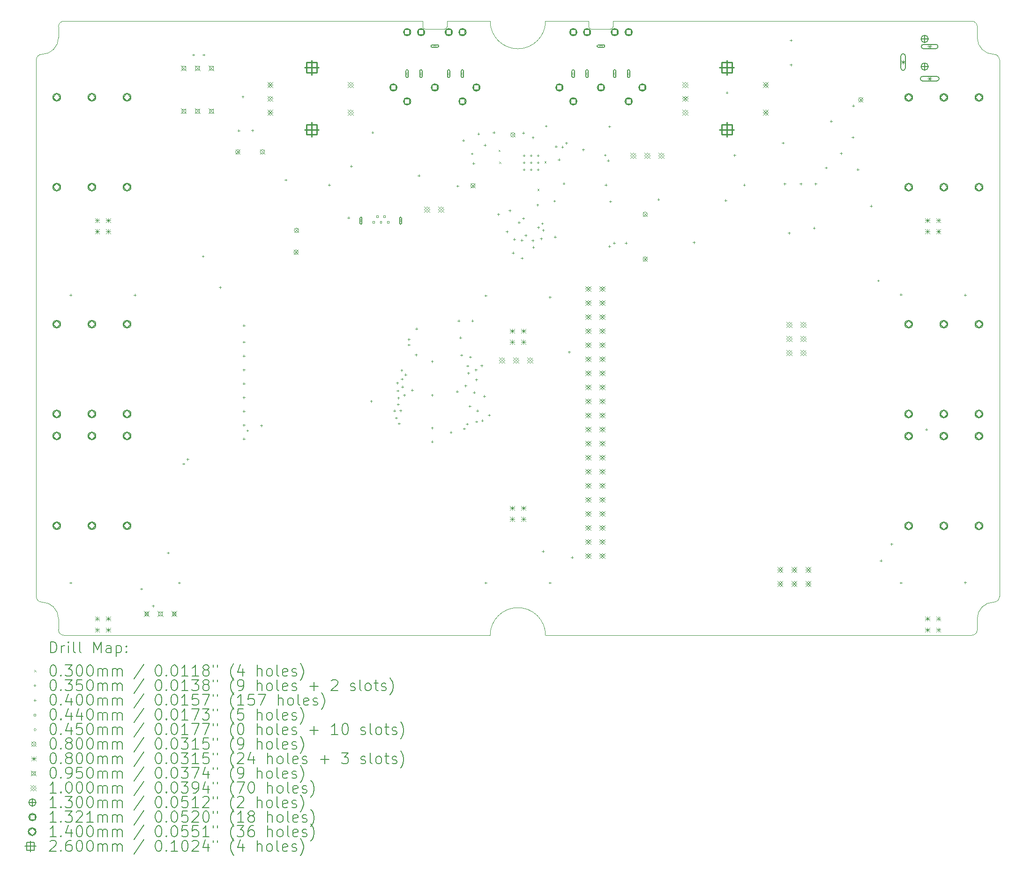
<source format=gbr>
%TF.GenerationSoftware,KiCad,Pcbnew,7.0.8-7.0.8~ubuntu23.04.1*%
%TF.CreationDate,2023-10-20T09:08:36+00:00*%
%TF.ProjectId,pedalboard-hw,70656461-6c62-46f6-9172-642d68772e6b,3.0.1*%
%TF.SameCoordinates,Original*%
%TF.FileFunction,Drillmap*%
%TF.FilePolarity,Positive*%
%FSLAX45Y45*%
G04 Gerber Fmt 4.5, Leading zero omitted, Abs format (unit mm)*
G04 Created by KiCad (PCBNEW 7.0.8-7.0.8~ubuntu23.04.1) date 2023-10-20 09:08:36*
%MOMM*%
%LPD*%
G01*
G04 APERTURE LIST*
%ADD10C,0.100000*%
%ADD11C,0.200000*%
%ADD12C,0.030000*%
%ADD13C,0.035000*%
%ADD14C,0.040000*%
%ADD15C,0.044000*%
%ADD16C,0.045000*%
%ADD17C,0.080000*%
%ADD18C,0.095000*%
%ADD19C,0.130000*%
%ADD20C,0.132080*%
%ADD21C,0.140000*%
%ADD22C,0.260000*%
G04 APERTURE END LIST*
D10*
X12220000Y-2000000D02*
X18700000Y-2000000D01*
X1800000Y-12400000D02*
X1800000Y-2700000D01*
X2200000Y-13000000D02*
G75*
G03*
X2300000Y-13100000I100000J0D01*
G01*
X11000000Y-13100000D02*
G75*
G03*
X10000000Y-13100000I-500000J0D01*
G01*
X2300000Y-13100000D02*
X10000000Y-13100000D01*
X11780000Y-2100000D02*
G75*
G03*
X11820000Y-2140000I40000J0D01*
G01*
X10000000Y-2000000D02*
G75*
G03*
X11000000Y-2000000I500000J0D01*
G01*
X8780000Y-2100000D02*
G75*
G03*
X8820000Y-2140000I40000J0D01*
G01*
X18700000Y-13100000D02*
G75*
G03*
X18800000Y-13000000I0J100000D01*
G01*
X11820000Y-2140000D02*
X12180000Y-2140000D01*
X18800000Y-2300000D02*
G75*
G03*
X19100000Y-2600000I300000J0D01*
G01*
X1800000Y-12400000D02*
G75*
G03*
X1900000Y-12500000I100000J0D01*
G01*
X1900000Y-2600000D02*
G75*
G03*
X1800000Y-2700000I0J-100000D01*
G01*
X19200000Y-2700000D02*
G75*
G03*
X19100000Y-2600000I-100000J0D01*
G01*
X11000000Y-2000000D02*
X11780000Y-2000000D01*
X19200000Y-2700000D02*
X19200000Y-12400000D01*
X2200000Y-12800000D02*
G75*
G03*
X1900000Y-12500000I-300000J0D01*
G01*
X18800000Y-12800000D02*
X18800000Y-13000000D01*
X11780000Y-2000000D02*
X11780000Y-2100000D01*
X9220000Y-2100000D02*
X9220000Y-2000000D01*
X18800000Y-2100000D02*
X18800000Y-2300000D01*
X9220000Y-2000000D02*
X10000000Y-2000000D01*
X9180000Y-2140000D02*
G75*
G03*
X9220000Y-2100000I0J40000D01*
G01*
X8780000Y-2000000D02*
X8780000Y-2100000D01*
X1900000Y-2600000D02*
G75*
G03*
X2200000Y-2300000I0J300000D01*
G01*
X8820000Y-2140000D02*
X9180000Y-2140000D01*
X2300000Y-2000000D02*
G75*
G03*
X2200000Y-2100000I0J-100000D01*
G01*
X8780000Y-2000000D02*
X2300000Y-2000000D01*
X2200000Y-2100000D02*
X2200000Y-2300000D01*
X12180000Y-2140000D02*
G75*
G03*
X12220000Y-2100000I0J40000D01*
G01*
X19100000Y-12500000D02*
G75*
G03*
X19200000Y-12400000I0J100000D01*
G01*
X12220000Y-2100000D02*
X12220000Y-2000000D01*
X11000000Y-13100000D02*
X18700000Y-13100000D01*
X2200000Y-12800000D02*
X2200000Y-13000000D01*
X19100000Y-12500000D02*
G75*
G03*
X18800000Y-12800000I0J-300000D01*
G01*
X18800000Y-2100000D02*
G75*
G03*
X18700000Y-2000000I-100000J0D01*
G01*
D11*
D12*
X10151000Y-4326000D02*
X10181000Y-4356000D01*
X10181000Y-4326000D02*
X10151000Y-4356000D01*
X10165000Y-4541000D02*
X10195000Y-4571000D01*
X10195000Y-4541000D02*
X10165000Y-4571000D01*
X10853000Y-5031348D02*
X10883000Y-5061348D01*
X10883000Y-5031348D02*
X10853000Y-5061348D01*
X10980487Y-4533662D02*
X11010487Y-4563662D01*
X11010487Y-4533662D02*
X10980487Y-4563662D01*
D13*
X7684000Y-5607000D02*
G75*
G03*
X7684000Y-5607000I-17500J0D01*
G01*
D11*
X7684000Y-5657000D02*
X7684000Y-5557000D01*
X7684000Y-5557000D02*
G75*
G03*
X7649000Y-5557000I-17500J0D01*
G01*
X7649000Y-5557000D02*
X7649000Y-5657000D01*
X7649000Y-5657000D02*
G75*
G03*
X7684000Y-5657000I17500J0D01*
G01*
D13*
X8399000Y-5607000D02*
G75*
G03*
X8399000Y-5607000I-17500J0D01*
G01*
D11*
X8399000Y-5657000D02*
X8399000Y-5557000D01*
X8399000Y-5557000D02*
G75*
G03*
X8364000Y-5557000I-17500J0D01*
G01*
X8364000Y-5557000D02*
X8364000Y-5657000D01*
X8364000Y-5657000D02*
G75*
G03*
X8399000Y-5657000I17500J0D01*
G01*
D13*
X10630000Y-4432500D02*
G75*
G03*
X10630000Y-4432500I-17500J0D01*
G01*
X10630000Y-4560000D02*
G75*
G03*
X10630000Y-4560000I-17500J0D01*
G01*
X10630000Y-4687500D02*
G75*
G03*
X10630000Y-4687500I-17500J0D01*
G01*
X10757500Y-4432500D02*
G75*
G03*
X10757500Y-4432500I-17500J0D01*
G01*
X10757500Y-4560000D02*
G75*
G03*
X10757500Y-4560000I-17500J0D01*
G01*
X10757500Y-4687500D02*
G75*
G03*
X10757500Y-4687500I-17500J0D01*
G01*
X10885000Y-4432500D02*
G75*
G03*
X10885000Y-4432500I-17500J0D01*
G01*
X10885000Y-4560000D02*
G75*
G03*
X10885000Y-4560000I-17500J0D01*
G01*
X10885000Y-4687500D02*
G75*
G03*
X10885000Y-4687500I-17500J0D01*
G01*
D14*
X2420000Y-6930000D02*
X2420000Y-6970000D01*
X2400000Y-6950000D02*
X2440000Y-6950000D01*
X2420000Y-12130000D02*
X2420000Y-12170000D01*
X2400000Y-12150000D02*
X2440000Y-12150000D01*
X3580000Y-6930000D02*
X3580000Y-6970000D01*
X3560000Y-6950000D02*
X3600000Y-6950000D01*
X3700000Y-12240000D02*
X3700000Y-12280000D01*
X3680000Y-12260000D02*
X3720000Y-12260000D01*
X3910000Y-12550000D02*
X3910000Y-12590000D01*
X3890000Y-12570000D02*
X3930000Y-12570000D01*
X4180000Y-11590000D02*
X4180000Y-11630000D01*
X4160000Y-11610000D02*
X4200000Y-11610000D01*
X4380000Y-12130000D02*
X4380000Y-12170000D01*
X4360000Y-12150000D02*
X4400000Y-12150000D01*
X4461000Y-9980000D02*
X4461000Y-10020000D01*
X4441000Y-10000000D02*
X4481000Y-10000000D01*
X4535000Y-9899000D02*
X4535000Y-9939000D01*
X4515000Y-9919000D02*
X4555000Y-9919000D01*
X4640000Y-2590000D02*
X4640000Y-2630000D01*
X4620000Y-2610000D02*
X4660000Y-2610000D01*
X4810000Y-6230060D02*
X4810000Y-6270060D01*
X4790000Y-6250060D02*
X4830000Y-6250060D01*
X4824950Y-2590000D02*
X4824950Y-2630000D01*
X4804950Y-2610000D02*
X4844950Y-2610000D01*
X5120000Y-6790000D02*
X5120000Y-6830000D01*
X5100000Y-6810000D02*
X5140000Y-6810000D01*
X5457000Y-3958000D02*
X5457000Y-3998000D01*
X5437000Y-3978000D02*
X5477000Y-3978000D01*
X5530000Y-3345000D02*
X5530000Y-3385000D01*
X5510000Y-3365000D02*
X5550000Y-3365000D01*
X5550000Y-7480000D02*
X5550000Y-7520000D01*
X5530000Y-7500000D02*
X5570000Y-7500000D01*
X5550000Y-7780000D02*
X5550000Y-7820000D01*
X5530000Y-7800000D02*
X5570000Y-7800000D01*
X5550000Y-8030000D02*
X5550000Y-8070000D01*
X5530000Y-8050000D02*
X5570000Y-8050000D01*
X5550000Y-8280000D02*
X5550000Y-8320000D01*
X5530000Y-8300000D02*
X5570000Y-8300000D01*
X5550000Y-8530000D02*
X5550000Y-8570000D01*
X5530000Y-8550000D02*
X5570000Y-8550000D01*
X5550000Y-8780000D02*
X5550000Y-8820000D01*
X5530000Y-8800000D02*
X5570000Y-8800000D01*
X5550000Y-9030000D02*
X5550000Y-9070000D01*
X5530000Y-9050000D02*
X5570000Y-9050000D01*
X5550000Y-9280000D02*
X5550000Y-9320000D01*
X5530000Y-9300000D02*
X5570000Y-9300000D01*
X5550000Y-9530000D02*
X5550000Y-9570000D01*
X5530000Y-9550000D02*
X5570000Y-9550000D01*
X5615000Y-9380000D02*
X5615000Y-9420000D01*
X5595000Y-9400000D02*
X5635000Y-9400000D01*
X5706000Y-3956000D02*
X5706000Y-3996000D01*
X5686000Y-3976000D02*
X5726000Y-3976000D01*
X5865000Y-9290000D02*
X5865000Y-9330000D01*
X5845000Y-9310000D02*
X5885000Y-9310000D01*
X6305000Y-4850000D02*
X6305000Y-4890000D01*
X6285000Y-4870000D02*
X6325000Y-4870000D01*
X7090000Y-4940000D02*
X7090000Y-4980000D01*
X7070000Y-4960000D02*
X7110000Y-4960000D01*
X7442340Y-5532000D02*
X7442340Y-5572000D01*
X7422340Y-5552000D02*
X7462340Y-5552000D01*
X7490000Y-4600000D02*
X7490000Y-4640000D01*
X7470000Y-4620000D02*
X7510000Y-4620000D01*
X7850000Y-8850000D02*
X7850000Y-8890000D01*
X7830000Y-8870000D02*
X7870000Y-8870000D01*
X7875000Y-3991000D02*
X7875000Y-4031000D01*
X7855000Y-4011000D02*
X7895000Y-4011000D01*
X8270000Y-9020000D02*
X8270000Y-9060000D01*
X8250000Y-9040000D02*
X8290000Y-9040000D01*
X8300000Y-9150000D02*
X8300000Y-9190000D01*
X8280000Y-9170000D02*
X8320000Y-9170000D01*
X8320000Y-8520000D02*
X8320000Y-8560000D01*
X8300000Y-8540000D02*
X8340000Y-8540000D01*
X8330000Y-8658714D02*
X8330000Y-8698714D01*
X8310000Y-8678714D02*
X8350000Y-8678714D01*
X8335000Y-8905000D02*
X8335000Y-8945000D01*
X8315000Y-8925000D02*
X8355000Y-8925000D01*
X8340000Y-8790000D02*
X8340000Y-8830000D01*
X8320000Y-8810000D02*
X8360000Y-8810000D01*
X8352568Y-9251372D02*
X8352568Y-9291372D01*
X8332568Y-9271372D02*
X8372568Y-9271372D01*
X8379895Y-9018749D02*
X8379895Y-9058749D01*
X8359895Y-9038749D02*
X8399895Y-9038749D01*
X8400000Y-8290000D02*
X8400000Y-8330000D01*
X8380000Y-8310000D02*
X8420000Y-8310000D01*
X8407464Y-8448764D02*
X8407464Y-8488764D01*
X8387463Y-8468764D02*
X8427464Y-8468764D01*
X8413376Y-8588714D02*
X8413376Y-8628714D01*
X8393376Y-8608714D02*
X8433376Y-8608714D01*
X8450000Y-8739950D02*
X8450000Y-8779950D01*
X8430000Y-8759950D02*
X8470000Y-8759950D01*
X8470035Y-8369965D02*
X8470035Y-8409965D01*
X8450035Y-8389965D02*
X8490035Y-8389965D01*
X8530000Y-7730000D02*
X8530000Y-7770000D01*
X8510000Y-7750000D02*
X8550000Y-7750000D01*
X8530000Y-7830000D02*
X8530000Y-7870000D01*
X8510000Y-7850000D02*
X8550000Y-7850000D01*
X8590000Y-8649950D02*
X8590000Y-8689950D01*
X8570000Y-8669950D02*
X8610000Y-8669950D01*
X8660000Y-8010000D02*
X8660000Y-8050000D01*
X8640000Y-8030000D02*
X8680000Y-8030000D01*
X8670000Y-7540000D02*
X8670000Y-7580000D01*
X8650000Y-7560000D02*
X8690000Y-7560000D01*
X8710000Y-4770000D02*
X8710000Y-4810000D01*
X8690000Y-4790000D02*
X8730000Y-4790000D01*
X8950000Y-8130000D02*
X8950000Y-8170000D01*
X8930000Y-8150000D02*
X8970000Y-8150000D01*
X8950000Y-8740000D02*
X8950000Y-8780000D01*
X8930000Y-8760000D02*
X8970000Y-8760000D01*
X8950000Y-9330000D02*
X8950000Y-9370000D01*
X8930000Y-9350000D02*
X8970000Y-9350000D01*
X8950000Y-9580000D02*
X8950000Y-9620000D01*
X8930000Y-9600000D02*
X8970000Y-9600000D01*
X9290000Y-9410000D02*
X9290000Y-9450000D01*
X9270000Y-9430000D02*
X9310000Y-9430000D01*
X9402473Y-8672540D02*
X9402473Y-8712540D01*
X9382473Y-8692540D02*
X9422473Y-8692540D01*
X9410000Y-4960000D02*
X9410000Y-5000000D01*
X9390000Y-4980000D02*
X9430000Y-4980000D01*
X9430000Y-7395000D02*
X9430000Y-7435000D01*
X9410000Y-7415000D02*
X9450000Y-7415000D01*
X9461000Y-7700000D02*
X9461000Y-7740000D01*
X9441000Y-7720000D02*
X9481000Y-7720000D01*
X9481000Y-8017000D02*
X9481000Y-8057000D01*
X9461000Y-8037000D02*
X9501000Y-8037000D01*
X9514000Y-4136000D02*
X9514000Y-4176000D01*
X9494000Y-4156000D02*
X9534000Y-4156000D01*
X9530242Y-9346281D02*
X9530242Y-9386281D01*
X9510242Y-9366281D02*
X9550242Y-9366281D01*
X9553794Y-8569374D02*
X9553794Y-8609374D01*
X9533794Y-8589374D02*
X9573794Y-8589374D01*
X9581626Y-9260550D02*
X9581626Y-9300550D01*
X9561626Y-9280550D02*
X9601626Y-9280550D01*
X9590000Y-8210000D02*
X9590000Y-8250000D01*
X9570000Y-8230000D02*
X9610000Y-8230000D01*
X9605888Y-8339950D02*
X9605888Y-8379950D01*
X9585888Y-8359950D02*
X9625888Y-8359950D01*
X9630000Y-8939900D02*
X9630000Y-8979900D01*
X9610000Y-8959900D02*
X9650000Y-8959900D01*
X9640000Y-8050000D02*
X9640000Y-8090000D01*
X9620000Y-8070000D02*
X9660000Y-8070000D01*
X9670000Y-4375000D02*
X9670000Y-4415000D01*
X9650000Y-4395000D02*
X9690000Y-4395000D01*
X9680000Y-7395000D02*
X9680000Y-7435000D01*
X9660000Y-7415000D02*
X9700000Y-7415000D01*
X9697000Y-4551370D02*
X9697000Y-4591370D01*
X9677000Y-4571370D02*
X9717000Y-4571370D01*
X9710000Y-8690000D02*
X9710000Y-8730000D01*
X9690000Y-8710000D02*
X9730000Y-8710000D01*
X9740000Y-8280050D02*
X9740000Y-8320050D01*
X9720000Y-8300050D02*
X9760000Y-8300050D01*
X9750000Y-8460000D02*
X9750000Y-8500000D01*
X9730000Y-8480000D02*
X9770000Y-8480000D01*
X9751145Y-9218234D02*
X9751145Y-9258234D01*
X9731145Y-9238234D02*
X9771145Y-9238234D01*
X9768389Y-9019900D02*
X9768389Y-9059900D01*
X9748389Y-9039900D02*
X9788389Y-9039900D01*
X9789000Y-4016000D02*
X9789000Y-4056000D01*
X9769000Y-4036000D02*
X9809000Y-4036000D01*
X9844869Y-8204116D02*
X9844869Y-8244116D01*
X9824869Y-8224116D02*
X9864869Y-8224116D01*
X9855700Y-9199950D02*
X9855700Y-9239950D01*
X9835700Y-9219950D02*
X9875700Y-9219950D01*
X9891740Y-8759950D02*
X9891740Y-8799950D01*
X9871740Y-8779950D02*
X9911740Y-8779950D01*
X9904000Y-4220000D02*
X9904000Y-4260000D01*
X9884000Y-4240000D02*
X9924000Y-4240000D01*
X9920000Y-6940000D02*
X9920000Y-6980000D01*
X9900000Y-6960000D02*
X9940000Y-6960000D01*
X9920000Y-12130000D02*
X9920000Y-12170000D01*
X9900000Y-12150000D02*
X9940000Y-12150000D01*
X9980000Y-9100000D02*
X9980000Y-9140000D01*
X9960000Y-9120000D02*
X10000000Y-9120000D01*
X10064106Y-3990899D02*
X10064106Y-4030899D01*
X10044106Y-4010899D02*
X10084106Y-4010899D01*
X10145950Y-5471000D02*
X10145950Y-5511000D01*
X10125950Y-5491000D02*
X10165950Y-5491000D01*
X10303000Y-5784950D02*
X10303000Y-5824950D01*
X10283000Y-5804950D02*
X10323000Y-5804950D01*
X10352000Y-5402000D02*
X10352000Y-5442000D01*
X10332000Y-5422000D02*
X10372000Y-5422000D01*
X10412000Y-6168950D02*
X10412000Y-6208950D01*
X10392000Y-6188950D02*
X10432000Y-6188950D01*
X10434533Y-5923533D02*
X10434533Y-5963533D01*
X10414533Y-5943533D02*
X10454533Y-5943533D01*
X10519950Y-5617000D02*
X10519950Y-5657000D01*
X10499950Y-5637000D02*
X10539950Y-5637000D01*
X10571000Y-5939050D02*
X10571000Y-5979050D01*
X10551000Y-5959050D02*
X10591000Y-5959050D01*
X10574000Y-6264000D02*
X10574000Y-6304000D01*
X10554000Y-6284000D02*
X10594000Y-6284000D01*
X10598059Y-5545050D02*
X10598059Y-5585050D01*
X10578059Y-5565050D02*
X10618059Y-5565050D01*
X10600000Y-4000000D02*
X10600000Y-4040000D01*
X10580000Y-4020000D02*
X10620000Y-4020000D01*
X10640950Y-5850319D02*
X10640950Y-5890319D01*
X10620950Y-5870319D02*
X10660950Y-5870319D01*
X10769520Y-5943950D02*
X10769520Y-5983950D01*
X10749520Y-5963950D02*
X10789520Y-5963950D01*
X10770157Y-4082728D02*
X10770157Y-4122728D01*
X10750157Y-4102728D02*
X10790157Y-4102728D01*
X10780141Y-6067221D02*
X10780141Y-6107221D01*
X10760141Y-6087221D02*
X10800141Y-6087221D01*
X10855000Y-5300000D02*
X10855000Y-5340000D01*
X10835000Y-5320000D02*
X10875000Y-5320000D01*
X10870000Y-5708718D02*
X10870000Y-5748718D01*
X10850000Y-5728718D02*
X10890000Y-5728718D01*
X10919950Y-5910000D02*
X10919950Y-5950000D01*
X10899950Y-5930000D02*
X10939950Y-5930000D01*
X10940094Y-5637466D02*
X10940094Y-5677466D01*
X10920094Y-5657466D02*
X10960094Y-5657466D01*
X10955000Y-11560000D02*
X10955000Y-11600000D01*
X10935000Y-11580000D02*
X10975000Y-11580000D01*
X10956497Y-5758801D02*
X10956497Y-5798801D01*
X10936497Y-5778801D02*
X10976497Y-5778801D01*
X11008000Y-3875000D02*
X11008000Y-3915000D01*
X10988000Y-3895000D02*
X11028000Y-3895000D01*
X11080000Y-6970000D02*
X11080000Y-7010000D01*
X11060000Y-6990000D02*
X11100000Y-6990000D01*
X11080000Y-12130000D02*
X11080000Y-12170000D01*
X11060000Y-12150000D02*
X11100000Y-12150000D01*
X11160000Y-5230000D02*
X11160000Y-5270000D01*
X11140000Y-5250000D02*
X11180000Y-5250000D01*
X11173000Y-5880050D02*
X11173000Y-5920050D01*
X11153000Y-5900050D02*
X11193000Y-5900050D01*
X11188000Y-4244950D02*
X11188000Y-4284950D01*
X11168000Y-4264950D02*
X11208000Y-4264950D01*
X11243360Y-4482000D02*
X11243360Y-4522000D01*
X11223360Y-4502000D02*
X11263360Y-4502000D01*
X11304384Y-4255628D02*
X11304384Y-4295628D01*
X11284384Y-4275628D02*
X11324384Y-4275628D01*
X11331000Y-4915000D02*
X11331000Y-4955000D01*
X11311000Y-4935000D02*
X11351000Y-4935000D01*
X11375064Y-4184957D02*
X11375064Y-4224957D01*
X11355064Y-4204957D02*
X11395064Y-4204957D01*
X11426050Y-7960050D02*
X11426050Y-8000050D01*
X11406050Y-7980050D02*
X11446050Y-7980050D01*
X11480000Y-11670000D02*
X11480000Y-11710000D01*
X11460000Y-11690000D02*
X11500000Y-11690000D01*
X11679000Y-4302000D02*
X11679000Y-4342000D01*
X11659000Y-4322000D02*
X11699000Y-4322000D01*
X12075000Y-4400000D02*
X12075000Y-4440000D01*
X12055000Y-4420000D02*
X12095000Y-4420000D01*
X12090000Y-4940000D02*
X12090000Y-4980000D01*
X12070000Y-4960000D02*
X12110000Y-4960000D01*
X12132000Y-4501000D02*
X12132000Y-4541000D01*
X12112000Y-4521000D02*
X12152000Y-4521000D01*
X12155000Y-3885050D02*
X12155000Y-3925050D01*
X12135000Y-3905050D02*
X12175000Y-3905050D01*
X12155000Y-6050000D02*
X12155000Y-6090000D01*
X12135000Y-6070000D02*
X12175000Y-6070000D01*
X12170000Y-5240000D02*
X12170000Y-5280000D01*
X12150000Y-5260000D02*
X12190000Y-5260000D01*
X12238725Y-5988725D02*
X12238725Y-6028725D01*
X12218725Y-6008725D02*
X12258725Y-6008725D01*
X12454033Y-5989033D02*
X12454033Y-6029033D01*
X12434033Y-6009033D02*
X12474033Y-6009033D01*
X13041000Y-5202000D02*
X13041000Y-5242000D01*
X13021000Y-5222000D02*
X13061000Y-5222000D01*
X13680000Y-5980000D02*
X13680000Y-6020000D01*
X13660000Y-6000000D02*
X13700000Y-6000000D01*
X14255000Y-5220000D02*
X14255000Y-5260000D01*
X14235000Y-5240000D02*
X14275000Y-5240000D01*
X14275730Y-3273270D02*
X14275730Y-3313270D01*
X14255730Y-3293270D02*
X14295730Y-3293270D01*
X14415000Y-4405000D02*
X14415000Y-4445000D01*
X14395000Y-4425000D02*
X14435000Y-4425000D01*
X14590000Y-4940000D02*
X14590000Y-4980000D01*
X14570000Y-4960000D02*
X14610000Y-4960000D01*
X15290000Y-4180000D02*
X15290000Y-4220000D01*
X15270000Y-4200000D02*
X15310000Y-4200000D01*
X15320000Y-4920000D02*
X15320000Y-4960000D01*
X15300000Y-4940000D02*
X15340000Y-4940000D01*
X15400000Y-5810000D02*
X15400000Y-5850000D01*
X15380000Y-5830000D02*
X15420000Y-5830000D01*
X15433000Y-2326000D02*
X15433000Y-2366000D01*
X15413000Y-2346000D02*
X15453000Y-2346000D01*
X15434000Y-2770000D02*
X15434000Y-2810000D01*
X15414000Y-2790000D02*
X15454000Y-2790000D01*
X15610000Y-4920000D02*
X15610000Y-4960000D01*
X15590000Y-4940000D02*
X15630000Y-4940000D01*
X15850000Y-5720000D02*
X15850000Y-5760000D01*
X15830000Y-5740000D02*
X15870000Y-5740000D01*
X15880000Y-4920000D02*
X15880000Y-4960000D01*
X15860000Y-4940000D02*
X15900000Y-4940000D01*
X16070000Y-4630000D02*
X16070000Y-4670000D01*
X16050000Y-4650000D02*
X16090000Y-4650000D01*
X16160000Y-3790000D02*
X16160000Y-3830000D01*
X16140000Y-3810000D02*
X16180000Y-3810000D01*
X16340000Y-4370000D02*
X16340000Y-4410000D01*
X16320000Y-4390000D02*
X16360000Y-4390000D01*
X16550000Y-4080000D02*
X16550000Y-4120000D01*
X16530000Y-4100000D02*
X16570000Y-4100000D01*
X16560000Y-3510000D02*
X16560000Y-3550000D01*
X16540000Y-3530000D02*
X16580000Y-3530000D01*
X16640000Y-4660000D02*
X16640000Y-4700000D01*
X16620000Y-4680000D02*
X16660000Y-4680000D01*
X16880000Y-5320000D02*
X16880000Y-5360000D01*
X16860000Y-5340000D02*
X16900000Y-5340000D01*
X17010000Y-6670000D02*
X17010000Y-6710000D01*
X16990000Y-6690000D02*
X17030000Y-6690000D01*
X17058770Y-11731230D02*
X17058770Y-11771230D01*
X17038770Y-11751230D02*
X17078770Y-11751230D01*
X17250000Y-11430000D02*
X17250000Y-11470000D01*
X17230000Y-11450000D02*
X17270000Y-11450000D01*
X17420000Y-6920000D02*
X17420000Y-6960000D01*
X17400000Y-6940000D02*
X17440000Y-6940000D01*
X17420000Y-12130000D02*
X17420000Y-12170000D01*
X17400000Y-12150000D02*
X17440000Y-12150000D01*
X17880000Y-9360000D02*
X17880000Y-9400000D01*
X17860000Y-9380000D02*
X17900000Y-9380000D01*
X18580000Y-6930000D02*
X18580000Y-6970000D01*
X18560000Y-6950000D02*
X18600000Y-6950000D01*
X18580000Y-12125000D02*
X18580000Y-12165000D01*
X18560000Y-12145000D02*
X18600000Y-12145000D01*
D15*
X7909556Y-5644556D02*
X7909556Y-5613443D01*
X7878443Y-5613443D01*
X7878443Y-5644556D01*
X7909556Y-5644556D01*
X7974556Y-5544557D02*
X7974556Y-5513444D01*
X7943443Y-5513444D01*
X7943443Y-5544557D01*
X7974556Y-5544557D01*
X8039556Y-5644556D02*
X8039556Y-5613443D01*
X8008443Y-5613443D01*
X8008443Y-5644556D01*
X8039556Y-5644556D01*
X8104556Y-5544557D02*
X8104556Y-5513444D01*
X8073443Y-5513444D01*
X8073443Y-5544557D01*
X8104556Y-5544557D01*
X8169556Y-5644556D02*
X8169556Y-5613443D01*
X8138443Y-5613443D01*
X8138443Y-5644556D01*
X8169556Y-5644556D01*
D16*
X8499450Y-2972500D02*
X8521950Y-2950000D01*
X8499450Y-2927500D01*
X8476950Y-2950000D01*
X8499450Y-2972500D01*
D11*
X8476950Y-2902500D02*
X8476950Y-2997500D01*
X8476950Y-2997500D02*
G75*
G03*
X8521950Y-2997500I22500J0D01*
G01*
X8521950Y-2997500D02*
X8521950Y-2902500D01*
X8521950Y-2902500D02*
G75*
G03*
X8476950Y-2902500I-22500J0D01*
G01*
D16*
X8749450Y-2972500D02*
X8771950Y-2950000D01*
X8749450Y-2927500D01*
X8726950Y-2950000D01*
X8749450Y-2972500D01*
D11*
X8726950Y-2902500D02*
X8726950Y-2997500D01*
X8726950Y-2997500D02*
G75*
G03*
X8771950Y-2997500I22500J0D01*
G01*
X8771950Y-2997500D02*
X8771950Y-2902500D01*
X8771950Y-2902500D02*
G75*
G03*
X8726950Y-2902500I-22500J0D01*
G01*
D16*
X8999450Y-2472500D02*
X9021950Y-2450000D01*
X8999450Y-2427500D01*
X8976950Y-2450000D01*
X8999450Y-2472500D01*
D11*
X9046950Y-2427500D02*
X8951950Y-2427500D01*
X8951950Y-2427500D02*
G75*
G03*
X8951950Y-2472500I0J-22500D01*
G01*
X8951950Y-2472500D02*
X9046950Y-2472500D01*
X9046950Y-2472500D02*
G75*
G03*
X9046950Y-2427500I0J22500D01*
G01*
D16*
X9249450Y-2972500D02*
X9271950Y-2950000D01*
X9249450Y-2927500D01*
X9226950Y-2950000D01*
X9249450Y-2972500D01*
D11*
X9271950Y-2997500D02*
X9271950Y-2902500D01*
X9271950Y-2902500D02*
G75*
G03*
X9226950Y-2902500I-22500J0D01*
G01*
X9226950Y-2902500D02*
X9226950Y-2997500D01*
X9226950Y-2997500D02*
G75*
G03*
X9271950Y-2997500I22500J0D01*
G01*
D16*
X9499450Y-2972500D02*
X9521950Y-2950000D01*
X9499450Y-2927500D01*
X9476950Y-2950000D01*
X9499450Y-2972500D01*
D11*
X9521950Y-2997500D02*
X9521950Y-2902500D01*
X9521950Y-2902500D02*
G75*
G03*
X9476950Y-2902500I-22500J0D01*
G01*
X9476950Y-2902500D02*
X9476950Y-2997500D01*
X9476950Y-2997500D02*
G75*
G03*
X9521950Y-2997500I22500J0D01*
G01*
D16*
X11500000Y-2972500D02*
X11522500Y-2950000D01*
X11500000Y-2927500D01*
X11477500Y-2950000D01*
X11500000Y-2972500D01*
D11*
X11477500Y-2902500D02*
X11477500Y-2997500D01*
X11477500Y-2997500D02*
G75*
G03*
X11522500Y-2997500I22500J0D01*
G01*
X11522500Y-2997500D02*
X11522500Y-2902500D01*
X11522500Y-2902500D02*
G75*
G03*
X11477500Y-2902500I-22500J0D01*
G01*
D16*
X11750000Y-2972500D02*
X11772500Y-2950000D01*
X11750000Y-2927500D01*
X11727500Y-2950000D01*
X11750000Y-2972500D01*
D11*
X11727500Y-2902500D02*
X11727500Y-2997500D01*
X11727500Y-2997500D02*
G75*
G03*
X11772500Y-2997500I22500J0D01*
G01*
X11772500Y-2997500D02*
X11772500Y-2902500D01*
X11772500Y-2902500D02*
G75*
G03*
X11727500Y-2902500I-22500J0D01*
G01*
D16*
X12000000Y-2472500D02*
X12022500Y-2450000D01*
X12000000Y-2427500D01*
X11977500Y-2450000D01*
X12000000Y-2472500D01*
D11*
X12047500Y-2427500D02*
X11952500Y-2427500D01*
X11952500Y-2427500D02*
G75*
G03*
X11952500Y-2472500I0J-22500D01*
G01*
X11952500Y-2472500D02*
X12047500Y-2472500D01*
X12047500Y-2472500D02*
G75*
G03*
X12047500Y-2427500I0J22500D01*
G01*
D16*
X12250000Y-2972500D02*
X12272500Y-2950000D01*
X12250000Y-2927500D01*
X12227500Y-2950000D01*
X12250000Y-2972500D01*
D11*
X12272500Y-2997500D02*
X12272500Y-2902500D01*
X12272500Y-2902500D02*
G75*
G03*
X12227500Y-2902500I-22500J0D01*
G01*
X12227500Y-2902500D02*
X12227500Y-2997500D01*
X12227500Y-2997500D02*
G75*
G03*
X12272500Y-2997500I22500J0D01*
G01*
D16*
X12500000Y-2972500D02*
X12522500Y-2950000D01*
X12500000Y-2927500D01*
X12477500Y-2950000D01*
X12500000Y-2972500D01*
D11*
X12522500Y-2997500D02*
X12522500Y-2902500D01*
X12522500Y-2902500D02*
G75*
G03*
X12477500Y-2902500I-22500J0D01*
G01*
X12477500Y-2902500D02*
X12477500Y-2997500D01*
X12477500Y-2997500D02*
G75*
G03*
X12522500Y-2997500I22500J0D01*
G01*
D17*
X5399000Y-4323000D02*
X5479000Y-4403000D01*
X5479000Y-4323000D02*
X5399000Y-4403000D01*
X5479000Y-4363000D02*
G75*
G03*
X5479000Y-4363000I-40000J0D01*
G01*
X5845000Y-4321000D02*
X5925000Y-4401000D01*
X5925000Y-4321000D02*
X5845000Y-4401000D01*
X5925000Y-4361000D02*
G75*
G03*
X5925000Y-4361000I-40000J0D01*
G01*
X6453000Y-6135000D02*
X6533000Y-6215000D01*
X6533000Y-6135000D02*
X6453000Y-6215000D01*
X6533000Y-6175000D02*
G75*
G03*
X6533000Y-6175000I-40000J0D01*
G01*
X6460000Y-5741000D02*
X6540000Y-5821000D01*
X6540000Y-5741000D02*
X6460000Y-5821000D01*
X6540000Y-5781000D02*
G75*
G03*
X6540000Y-5781000I-40000J0D01*
G01*
X9647000Y-4935000D02*
X9727000Y-5015000D01*
X9727000Y-4935000D02*
X9647000Y-5015000D01*
X9727000Y-4975000D02*
G75*
G03*
X9727000Y-4975000I-40000J0D01*
G01*
X10370050Y-4015000D02*
X10450050Y-4095000D01*
X10450050Y-4015000D02*
X10370050Y-4095000D01*
X10450050Y-4055000D02*
G75*
G03*
X10450050Y-4055000I-40000J0D01*
G01*
X12760000Y-5450000D02*
X12840000Y-5530000D01*
X12840000Y-5450000D02*
X12760000Y-5530000D01*
X12840000Y-5490000D02*
G75*
G03*
X12840000Y-5490000I-40000J0D01*
G01*
X12760000Y-6260000D02*
X12840000Y-6340000D01*
X12840000Y-6260000D02*
X12760000Y-6340000D01*
X12840000Y-6300000D02*
G75*
G03*
X12840000Y-6300000I-40000J0D01*
G01*
X16654000Y-3380450D02*
X16734000Y-3460450D01*
X16734000Y-3380450D02*
X16654000Y-3460450D01*
X16734000Y-3420450D02*
G75*
G03*
X16734000Y-3420450I-40000J0D01*
G01*
X2860000Y-5560000D02*
X2940000Y-5640000D01*
X2940000Y-5560000D02*
X2860000Y-5640000D01*
X2900000Y-5560000D02*
X2900000Y-5640000D01*
X2860000Y-5600000D02*
X2940000Y-5600000D01*
X2860000Y-5760000D02*
X2940000Y-5840000D01*
X2940000Y-5760000D02*
X2860000Y-5840000D01*
X2900000Y-5760000D02*
X2900000Y-5840000D01*
X2860000Y-5800000D02*
X2940000Y-5800000D01*
X2860000Y-12760000D02*
X2940000Y-12840000D01*
X2940000Y-12760000D02*
X2860000Y-12840000D01*
X2900000Y-12760000D02*
X2900000Y-12840000D01*
X2860000Y-12800000D02*
X2940000Y-12800000D01*
X2860000Y-12960000D02*
X2940000Y-13040000D01*
X2940000Y-12960000D02*
X2860000Y-13040000D01*
X2900000Y-12960000D02*
X2900000Y-13040000D01*
X2860000Y-13000000D02*
X2940000Y-13000000D01*
X3060000Y-5560000D02*
X3140000Y-5640000D01*
X3140000Y-5560000D02*
X3060000Y-5640000D01*
X3100000Y-5560000D02*
X3100000Y-5640000D01*
X3060000Y-5600000D02*
X3140000Y-5600000D01*
X3060000Y-5760000D02*
X3140000Y-5840000D01*
X3140000Y-5760000D02*
X3060000Y-5840000D01*
X3100000Y-5760000D02*
X3100000Y-5840000D01*
X3060000Y-5800000D02*
X3140000Y-5800000D01*
X3060000Y-12760000D02*
X3140000Y-12840000D01*
X3140000Y-12760000D02*
X3060000Y-12840000D01*
X3100000Y-12760000D02*
X3100000Y-12840000D01*
X3060000Y-12800000D02*
X3140000Y-12800000D01*
X3060000Y-12960000D02*
X3140000Y-13040000D01*
X3140000Y-12960000D02*
X3060000Y-13040000D01*
X3100000Y-12960000D02*
X3100000Y-13040000D01*
X3060000Y-13000000D02*
X3140000Y-13000000D01*
X10360000Y-7560000D02*
X10440000Y-7640000D01*
X10440000Y-7560000D02*
X10360000Y-7640000D01*
X10400000Y-7560000D02*
X10400000Y-7640000D01*
X10360000Y-7600000D02*
X10440000Y-7600000D01*
X10360000Y-7760000D02*
X10440000Y-7840000D01*
X10440000Y-7760000D02*
X10360000Y-7840000D01*
X10400000Y-7760000D02*
X10400000Y-7840000D01*
X10360000Y-7800000D02*
X10440000Y-7800000D01*
X10360000Y-10760000D02*
X10440000Y-10840000D01*
X10440000Y-10760000D02*
X10360000Y-10840000D01*
X10400000Y-10760000D02*
X10400000Y-10840000D01*
X10360000Y-10800000D02*
X10440000Y-10800000D01*
X10360000Y-10960000D02*
X10440000Y-11040000D01*
X10440000Y-10960000D02*
X10360000Y-11040000D01*
X10400000Y-10960000D02*
X10400000Y-11040000D01*
X10360000Y-11000000D02*
X10440000Y-11000000D01*
X10560000Y-7560000D02*
X10640000Y-7640000D01*
X10640000Y-7560000D02*
X10560000Y-7640000D01*
X10600000Y-7560000D02*
X10600000Y-7640000D01*
X10560000Y-7600000D02*
X10640000Y-7600000D01*
X10560000Y-7760000D02*
X10640000Y-7840000D01*
X10640000Y-7760000D02*
X10560000Y-7840000D01*
X10600000Y-7760000D02*
X10600000Y-7840000D01*
X10560000Y-7800000D02*
X10640000Y-7800000D01*
X10560000Y-10760000D02*
X10640000Y-10840000D01*
X10640000Y-10760000D02*
X10560000Y-10840000D01*
X10600000Y-10760000D02*
X10600000Y-10840000D01*
X10560000Y-10800000D02*
X10640000Y-10800000D01*
X10560000Y-10960000D02*
X10640000Y-11040000D01*
X10640000Y-10960000D02*
X10560000Y-11040000D01*
X10600000Y-10960000D02*
X10600000Y-11040000D01*
X10560000Y-11000000D02*
X10640000Y-11000000D01*
X17420000Y-2700000D02*
X17500000Y-2780000D01*
X17500000Y-2700000D02*
X17420000Y-2780000D01*
X17460000Y-2700000D02*
X17460000Y-2780000D01*
X17420000Y-2740000D02*
X17500000Y-2740000D01*
D11*
X17420000Y-2630000D02*
X17420000Y-2850000D01*
X17420000Y-2850000D02*
G75*
G03*
X17500000Y-2850000I40000J0D01*
G01*
X17500000Y-2850000D02*
X17500000Y-2630000D01*
X17500000Y-2630000D02*
G75*
G03*
X17420000Y-2630000I-40000J0D01*
G01*
D17*
X17860000Y-5560000D02*
X17940000Y-5640000D01*
X17940000Y-5560000D02*
X17860000Y-5640000D01*
X17900000Y-5560000D02*
X17900000Y-5640000D01*
X17860000Y-5600000D02*
X17940000Y-5600000D01*
X17860000Y-5760000D02*
X17940000Y-5840000D01*
X17940000Y-5760000D02*
X17860000Y-5840000D01*
X17900000Y-5760000D02*
X17900000Y-5840000D01*
X17860000Y-5800000D02*
X17940000Y-5800000D01*
X17860000Y-12760000D02*
X17940000Y-12840000D01*
X17940000Y-12760000D02*
X17860000Y-12840000D01*
X17900000Y-12760000D02*
X17900000Y-12840000D01*
X17860000Y-12800000D02*
X17940000Y-12800000D01*
X17860000Y-12960000D02*
X17940000Y-13040000D01*
X17940000Y-12960000D02*
X17860000Y-13040000D01*
X17900000Y-12960000D02*
X17900000Y-13040000D01*
X17860000Y-13000000D02*
X17940000Y-13000000D01*
X17900000Y-2420000D02*
X17980000Y-2500000D01*
X17980000Y-2420000D02*
X17900000Y-2500000D01*
X17940000Y-2420000D02*
X17940000Y-2500000D01*
X17900000Y-2460000D02*
X17980000Y-2460000D01*
D11*
X18050000Y-2420000D02*
X17830000Y-2420000D01*
X17830000Y-2420000D02*
G75*
G03*
X17830000Y-2500000I0J-40000D01*
G01*
X17830000Y-2500000D02*
X18050000Y-2500000D01*
X18050000Y-2500000D02*
G75*
G03*
X18050000Y-2420000I0J40000D01*
G01*
D17*
X17900000Y-3000000D02*
X17980000Y-3080000D01*
X17980000Y-3000000D02*
X17900000Y-3080000D01*
X17940000Y-3000000D02*
X17940000Y-3080000D01*
X17900000Y-3040000D02*
X17980000Y-3040000D01*
D11*
X18070000Y-3000000D02*
X17810000Y-3000000D01*
X17810000Y-3000000D02*
G75*
G03*
X17810000Y-3080000I0J-40000D01*
G01*
X17810000Y-3080000D02*
X18070000Y-3080000D01*
X18070000Y-3080000D02*
G75*
G03*
X18070000Y-3000000I0J40000D01*
G01*
D17*
X18060000Y-5560000D02*
X18140000Y-5640000D01*
X18140000Y-5560000D02*
X18060000Y-5640000D01*
X18100000Y-5560000D02*
X18100000Y-5640000D01*
X18060000Y-5600000D02*
X18140000Y-5600000D01*
X18060000Y-5760000D02*
X18140000Y-5840000D01*
X18140000Y-5760000D02*
X18060000Y-5840000D01*
X18100000Y-5760000D02*
X18100000Y-5840000D01*
X18060000Y-5800000D02*
X18140000Y-5800000D01*
X18060000Y-12760000D02*
X18140000Y-12840000D01*
X18140000Y-12760000D02*
X18060000Y-12840000D01*
X18100000Y-12760000D02*
X18100000Y-12840000D01*
X18060000Y-12800000D02*
X18140000Y-12800000D01*
X18060000Y-12960000D02*
X18140000Y-13040000D01*
X18140000Y-12960000D02*
X18060000Y-13040000D01*
X18100000Y-12960000D02*
X18100000Y-13040000D01*
X18060000Y-13000000D02*
X18140000Y-13000000D01*
D18*
X3742500Y-12662500D02*
X3837500Y-12757500D01*
X3837500Y-12662500D02*
X3742500Y-12757500D01*
X3823588Y-12743588D02*
X3823588Y-12676412D01*
X3756412Y-12676412D01*
X3756412Y-12743588D01*
X3823588Y-12743588D01*
X3992500Y-12662500D02*
X4087500Y-12757500D01*
X4087500Y-12662500D02*
X3992500Y-12757500D01*
X4073588Y-12743588D02*
X4073588Y-12676412D01*
X4006412Y-12676412D01*
X4006412Y-12743588D01*
X4073588Y-12743588D01*
X4242500Y-12662500D02*
X4337500Y-12757500D01*
X4337500Y-12662500D02*
X4242500Y-12757500D01*
X4323588Y-12743588D02*
X4323588Y-12676412D01*
X4256412Y-12676412D01*
X4256412Y-12743588D01*
X4323588Y-12743588D01*
X4412500Y-2800000D02*
X4507500Y-2895000D01*
X4507500Y-2800000D02*
X4412500Y-2895000D01*
X4493588Y-2881088D02*
X4493588Y-2813912D01*
X4426412Y-2813912D01*
X4426412Y-2881088D01*
X4493588Y-2881088D01*
X4412500Y-3575000D02*
X4507500Y-3670000D01*
X4507500Y-3575000D02*
X4412500Y-3670000D01*
X4493588Y-3656088D02*
X4493588Y-3588912D01*
X4426412Y-3588912D01*
X4426412Y-3656088D01*
X4493588Y-3656088D01*
X4662500Y-2800000D02*
X4757500Y-2895000D01*
X4757500Y-2800000D02*
X4662500Y-2895000D01*
X4743588Y-2881088D02*
X4743588Y-2813912D01*
X4676412Y-2813912D01*
X4676412Y-2881088D01*
X4743588Y-2881088D01*
X4662500Y-3575000D02*
X4757500Y-3670000D01*
X4757500Y-3575000D02*
X4662500Y-3670000D01*
X4743588Y-3656088D02*
X4743588Y-3588912D01*
X4676412Y-3588912D01*
X4676412Y-3656088D01*
X4743588Y-3656088D01*
X4912500Y-2800000D02*
X5007500Y-2895000D01*
X5007500Y-2800000D02*
X4912500Y-2895000D01*
X4993588Y-2881088D02*
X4993588Y-2813912D01*
X4926412Y-2813912D01*
X4926412Y-2881088D01*
X4993588Y-2881088D01*
X4912500Y-3575000D02*
X5007500Y-3670000D01*
X5007500Y-3575000D02*
X4912500Y-3670000D01*
X4993588Y-3656088D02*
X4993588Y-3588912D01*
X4926412Y-3588912D01*
X4926412Y-3656088D01*
X4993588Y-3656088D01*
D10*
X5975000Y-3100000D02*
X6075000Y-3200000D01*
X6075000Y-3100000D02*
X5975000Y-3200000D01*
X6025000Y-3200000D02*
X6075000Y-3150000D01*
X6025000Y-3100000D01*
X5975000Y-3150000D01*
X6025000Y-3200000D01*
X5975000Y-3350000D02*
X6075000Y-3450000D01*
X6075000Y-3350000D02*
X5975000Y-3450000D01*
X6025000Y-3450000D02*
X6075000Y-3400000D01*
X6025000Y-3350000D01*
X5975000Y-3400000D01*
X6025000Y-3450000D01*
X5975000Y-3600000D02*
X6075000Y-3700000D01*
X6075000Y-3600000D02*
X5975000Y-3700000D01*
X6025000Y-3700000D02*
X6075000Y-3650000D01*
X6025000Y-3600000D01*
X5975000Y-3650000D01*
X6025000Y-3700000D01*
X7425000Y-3100000D02*
X7525000Y-3200000D01*
X7525000Y-3100000D02*
X7425000Y-3200000D01*
X7475000Y-3200000D02*
X7525000Y-3150000D01*
X7475000Y-3100000D01*
X7425000Y-3150000D01*
X7475000Y-3200000D01*
X7425000Y-3600000D02*
X7525000Y-3700000D01*
X7525000Y-3600000D02*
X7425000Y-3700000D01*
X7475000Y-3700000D02*
X7525000Y-3650000D01*
X7475000Y-3600000D01*
X7425000Y-3650000D01*
X7475000Y-3700000D01*
X8810000Y-5350000D02*
X8910000Y-5450000D01*
X8910000Y-5350000D02*
X8810000Y-5450000D01*
X8860000Y-5450000D02*
X8910000Y-5400000D01*
X8860000Y-5350000D01*
X8810000Y-5400000D01*
X8860000Y-5450000D01*
X9064000Y-5350000D02*
X9164000Y-5450000D01*
X9164000Y-5350000D02*
X9064000Y-5450000D01*
X9114000Y-5450000D02*
X9164000Y-5400000D01*
X9114000Y-5350000D01*
X9064000Y-5400000D01*
X9114000Y-5450000D01*
X10164500Y-8080000D02*
X10264500Y-8180000D01*
X10264500Y-8080000D02*
X10164500Y-8180000D01*
X10214500Y-8180000D02*
X10264500Y-8130000D01*
X10214500Y-8080000D01*
X10164500Y-8130000D01*
X10214500Y-8180000D01*
X10418500Y-8080000D02*
X10518500Y-8180000D01*
X10518500Y-8080000D02*
X10418500Y-8180000D01*
X10468500Y-8180000D02*
X10518500Y-8130000D01*
X10468500Y-8080000D01*
X10418500Y-8130000D01*
X10468500Y-8180000D01*
X10672500Y-8080000D02*
X10772500Y-8180000D01*
X10772500Y-8080000D02*
X10672500Y-8180000D01*
X10722500Y-8180000D02*
X10772500Y-8130000D01*
X10722500Y-8080000D01*
X10672500Y-8130000D01*
X10722500Y-8180000D01*
X11721000Y-6787560D02*
X11821000Y-6887560D01*
X11821000Y-6787560D02*
X11721000Y-6887560D01*
X11771000Y-6887560D02*
X11821000Y-6837560D01*
X11771000Y-6787560D01*
X11721000Y-6837560D01*
X11771000Y-6887560D01*
X11721000Y-7041560D02*
X11821000Y-7141560D01*
X11821000Y-7041560D02*
X11721000Y-7141560D01*
X11771000Y-7141560D02*
X11821000Y-7091560D01*
X11771000Y-7041560D01*
X11721000Y-7091560D01*
X11771000Y-7141560D01*
X11721000Y-7295560D02*
X11821000Y-7395560D01*
X11821000Y-7295560D02*
X11721000Y-7395560D01*
X11771000Y-7395560D02*
X11821000Y-7345560D01*
X11771000Y-7295560D01*
X11721000Y-7345560D01*
X11771000Y-7395560D01*
X11721000Y-7549560D02*
X11821000Y-7649560D01*
X11821000Y-7549560D02*
X11721000Y-7649560D01*
X11771000Y-7649560D02*
X11821000Y-7599560D01*
X11771000Y-7549560D01*
X11721000Y-7599560D01*
X11771000Y-7649560D01*
X11721000Y-7803560D02*
X11821000Y-7903560D01*
X11821000Y-7803560D02*
X11721000Y-7903560D01*
X11771000Y-7903560D02*
X11821000Y-7853560D01*
X11771000Y-7803560D01*
X11721000Y-7853560D01*
X11771000Y-7903560D01*
X11721000Y-8057560D02*
X11821000Y-8157560D01*
X11821000Y-8057560D02*
X11721000Y-8157560D01*
X11771000Y-8157560D02*
X11821000Y-8107560D01*
X11771000Y-8057560D01*
X11721000Y-8107560D01*
X11771000Y-8157560D01*
X11721000Y-8311560D02*
X11821000Y-8411560D01*
X11821000Y-8311560D02*
X11721000Y-8411560D01*
X11771000Y-8411560D02*
X11821000Y-8361560D01*
X11771000Y-8311560D01*
X11721000Y-8361560D01*
X11771000Y-8411560D01*
X11721000Y-8565560D02*
X11821000Y-8665560D01*
X11821000Y-8565560D02*
X11721000Y-8665560D01*
X11771000Y-8665560D02*
X11821000Y-8615560D01*
X11771000Y-8565560D01*
X11721000Y-8615560D01*
X11771000Y-8665560D01*
X11721000Y-8819560D02*
X11821000Y-8919560D01*
X11821000Y-8819560D02*
X11721000Y-8919560D01*
X11771000Y-8919560D02*
X11821000Y-8869560D01*
X11771000Y-8819560D01*
X11721000Y-8869560D01*
X11771000Y-8919560D01*
X11721000Y-9073560D02*
X11821000Y-9173560D01*
X11821000Y-9073560D02*
X11721000Y-9173560D01*
X11771000Y-9173560D02*
X11821000Y-9123560D01*
X11771000Y-9073560D01*
X11721000Y-9123560D01*
X11771000Y-9173560D01*
X11721000Y-9327560D02*
X11821000Y-9427560D01*
X11821000Y-9327560D02*
X11721000Y-9427560D01*
X11771000Y-9427560D02*
X11821000Y-9377560D01*
X11771000Y-9327560D01*
X11721000Y-9377560D01*
X11771000Y-9427560D01*
X11721000Y-9581560D02*
X11821000Y-9681560D01*
X11821000Y-9581560D02*
X11721000Y-9681560D01*
X11771000Y-9681560D02*
X11821000Y-9631560D01*
X11771000Y-9581560D01*
X11721000Y-9631560D01*
X11771000Y-9681560D01*
X11721000Y-9835560D02*
X11821000Y-9935560D01*
X11821000Y-9835560D02*
X11721000Y-9935560D01*
X11771000Y-9935560D02*
X11821000Y-9885560D01*
X11771000Y-9835560D01*
X11721000Y-9885560D01*
X11771000Y-9935560D01*
X11721000Y-10089560D02*
X11821000Y-10189560D01*
X11821000Y-10089560D02*
X11721000Y-10189560D01*
X11771000Y-10189560D02*
X11821000Y-10139560D01*
X11771000Y-10089560D01*
X11721000Y-10139560D01*
X11771000Y-10189560D01*
X11721000Y-10343560D02*
X11821000Y-10443560D01*
X11821000Y-10343560D02*
X11721000Y-10443560D01*
X11771000Y-10443560D02*
X11821000Y-10393560D01*
X11771000Y-10343560D01*
X11721000Y-10393560D01*
X11771000Y-10443560D01*
X11721000Y-10597560D02*
X11821000Y-10697560D01*
X11821000Y-10597560D02*
X11721000Y-10697560D01*
X11771000Y-10697560D02*
X11821000Y-10647560D01*
X11771000Y-10597560D01*
X11721000Y-10647560D01*
X11771000Y-10697560D01*
X11721000Y-10851560D02*
X11821000Y-10951560D01*
X11821000Y-10851560D02*
X11721000Y-10951560D01*
X11771000Y-10951560D02*
X11821000Y-10901560D01*
X11771000Y-10851560D01*
X11721000Y-10901560D01*
X11771000Y-10951560D01*
X11721000Y-11105560D02*
X11821000Y-11205560D01*
X11821000Y-11105560D02*
X11721000Y-11205560D01*
X11771000Y-11205560D02*
X11821000Y-11155560D01*
X11771000Y-11105560D01*
X11721000Y-11155560D01*
X11771000Y-11205560D01*
X11721000Y-11359560D02*
X11821000Y-11459560D01*
X11821000Y-11359560D02*
X11721000Y-11459560D01*
X11771000Y-11459560D02*
X11821000Y-11409560D01*
X11771000Y-11359560D01*
X11721000Y-11409560D01*
X11771000Y-11459560D01*
X11721000Y-11613560D02*
X11821000Y-11713560D01*
X11821000Y-11613560D02*
X11721000Y-11713560D01*
X11771000Y-11713560D02*
X11821000Y-11663560D01*
X11771000Y-11613560D01*
X11721000Y-11663560D01*
X11771000Y-11713560D01*
X11975000Y-6787560D02*
X12075000Y-6887560D01*
X12075000Y-6787560D02*
X11975000Y-6887560D01*
X12025000Y-6887560D02*
X12075000Y-6837560D01*
X12025000Y-6787560D01*
X11975000Y-6837560D01*
X12025000Y-6887560D01*
X11975000Y-7041560D02*
X12075000Y-7141560D01*
X12075000Y-7041560D02*
X11975000Y-7141560D01*
X12025000Y-7141560D02*
X12075000Y-7091560D01*
X12025000Y-7041560D01*
X11975000Y-7091560D01*
X12025000Y-7141560D01*
X11975000Y-7295560D02*
X12075000Y-7395560D01*
X12075000Y-7295560D02*
X11975000Y-7395560D01*
X12025000Y-7395560D02*
X12075000Y-7345560D01*
X12025000Y-7295560D01*
X11975000Y-7345560D01*
X12025000Y-7395560D01*
X11975000Y-7549560D02*
X12075000Y-7649560D01*
X12075000Y-7549560D02*
X11975000Y-7649560D01*
X12025000Y-7649560D02*
X12075000Y-7599560D01*
X12025000Y-7549560D01*
X11975000Y-7599560D01*
X12025000Y-7649560D01*
X11975000Y-7803560D02*
X12075000Y-7903560D01*
X12075000Y-7803560D02*
X11975000Y-7903560D01*
X12025000Y-7903560D02*
X12075000Y-7853560D01*
X12025000Y-7803560D01*
X11975000Y-7853560D01*
X12025000Y-7903560D01*
X11975000Y-8057560D02*
X12075000Y-8157560D01*
X12075000Y-8057560D02*
X11975000Y-8157560D01*
X12025000Y-8157560D02*
X12075000Y-8107560D01*
X12025000Y-8057560D01*
X11975000Y-8107560D01*
X12025000Y-8157560D01*
X11975000Y-8311560D02*
X12075000Y-8411560D01*
X12075000Y-8311560D02*
X11975000Y-8411560D01*
X12025000Y-8411560D02*
X12075000Y-8361560D01*
X12025000Y-8311560D01*
X11975000Y-8361560D01*
X12025000Y-8411560D01*
X11975000Y-8565560D02*
X12075000Y-8665560D01*
X12075000Y-8565560D02*
X11975000Y-8665560D01*
X12025000Y-8665560D02*
X12075000Y-8615560D01*
X12025000Y-8565560D01*
X11975000Y-8615560D01*
X12025000Y-8665560D01*
X11975000Y-8819560D02*
X12075000Y-8919560D01*
X12075000Y-8819560D02*
X11975000Y-8919560D01*
X12025000Y-8919560D02*
X12075000Y-8869560D01*
X12025000Y-8819560D01*
X11975000Y-8869560D01*
X12025000Y-8919560D01*
X11975000Y-9073560D02*
X12075000Y-9173560D01*
X12075000Y-9073560D02*
X11975000Y-9173560D01*
X12025000Y-9173560D02*
X12075000Y-9123560D01*
X12025000Y-9073560D01*
X11975000Y-9123560D01*
X12025000Y-9173560D01*
X11975000Y-9327560D02*
X12075000Y-9427560D01*
X12075000Y-9327560D02*
X11975000Y-9427560D01*
X12025000Y-9427560D02*
X12075000Y-9377560D01*
X12025000Y-9327560D01*
X11975000Y-9377560D01*
X12025000Y-9427560D01*
X11975000Y-9581560D02*
X12075000Y-9681560D01*
X12075000Y-9581560D02*
X11975000Y-9681560D01*
X12025000Y-9681560D02*
X12075000Y-9631560D01*
X12025000Y-9581560D01*
X11975000Y-9631560D01*
X12025000Y-9681560D01*
X11975000Y-9835560D02*
X12075000Y-9935560D01*
X12075000Y-9835560D02*
X11975000Y-9935560D01*
X12025000Y-9935560D02*
X12075000Y-9885560D01*
X12025000Y-9835560D01*
X11975000Y-9885560D01*
X12025000Y-9935560D01*
X11975000Y-10089560D02*
X12075000Y-10189560D01*
X12075000Y-10089560D02*
X11975000Y-10189560D01*
X12025000Y-10189560D02*
X12075000Y-10139560D01*
X12025000Y-10089560D01*
X11975000Y-10139560D01*
X12025000Y-10189560D01*
X11975000Y-10343560D02*
X12075000Y-10443560D01*
X12075000Y-10343560D02*
X11975000Y-10443560D01*
X12025000Y-10443560D02*
X12075000Y-10393560D01*
X12025000Y-10343560D01*
X11975000Y-10393560D01*
X12025000Y-10443560D01*
X11975000Y-10597560D02*
X12075000Y-10697560D01*
X12075000Y-10597560D02*
X11975000Y-10697560D01*
X12025000Y-10697560D02*
X12075000Y-10647560D01*
X12025000Y-10597560D01*
X11975000Y-10647560D01*
X12025000Y-10697560D01*
X11975000Y-10851560D02*
X12075000Y-10951560D01*
X12075000Y-10851560D02*
X11975000Y-10951560D01*
X12025000Y-10951560D02*
X12075000Y-10901560D01*
X12025000Y-10851560D01*
X11975000Y-10901560D01*
X12025000Y-10951560D01*
X11975000Y-11105560D02*
X12075000Y-11205560D01*
X12075000Y-11105560D02*
X11975000Y-11205560D01*
X12025000Y-11205560D02*
X12075000Y-11155560D01*
X12025000Y-11105560D01*
X11975000Y-11155560D01*
X12025000Y-11205560D01*
X11975000Y-11359560D02*
X12075000Y-11459560D01*
X12075000Y-11359560D02*
X11975000Y-11459560D01*
X12025000Y-11459560D02*
X12075000Y-11409560D01*
X12025000Y-11359560D01*
X11975000Y-11409560D01*
X12025000Y-11459560D01*
X11975000Y-11613560D02*
X12075000Y-11713560D01*
X12075000Y-11613560D02*
X11975000Y-11713560D01*
X12025000Y-11713560D02*
X12075000Y-11663560D01*
X12025000Y-11613560D01*
X11975000Y-11663560D01*
X12025000Y-11713560D01*
X12536000Y-4380000D02*
X12636000Y-4480000D01*
X12636000Y-4380000D02*
X12536000Y-4480000D01*
X12586000Y-4480000D02*
X12636000Y-4430000D01*
X12586000Y-4380000D01*
X12536000Y-4430000D01*
X12586000Y-4480000D01*
X12790000Y-4380000D02*
X12890000Y-4480000D01*
X12890000Y-4380000D02*
X12790000Y-4480000D01*
X12840000Y-4480000D02*
X12890000Y-4430000D01*
X12840000Y-4380000D01*
X12790000Y-4430000D01*
X12840000Y-4480000D01*
X13044000Y-4380000D02*
X13144000Y-4480000D01*
X13144000Y-4380000D02*
X13044000Y-4480000D01*
X13094000Y-4480000D02*
X13144000Y-4430000D01*
X13094000Y-4380000D01*
X13044000Y-4430000D01*
X13094000Y-4480000D01*
X13475000Y-3100000D02*
X13575000Y-3200000D01*
X13575000Y-3100000D02*
X13475000Y-3200000D01*
X13525000Y-3200000D02*
X13575000Y-3150000D01*
X13525000Y-3100000D01*
X13475000Y-3150000D01*
X13525000Y-3200000D01*
X13475000Y-3350000D02*
X13575000Y-3450000D01*
X13575000Y-3350000D02*
X13475000Y-3450000D01*
X13525000Y-3450000D02*
X13575000Y-3400000D01*
X13525000Y-3350000D01*
X13475000Y-3400000D01*
X13525000Y-3450000D01*
X13475000Y-3600000D02*
X13575000Y-3700000D01*
X13575000Y-3600000D02*
X13475000Y-3700000D01*
X13525000Y-3700000D02*
X13575000Y-3650000D01*
X13525000Y-3600000D01*
X13475000Y-3650000D01*
X13525000Y-3700000D01*
X14925000Y-3100000D02*
X15025000Y-3200000D01*
X15025000Y-3100000D02*
X14925000Y-3200000D01*
X14975000Y-3200000D02*
X15025000Y-3150000D01*
X14975000Y-3100000D01*
X14925000Y-3150000D01*
X14975000Y-3200000D01*
X14925000Y-3600000D02*
X15025000Y-3700000D01*
X15025000Y-3600000D02*
X14925000Y-3700000D01*
X14975000Y-3700000D02*
X15025000Y-3650000D01*
X14975000Y-3600000D01*
X14925000Y-3650000D01*
X14975000Y-3700000D01*
X15188000Y-11865060D02*
X15288000Y-11965060D01*
X15288000Y-11865060D02*
X15188000Y-11965060D01*
X15238000Y-11965060D02*
X15288000Y-11915060D01*
X15238000Y-11865060D01*
X15188000Y-11915060D01*
X15238000Y-11965060D01*
X15188000Y-12119060D02*
X15288000Y-12219060D01*
X15288000Y-12119060D02*
X15188000Y-12219060D01*
X15238000Y-12219060D02*
X15288000Y-12169060D01*
X15238000Y-12119060D01*
X15188000Y-12169060D01*
X15238000Y-12219060D01*
X15351500Y-7434560D02*
X15451500Y-7534560D01*
X15451500Y-7434560D02*
X15351500Y-7534560D01*
X15401500Y-7534560D02*
X15451500Y-7484560D01*
X15401500Y-7434560D01*
X15351500Y-7484560D01*
X15401500Y-7534560D01*
X15351500Y-7688560D02*
X15451500Y-7788560D01*
X15451500Y-7688560D02*
X15351500Y-7788560D01*
X15401500Y-7788560D02*
X15451500Y-7738560D01*
X15401500Y-7688560D01*
X15351500Y-7738560D01*
X15401500Y-7788560D01*
X15351500Y-7942560D02*
X15451500Y-8042560D01*
X15451500Y-7942560D02*
X15351500Y-8042560D01*
X15401500Y-8042560D02*
X15451500Y-7992560D01*
X15401500Y-7942560D01*
X15351500Y-7992560D01*
X15401500Y-8042560D01*
X15442000Y-11865060D02*
X15542000Y-11965060D01*
X15542000Y-11865060D02*
X15442000Y-11965060D01*
X15492000Y-11965060D02*
X15542000Y-11915060D01*
X15492000Y-11865060D01*
X15442000Y-11915060D01*
X15492000Y-11965060D01*
X15442000Y-12119060D02*
X15542000Y-12219060D01*
X15542000Y-12119060D02*
X15442000Y-12219060D01*
X15492000Y-12219060D02*
X15542000Y-12169060D01*
X15492000Y-12119060D01*
X15442000Y-12169060D01*
X15492000Y-12219060D01*
X15605500Y-7434560D02*
X15705500Y-7534560D01*
X15705500Y-7434560D02*
X15605500Y-7534560D01*
X15655500Y-7534560D02*
X15705500Y-7484560D01*
X15655500Y-7434560D01*
X15605500Y-7484560D01*
X15655500Y-7534560D01*
X15605500Y-7688560D02*
X15705500Y-7788560D01*
X15705500Y-7688560D02*
X15605500Y-7788560D01*
X15655500Y-7788560D02*
X15705500Y-7738560D01*
X15655500Y-7688560D01*
X15605500Y-7738560D01*
X15655500Y-7788560D01*
X15605500Y-7942560D02*
X15705500Y-8042560D01*
X15705500Y-7942560D02*
X15605500Y-8042560D01*
X15655500Y-8042560D02*
X15705500Y-7992560D01*
X15655500Y-7942560D01*
X15605500Y-7992560D01*
X15655500Y-8042560D01*
X15696000Y-11865060D02*
X15796000Y-11965060D01*
X15796000Y-11865060D02*
X15696000Y-11965060D01*
X15746000Y-11965060D02*
X15796000Y-11915060D01*
X15746000Y-11865060D01*
X15696000Y-11915060D01*
X15746000Y-11965060D01*
X15696000Y-12119060D02*
X15796000Y-12219060D01*
X15796000Y-12119060D02*
X15696000Y-12219060D01*
X15746000Y-12219060D02*
X15796000Y-12169060D01*
X15746000Y-12119060D01*
X15696000Y-12169060D01*
X15746000Y-12219060D01*
D19*
X17850000Y-2256000D02*
X17850000Y-2386000D01*
X17785000Y-2321000D02*
X17915000Y-2321000D01*
X17915000Y-2321000D02*
G75*
G03*
X17915000Y-2321000I-65000J0D01*
G01*
X17850000Y-2756000D02*
X17850000Y-2886000D01*
X17785000Y-2821000D02*
X17915000Y-2821000D01*
X17915000Y-2821000D02*
G75*
G03*
X17915000Y-2821000I-65000J0D01*
G01*
D20*
X8296698Y-3246698D02*
X8296698Y-3153302D01*
X8203302Y-3153302D01*
X8203302Y-3246698D01*
X8296698Y-3246698D01*
X8316040Y-3200000D02*
G75*
G03*
X8316040Y-3200000I-66040J0D01*
G01*
X8546698Y-2246698D02*
X8546698Y-2153302D01*
X8453302Y-2153302D01*
X8453302Y-2246698D01*
X8546698Y-2246698D01*
X8566040Y-2200000D02*
G75*
G03*
X8566040Y-2200000I-66040J0D01*
G01*
X8546698Y-3496698D02*
X8546698Y-3403302D01*
X8453302Y-3403302D01*
X8453302Y-3496698D01*
X8546698Y-3496698D01*
X8566040Y-3450000D02*
G75*
G03*
X8566040Y-3450000I-66040J0D01*
G01*
X8796698Y-2246698D02*
X8796698Y-2153302D01*
X8703302Y-2153302D01*
X8703302Y-2246698D01*
X8796698Y-2246698D01*
X8816040Y-2200000D02*
G75*
G03*
X8816040Y-2200000I-66040J0D01*
G01*
X9046698Y-3246698D02*
X9046698Y-3153302D01*
X8953302Y-3153302D01*
X8953302Y-3246698D01*
X9046698Y-3246698D01*
X9066040Y-3200000D02*
G75*
G03*
X9066040Y-3200000I-66040J0D01*
G01*
X9296698Y-2246698D02*
X9296698Y-2153302D01*
X9203302Y-2153302D01*
X9203302Y-2246698D01*
X9296698Y-2246698D01*
X9316040Y-2200000D02*
G75*
G03*
X9316040Y-2200000I-66040J0D01*
G01*
X9546698Y-2246698D02*
X9546698Y-2153302D01*
X9453302Y-2153302D01*
X9453302Y-2246698D01*
X9546698Y-2246698D01*
X9566040Y-2200000D02*
G75*
G03*
X9566040Y-2200000I-66040J0D01*
G01*
X9546698Y-3496698D02*
X9546698Y-3403302D01*
X9453302Y-3403302D01*
X9453302Y-3496698D01*
X9546698Y-3496698D01*
X9566040Y-3450000D02*
G75*
G03*
X9566040Y-3450000I-66040J0D01*
G01*
X9796698Y-3246698D02*
X9796698Y-3153302D01*
X9703302Y-3153302D01*
X9703302Y-3246698D01*
X9796698Y-3246698D01*
X9816040Y-3200000D02*
G75*
G03*
X9816040Y-3200000I-66040J0D01*
G01*
X11296698Y-3246698D02*
X11296698Y-3153302D01*
X11203302Y-3153302D01*
X11203302Y-3246698D01*
X11296698Y-3246698D01*
X11316040Y-3200000D02*
G75*
G03*
X11316040Y-3200000I-66040J0D01*
G01*
X11546698Y-2246698D02*
X11546698Y-2153302D01*
X11453302Y-2153302D01*
X11453302Y-2246698D01*
X11546698Y-2246698D01*
X11566040Y-2200000D02*
G75*
G03*
X11566040Y-2200000I-66040J0D01*
G01*
X11546698Y-3496698D02*
X11546698Y-3403302D01*
X11453302Y-3403302D01*
X11453302Y-3496698D01*
X11546698Y-3496698D01*
X11566040Y-3450000D02*
G75*
G03*
X11566040Y-3450000I-66040J0D01*
G01*
X11796698Y-2246698D02*
X11796698Y-2153302D01*
X11703302Y-2153302D01*
X11703302Y-2246698D01*
X11796698Y-2246698D01*
X11816040Y-2200000D02*
G75*
G03*
X11816040Y-2200000I-66040J0D01*
G01*
X12046698Y-3246698D02*
X12046698Y-3153302D01*
X11953302Y-3153302D01*
X11953302Y-3246698D01*
X12046698Y-3246698D01*
X12066040Y-3200000D02*
G75*
G03*
X12066040Y-3200000I-66040J0D01*
G01*
X12296698Y-2246698D02*
X12296698Y-2153302D01*
X12203302Y-2153302D01*
X12203302Y-2246698D01*
X12296698Y-2246698D01*
X12316040Y-2200000D02*
G75*
G03*
X12316040Y-2200000I-66040J0D01*
G01*
X12546698Y-2246698D02*
X12546698Y-2153302D01*
X12453302Y-2153302D01*
X12453302Y-2246698D01*
X12546698Y-2246698D01*
X12566040Y-2200000D02*
G75*
G03*
X12566040Y-2200000I-66040J0D01*
G01*
X12546698Y-3496698D02*
X12546698Y-3403302D01*
X12453302Y-3403302D01*
X12453302Y-3496698D01*
X12546698Y-3496698D01*
X12566040Y-3450000D02*
G75*
G03*
X12566040Y-3450000I-66040J0D01*
G01*
X12796698Y-3246698D02*
X12796698Y-3153302D01*
X12703302Y-3153302D01*
X12703302Y-3246698D01*
X12796698Y-3246698D01*
X12816040Y-3200000D02*
G75*
G03*
X12816040Y-3200000I-66040J0D01*
G01*
D21*
X2170000Y-3447000D02*
X2240000Y-3377000D01*
X2170000Y-3307000D01*
X2100000Y-3377000D01*
X2170000Y-3447000D01*
X2240000Y-3377000D02*
G75*
G03*
X2240000Y-3377000I-70000J0D01*
G01*
X2170000Y-5070000D02*
X2240000Y-5000000D01*
X2170000Y-4930000D01*
X2100000Y-5000000D01*
X2170000Y-5070000D01*
X2240000Y-5000000D02*
G75*
G03*
X2240000Y-5000000I-70000J0D01*
G01*
X2170000Y-7547000D02*
X2240000Y-7477000D01*
X2170000Y-7407000D01*
X2100000Y-7477000D01*
X2170000Y-7547000D01*
X2240000Y-7477000D02*
G75*
G03*
X2240000Y-7477000I-70000J0D01*
G01*
X2170000Y-9170000D02*
X2240000Y-9100000D01*
X2170000Y-9030000D01*
X2100000Y-9100000D01*
X2170000Y-9170000D01*
X2240000Y-9100000D02*
G75*
G03*
X2240000Y-9100000I-70000J0D01*
G01*
X2170000Y-9567000D02*
X2240000Y-9497000D01*
X2170000Y-9427000D01*
X2100000Y-9497000D01*
X2170000Y-9567000D01*
X2240000Y-9497000D02*
G75*
G03*
X2240000Y-9497000I-70000J0D01*
G01*
X2170000Y-11190000D02*
X2240000Y-11120000D01*
X2170000Y-11050000D01*
X2100000Y-11120000D01*
X2170000Y-11190000D01*
X2240000Y-11120000D02*
G75*
G03*
X2240000Y-11120000I-70000J0D01*
G01*
X2805000Y-3447000D02*
X2875000Y-3377000D01*
X2805000Y-3307000D01*
X2735000Y-3377000D01*
X2805000Y-3447000D01*
X2875000Y-3377000D02*
G75*
G03*
X2875000Y-3377000I-70000J0D01*
G01*
X2805000Y-5070000D02*
X2875000Y-5000000D01*
X2805000Y-4930000D01*
X2735000Y-5000000D01*
X2805000Y-5070000D01*
X2875000Y-5000000D02*
G75*
G03*
X2875000Y-5000000I-70000J0D01*
G01*
X2805000Y-7547000D02*
X2875000Y-7477000D01*
X2805000Y-7407000D01*
X2735000Y-7477000D01*
X2805000Y-7547000D01*
X2875000Y-7477000D02*
G75*
G03*
X2875000Y-7477000I-70000J0D01*
G01*
X2805000Y-9170000D02*
X2875000Y-9100000D01*
X2805000Y-9030000D01*
X2735000Y-9100000D01*
X2805000Y-9170000D01*
X2875000Y-9100000D02*
G75*
G03*
X2875000Y-9100000I-70000J0D01*
G01*
X2805000Y-9567000D02*
X2875000Y-9497000D01*
X2805000Y-9427000D01*
X2735000Y-9497000D01*
X2805000Y-9567000D01*
X2875000Y-9497000D02*
G75*
G03*
X2875000Y-9497000I-70000J0D01*
G01*
X2805000Y-11190000D02*
X2875000Y-11120000D01*
X2805000Y-11050000D01*
X2735000Y-11120000D01*
X2805000Y-11190000D01*
X2875000Y-11120000D02*
G75*
G03*
X2875000Y-11120000I-70000J0D01*
G01*
X3440000Y-3447000D02*
X3510000Y-3377000D01*
X3440000Y-3307000D01*
X3370000Y-3377000D01*
X3440000Y-3447000D01*
X3510000Y-3377000D02*
G75*
G03*
X3510000Y-3377000I-70000J0D01*
G01*
X3440000Y-5070000D02*
X3510000Y-5000000D01*
X3440000Y-4930000D01*
X3370000Y-5000000D01*
X3440000Y-5070000D01*
X3510000Y-5000000D02*
G75*
G03*
X3510000Y-5000000I-70000J0D01*
G01*
X3440000Y-7547000D02*
X3510000Y-7477000D01*
X3440000Y-7407000D01*
X3370000Y-7477000D01*
X3440000Y-7547000D01*
X3510000Y-7477000D02*
G75*
G03*
X3510000Y-7477000I-70000J0D01*
G01*
X3440000Y-9170000D02*
X3510000Y-9100000D01*
X3440000Y-9030000D01*
X3370000Y-9100000D01*
X3440000Y-9170000D01*
X3510000Y-9100000D02*
G75*
G03*
X3510000Y-9100000I-70000J0D01*
G01*
X3440000Y-9567000D02*
X3510000Y-9497000D01*
X3440000Y-9427000D01*
X3370000Y-9497000D01*
X3440000Y-9567000D01*
X3510000Y-9497000D02*
G75*
G03*
X3510000Y-9497000I-70000J0D01*
G01*
X3440000Y-11190000D02*
X3510000Y-11120000D01*
X3440000Y-11050000D01*
X3370000Y-11120000D01*
X3440000Y-11190000D01*
X3510000Y-11120000D02*
G75*
G03*
X3510000Y-11120000I-70000J0D01*
G01*
X17560000Y-7548000D02*
X17630000Y-7478000D01*
X17560000Y-7408000D01*
X17490000Y-7478000D01*
X17560000Y-7548000D01*
X17630000Y-7478000D02*
G75*
G03*
X17630000Y-7478000I-70000J0D01*
G01*
X17560000Y-9171000D02*
X17630000Y-9101000D01*
X17560000Y-9031000D01*
X17490000Y-9101000D01*
X17560000Y-9171000D01*
X17630000Y-9101000D02*
G75*
G03*
X17630000Y-9101000I-70000J0D01*
G01*
X17560000Y-9569500D02*
X17630000Y-9499500D01*
X17560000Y-9429500D01*
X17490000Y-9499500D01*
X17560000Y-9569500D01*
X17630000Y-9499500D02*
G75*
G03*
X17630000Y-9499500I-70000J0D01*
G01*
X17560000Y-11192500D02*
X17630000Y-11122500D01*
X17560000Y-11052500D01*
X17490000Y-11122500D01*
X17560000Y-11192500D01*
X17630000Y-11122500D02*
G75*
G03*
X17630000Y-11122500I-70000J0D01*
G01*
X17561500Y-3450000D02*
X17631500Y-3380000D01*
X17561500Y-3310000D01*
X17491500Y-3380000D01*
X17561500Y-3450000D01*
X17631500Y-3380000D02*
G75*
G03*
X17631500Y-3380000I-70000J0D01*
G01*
X17561500Y-5073000D02*
X17631500Y-5003000D01*
X17561500Y-4933000D01*
X17491500Y-5003000D01*
X17561500Y-5073000D01*
X17631500Y-5003000D02*
G75*
G03*
X17631500Y-5003000I-70000J0D01*
G01*
X18195000Y-7548000D02*
X18265000Y-7478000D01*
X18195000Y-7408000D01*
X18125000Y-7478000D01*
X18195000Y-7548000D01*
X18265000Y-7478000D02*
G75*
G03*
X18265000Y-7478000I-70000J0D01*
G01*
X18195000Y-9171000D02*
X18265000Y-9101000D01*
X18195000Y-9031000D01*
X18125000Y-9101000D01*
X18195000Y-9171000D01*
X18265000Y-9101000D02*
G75*
G03*
X18265000Y-9101000I-70000J0D01*
G01*
X18195000Y-9569500D02*
X18265000Y-9499500D01*
X18195000Y-9429500D01*
X18125000Y-9499500D01*
X18195000Y-9569500D01*
X18265000Y-9499500D02*
G75*
G03*
X18265000Y-9499500I-70000J0D01*
G01*
X18195000Y-11192500D02*
X18265000Y-11122500D01*
X18195000Y-11052500D01*
X18125000Y-11122500D01*
X18195000Y-11192500D01*
X18265000Y-11122500D02*
G75*
G03*
X18265000Y-11122500I-70000J0D01*
G01*
X18196500Y-3450000D02*
X18266500Y-3380000D01*
X18196500Y-3310000D01*
X18126500Y-3380000D01*
X18196500Y-3450000D01*
X18266500Y-3380000D02*
G75*
G03*
X18266500Y-3380000I-70000J0D01*
G01*
X18196500Y-5073000D02*
X18266500Y-5003000D01*
X18196500Y-4933000D01*
X18126500Y-5003000D01*
X18196500Y-5073000D01*
X18266500Y-5003000D02*
G75*
G03*
X18266500Y-5003000I-70000J0D01*
G01*
X18830000Y-7548000D02*
X18900000Y-7478000D01*
X18830000Y-7408000D01*
X18760000Y-7478000D01*
X18830000Y-7548000D01*
X18900000Y-7478000D02*
G75*
G03*
X18900000Y-7478000I-70000J0D01*
G01*
X18830000Y-9171000D02*
X18900000Y-9101000D01*
X18830000Y-9031000D01*
X18760000Y-9101000D01*
X18830000Y-9171000D01*
X18900000Y-9101000D02*
G75*
G03*
X18900000Y-9101000I-70000J0D01*
G01*
X18830000Y-9569500D02*
X18900000Y-9499500D01*
X18830000Y-9429500D01*
X18760000Y-9499500D01*
X18830000Y-9569500D01*
X18900000Y-9499500D02*
G75*
G03*
X18900000Y-9499500I-70000J0D01*
G01*
X18830000Y-11192500D02*
X18900000Y-11122500D01*
X18830000Y-11052500D01*
X18760000Y-11122500D01*
X18830000Y-11192500D01*
X18900000Y-11122500D02*
G75*
G03*
X18900000Y-11122500I-70000J0D01*
G01*
X18831500Y-3450000D02*
X18901500Y-3380000D01*
X18831500Y-3310000D01*
X18761500Y-3380000D01*
X18831500Y-3450000D01*
X18901500Y-3380000D02*
G75*
G03*
X18901500Y-3380000I-70000J0D01*
G01*
X18831500Y-5073000D02*
X18901500Y-5003000D01*
X18831500Y-4933000D01*
X18761500Y-5003000D01*
X18831500Y-5073000D01*
X18901500Y-5003000D02*
G75*
G03*
X18901500Y-5003000I-70000J0D01*
G01*
D22*
X6775000Y-2710000D02*
X6775000Y-2970000D01*
X6645000Y-2840000D02*
X6905000Y-2840000D01*
X6866925Y-2931925D02*
X6866925Y-2748075D01*
X6683075Y-2748075D01*
X6683075Y-2931925D01*
X6866925Y-2931925D01*
X6775000Y-3830000D02*
X6775000Y-4090000D01*
X6645000Y-3960000D02*
X6905000Y-3960000D01*
X6866925Y-4051925D02*
X6866925Y-3868075D01*
X6683075Y-3868075D01*
X6683075Y-4051925D01*
X6866925Y-4051925D01*
X14275000Y-2710000D02*
X14275000Y-2970000D01*
X14145000Y-2840000D02*
X14405000Y-2840000D01*
X14366925Y-2931925D02*
X14366925Y-2748075D01*
X14183075Y-2748075D01*
X14183075Y-2931925D01*
X14366925Y-2931925D01*
X14275000Y-3830000D02*
X14275000Y-4090000D01*
X14145000Y-3960000D02*
X14405000Y-3960000D01*
X14366925Y-4051925D02*
X14366925Y-3868075D01*
X14183075Y-3868075D01*
X14183075Y-4051925D01*
X14366925Y-4051925D01*
D11*
X2055777Y-13416484D02*
X2055777Y-13216484D01*
X2055777Y-13216484D02*
X2103396Y-13216484D01*
X2103396Y-13216484D02*
X2131967Y-13226008D01*
X2131967Y-13226008D02*
X2151015Y-13245055D01*
X2151015Y-13245055D02*
X2160539Y-13264103D01*
X2160539Y-13264103D02*
X2170063Y-13302198D01*
X2170063Y-13302198D02*
X2170063Y-13330769D01*
X2170063Y-13330769D02*
X2160539Y-13368865D01*
X2160539Y-13368865D02*
X2151015Y-13387912D01*
X2151015Y-13387912D02*
X2131967Y-13406960D01*
X2131967Y-13406960D02*
X2103396Y-13416484D01*
X2103396Y-13416484D02*
X2055777Y-13416484D01*
X2255777Y-13416484D02*
X2255777Y-13283150D01*
X2255777Y-13321246D02*
X2265301Y-13302198D01*
X2265301Y-13302198D02*
X2274824Y-13292674D01*
X2274824Y-13292674D02*
X2293872Y-13283150D01*
X2293872Y-13283150D02*
X2312920Y-13283150D01*
X2379586Y-13416484D02*
X2379586Y-13283150D01*
X2379586Y-13216484D02*
X2370063Y-13226008D01*
X2370063Y-13226008D02*
X2379586Y-13235531D01*
X2379586Y-13235531D02*
X2389110Y-13226008D01*
X2389110Y-13226008D02*
X2379586Y-13216484D01*
X2379586Y-13216484D02*
X2379586Y-13235531D01*
X2503396Y-13416484D02*
X2484348Y-13406960D01*
X2484348Y-13406960D02*
X2474824Y-13387912D01*
X2474824Y-13387912D02*
X2474824Y-13216484D01*
X2608158Y-13416484D02*
X2589110Y-13406960D01*
X2589110Y-13406960D02*
X2579586Y-13387912D01*
X2579586Y-13387912D02*
X2579586Y-13216484D01*
X2836729Y-13416484D02*
X2836729Y-13216484D01*
X2836729Y-13216484D02*
X2903396Y-13359341D01*
X2903396Y-13359341D02*
X2970062Y-13216484D01*
X2970062Y-13216484D02*
X2970062Y-13416484D01*
X3151015Y-13416484D02*
X3151015Y-13311722D01*
X3151015Y-13311722D02*
X3141491Y-13292674D01*
X3141491Y-13292674D02*
X3122443Y-13283150D01*
X3122443Y-13283150D02*
X3084348Y-13283150D01*
X3084348Y-13283150D02*
X3065301Y-13292674D01*
X3151015Y-13406960D02*
X3131967Y-13416484D01*
X3131967Y-13416484D02*
X3084348Y-13416484D01*
X3084348Y-13416484D02*
X3065301Y-13406960D01*
X3065301Y-13406960D02*
X3055777Y-13387912D01*
X3055777Y-13387912D02*
X3055777Y-13368865D01*
X3055777Y-13368865D02*
X3065301Y-13349817D01*
X3065301Y-13349817D02*
X3084348Y-13340293D01*
X3084348Y-13340293D02*
X3131967Y-13340293D01*
X3131967Y-13340293D02*
X3151015Y-13330769D01*
X3246253Y-13283150D02*
X3246253Y-13483150D01*
X3246253Y-13292674D02*
X3265301Y-13283150D01*
X3265301Y-13283150D02*
X3303396Y-13283150D01*
X3303396Y-13283150D02*
X3322443Y-13292674D01*
X3322443Y-13292674D02*
X3331967Y-13302198D01*
X3331967Y-13302198D02*
X3341491Y-13321246D01*
X3341491Y-13321246D02*
X3341491Y-13378388D01*
X3341491Y-13378388D02*
X3331967Y-13397436D01*
X3331967Y-13397436D02*
X3322443Y-13406960D01*
X3322443Y-13406960D02*
X3303396Y-13416484D01*
X3303396Y-13416484D02*
X3265301Y-13416484D01*
X3265301Y-13416484D02*
X3246253Y-13406960D01*
X3427205Y-13397436D02*
X3436729Y-13406960D01*
X3436729Y-13406960D02*
X3427205Y-13416484D01*
X3427205Y-13416484D02*
X3417682Y-13406960D01*
X3417682Y-13406960D02*
X3427205Y-13397436D01*
X3427205Y-13397436D02*
X3427205Y-13416484D01*
X3427205Y-13292674D02*
X3436729Y-13302198D01*
X3436729Y-13302198D02*
X3427205Y-13311722D01*
X3427205Y-13311722D02*
X3417682Y-13302198D01*
X3417682Y-13302198D02*
X3427205Y-13292674D01*
X3427205Y-13292674D02*
X3427205Y-13311722D01*
D12*
X1765000Y-13730000D02*
X1795000Y-13760000D01*
X1795000Y-13730000D02*
X1765000Y-13760000D01*
D11*
X2093872Y-13636484D02*
X2112920Y-13636484D01*
X2112920Y-13636484D02*
X2131967Y-13646008D01*
X2131967Y-13646008D02*
X2141491Y-13655531D01*
X2141491Y-13655531D02*
X2151015Y-13674579D01*
X2151015Y-13674579D02*
X2160539Y-13712674D01*
X2160539Y-13712674D02*
X2160539Y-13760293D01*
X2160539Y-13760293D02*
X2151015Y-13798388D01*
X2151015Y-13798388D02*
X2141491Y-13817436D01*
X2141491Y-13817436D02*
X2131967Y-13826960D01*
X2131967Y-13826960D02*
X2112920Y-13836484D01*
X2112920Y-13836484D02*
X2093872Y-13836484D01*
X2093872Y-13836484D02*
X2074824Y-13826960D01*
X2074824Y-13826960D02*
X2065301Y-13817436D01*
X2065301Y-13817436D02*
X2055777Y-13798388D01*
X2055777Y-13798388D02*
X2046253Y-13760293D01*
X2046253Y-13760293D02*
X2046253Y-13712674D01*
X2046253Y-13712674D02*
X2055777Y-13674579D01*
X2055777Y-13674579D02*
X2065301Y-13655531D01*
X2065301Y-13655531D02*
X2074824Y-13646008D01*
X2074824Y-13646008D02*
X2093872Y-13636484D01*
X2246253Y-13817436D02*
X2255777Y-13826960D01*
X2255777Y-13826960D02*
X2246253Y-13836484D01*
X2246253Y-13836484D02*
X2236729Y-13826960D01*
X2236729Y-13826960D02*
X2246253Y-13817436D01*
X2246253Y-13817436D02*
X2246253Y-13836484D01*
X2322444Y-13636484D02*
X2446253Y-13636484D01*
X2446253Y-13636484D02*
X2379586Y-13712674D01*
X2379586Y-13712674D02*
X2408158Y-13712674D01*
X2408158Y-13712674D02*
X2427205Y-13722198D01*
X2427205Y-13722198D02*
X2436729Y-13731722D01*
X2436729Y-13731722D02*
X2446253Y-13750769D01*
X2446253Y-13750769D02*
X2446253Y-13798388D01*
X2446253Y-13798388D02*
X2436729Y-13817436D01*
X2436729Y-13817436D02*
X2427205Y-13826960D01*
X2427205Y-13826960D02*
X2408158Y-13836484D01*
X2408158Y-13836484D02*
X2351015Y-13836484D01*
X2351015Y-13836484D02*
X2331967Y-13826960D01*
X2331967Y-13826960D02*
X2322444Y-13817436D01*
X2570063Y-13636484D02*
X2589110Y-13636484D01*
X2589110Y-13636484D02*
X2608158Y-13646008D01*
X2608158Y-13646008D02*
X2617682Y-13655531D01*
X2617682Y-13655531D02*
X2627205Y-13674579D01*
X2627205Y-13674579D02*
X2636729Y-13712674D01*
X2636729Y-13712674D02*
X2636729Y-13760293D01*
X2636729Y-13760293D02*
X2627205Y-13798388D01*
X2627205Y-13798388D02*
X2617682Y-13817436D01*
X2617682Y-13817436D02*
X2608158Y-13826960D01*
X2608158Y-13826960D02*
X2589110Y-13836484D01*
X2589110Y-13836484D02*
X2570063Y-13836484D01*
X2570063Y-13836484D02*
X2551015Y-13826960D01*
X2551015Y-13826960D02*
X2541491Y-13817436D01*
X2541491Y-13817436D02*
X2531967Y-13798388D01*
X2531967Y-13798388D02*
X2522444Y-13760293D01*
X2522444Y-13760293D02*
X2522444Y-13712674D01*
X2522444Y-13712674D02*
X2531967Y-13674579D01*
X2531967Y-13674579D02*
X2541491Y-13655531D01*
X2541491Y-13655531D02*
X2551015Y-13646008D01*
X2551015Y-13646008D02*
X2570063Y-13636484D01*
X2760539Y-13636484D02*
X2779586Y-13636484D01*
X2779586Y-13636484D02*
X2798634Y-13646008D01*
X2798634Y-13646008D02*
X2808158Y-13655531D01*
X2808158Y-13655531D02*
X2817682Y-13674579D01*
X2817682Y-13674579D02*
X2827205Y-13712674D01*
X2827205Y-13712674D02*
X2827205Y-13760293D01*
X2827205Y-13760293D02*
X2817682Y-13798388D01*
X2817682Y-13798388D02*
X2808158Y-13817436D01*
X2808158Y-13817436D02*
X2798634Y-13826960D01*
X2798634Y-13826960D02*
X2779586Y-13836484D01*
X2779586Y-13836484D02*
X2760539Y-13836484D01*
X2760539Y-13836484D02*
X2741491Y-13826960D01*
X2741491Y-13826960D02*
X2731967Y-13817436D01*
X2731967Y-13817436D02*
X2722444Y-13798388D01*
X2722444Y-13798388D02*
X2712920Y-13760293D01*
X2712920Y-13760293D02*
X2712920Y-13712674D01*
X2712920Y-13712674D02*
X2722444Y-13674579D01*
X2722444Y-13674579D02*
X2731967Y-13655531D01*
X2731967Y-13655531D02*
X2741491Y-13646008D01*
X2741491Y-13646008D02*
X2760539Y-13636484D01*
X2912920Y-13836484D02*
X2912920Y-13703150D01*
X2912920Y-13722198D02*
X2922443Y-13712674D01*
X2922443Y-13712674D02*
X2941491Y-13703150D01*
X2941491Y-13703150D02*
X2970063Y-13703150D01*
X2970063Y-13703150D02*
X2989110Y-13712674D01*
X2989110Y-13712674D02*
X2998634Y-13731722D01*
X2998634Y-13731722D02*
X2998634Y-13836484D01*
X2998634Y-13731722D02*
X3008158Y-13712674D01*
X3008158Y-13712674D02*
X3027205Y-13703150D01*
X3027205Y-13703150D02*
X3055777Y-13703150D01*
X3055777Y-13703150D02*
X3074824Y-13712674D01*
X3074824Y-13712674D02*
X3084348Y-13731722D01*
X3084348Y-13731722D02*
X3084348Y-13836484D01*
X3179586Y-13836484D02*
X3179586Y-13703150D01*
X3179586Y-13722198D02*
X3189110Y-13712674D01*
X3189110Y-13712674D02*
X3208158Y-13703150D01*
X3208158Y-13703150D02*
X3236729Y-13703150D01*
X3236729Y-13703150D02*
X3255777Y-13712674D01*
X3255777Y-13712674D02*
X3265301Y-13731722D01*
X3265301Y-13731722D02*
X3265301Y-13836484D01*
X3265301Y-13731722D02*
X3274824Y-13712674D01*
X3274824Y-13712674D02*
X3293872Y-13703150D01*
X3293872Y-13703150D02*
X3322443Y-13703150D01*
X3322443Y-13703150D02*
X3341491Y-13712674D01*
X3341491Y-13712674D02*
X3351015Y-13731722D01*
X3351015Y-13731722D02*
X3351015Y-13836484D01*
X3741491Y-13626960D02*
X3570063Y-13884103D01*
X3998634Y-13636484D02*
X4017682Y-13636484D01*
X4017682Y-13636484D02*
X4036729Y-13646008D01*
X4036729Y-13646008D02*
X4046253Y-13655531D01*
X4046253Y-13655531D02*
X4055777Y-13674579D01*
X4055777Y-13674579D02*
X4065301Y-13712674D01*
X4065301Y-13712674D02*
X4065301Y-13760293D01*
X4065301Y-13760293D02*
X4055777Y-13798388D01*
X4055777Y-13798388D02*
X4046253Y-13817436D01*
X4046253Y-13817436D02*
X4036729Y-13826960D01*
X4036729Y-13826960D02*
X4017682Y-13836484D01*
X4017682Y-13836484D02*
X3998634Y-13836484D01*
X3998634Y-13836484D02*
X3979586Y-13826960D01*
X3979586Y-13826960D02*
X3970063Y-13817436D01*
X3970063Y-13817436D02*
X3960539Y-13798388D01*
X3960539Y-13798388D02*
X3951015Y-13760293D01*
X3951015Y-13760293D02*
X3951015Y-13712674D01*
X3951015Y-13712674D02*
X3960539Y-13674579D01*
X3960539Y-13674579D02*
X3970063Y-13655531D01*
X3970063Y-13655531D02*
X3979586Y-13646008D01*
X3979586Y-13646008D02*
X3998634Y-13636484D01*
X4151015Y-13817436D02*
X4160539Y-13826960D01*
X4160539Y-13826960D02*
X4151015Y-13836484D01*
X4151015Y-13836484D02*
X4141491Y-13826960D01*
X4141491Y-13826960D02*
X4151015Y-13817436D01*
X4151015Y-13817436D02*
X4151015Y-13836484D01*
X4284348Y-13636484D02*
X4303396Y-13636484D01*
X4303396Y-13636484D02*
X4322444Y-13646008D01*
X4322444Y-13646008D02*
X4331968Y-13655531D01*
X4331968Y-13655531D02*
X4341491Y-13674579D01*
X4341491Y-13674579D02*
X4351015Y-13712674D01*
X4351015Y-13712674D02*
X4351015Y-13760293D01*
X4351015Y-13760293D02*
X4341491Y-13798388D01*
X4341491Y-13798388D02*
X4331968Y-13817436D01*
X4331968Y-13817436D02*
X4322444Y-13826960D01*
X4322444Y-13826960D02*
X4303396Y-13836484D01*
X4303396Y-13836484D02*
X4284348Y-13836484D01*
X4284348Y-13836484D02*
X4265301Y-13826960D01*
X4265301Y-13826960D02*
X4255777Y-13817436D01*
X4255777Y-13817436D02*
X4246253Y-13798388D01*
X4246253Y-13798388D02*
X4236729Y-13760293D01*
X4236729Y-13760293D02*
X4236729Y-13712674D01*
X4236729Y-13712674D02*
X4246253Y-13674579D01*
X4246253Y-13674579D02*
X4255777Y-13655531D01*
X4255777Y-13655531D02*
X4265301Y-13646008D01*
X4265301Y-13646008D02*
X4284348Y-13636484D01*
X4541491Y-13836484D02*
X4427206Y-13836484D01*
X4484348Y-13836484D02*
X4484348Y-13636484D01*
X4484348Y-13636484D02*
X4465301Y-13665055D01*
X4465301Y-13665055D02*
X4446253Y-13684103D01*
X4446253Y-13684103D02*
X4427206Y-13693627D01*
X4731968Y-13836484D02*
X4617682Y-13836484D01*
X4674825Y-13836484D02*
X4674825Y-13636484D01*
X4674825Y-13636484D02*
X4655777Y-13665055D01*
X4655777Y-13665055D02*
X4636729Y-13684103D01*
X4636729Y-13684103D02*
X4617682Y-13693627D01*
X4846253Y-13722198D02*
X4827206Y-13712674D01*
X4827206Y-13712674D02*
X4817682Y-13703150D01*
X4817682Y-13703150D02*
X4808158Y-13684103D01*
X4808158Y-13684103D02*
X4808158Y-13674579D01*
X4808158Y-13674579D02*
X4817682Y-13655531D01*
X4817682Y-13655531D02*
X4827206Y-13646008D01*
X4827206Y-13646008D02*
X4846253Y-13636484D01*
X4846253Y-13636484D02*
X4884349Y-13636484D01*
X4884349Y-13636484D02*
X4903396Y-13646008D01*
X4903396Y-13646008D02*
X4912920Y-13655531D01*
X4912920Y-13655531D02*
X4922444Y-13674579D01*
X4922444Y-13674579D02*
X4922444Y-13684103D01*
X4922444Y-13684103D02*
X4912920Y-13703150D01*
X4912920Y-13703150D02*
X4903396Y-13712674D01*
X4903396Y-13712674D02*
X4884349Y-13722198D01*
X4884349Y-13722198D02*
X4846253Y-13722198D01*
X4846253Y-13722198D02*
X4827206Y-13731722D01*
X4827206Y-13731722D02*
X4817682Y-13741246D01*
X4817682Y-13741246D02*
X4808158Y-13760293D01*
X4808158Y-13760293D02*
X4808158Y-13798388D01*
X4808158Y-13798388D02*
X4817682Y-13817436D01*
X4817682Y-13817436D02*
X4827206Y-13826960D01*
X4827206Y-13826960D02*
X4846253Y-13836484D01*
X4846253Y-13836484D02*
X4884349Y-13836484D01*
X4884349Y-13836484D02*
X4903396Y-13826960D01*
X4903396Y-13826960D02*
X4912920Y-13817436D01*
X4912920Y-13817436D02*
X4922444Y-13798388D01*
X4922444Y-13798388D02*
X4922444Y-13760293D01*
X4922444Y-13760293D02*
X4912920Y-13741246D01*
X4912920Y-13741246D02*
X4903396Y-13731722D01*
X4903396Y-13731722D02*
X4884349Y-13722198D01*
X4998634Y-13636484D02*
X4998634Y-13674579D01*
X5074825Y-13636484D02*
X5074825Y-13674579D01*
X5370063Y-13912674D02*
X5360539Y-13903150D01*
X5360539Y-13903150D02*
X5341491Y-13874579D01*
X5341491Y-13874579D02*
X5331968Y-13855531D01*
X5331968Y-13855531D02*
X5322444Y-13826960D01*
X5322444Y-13826960D02*
X5312920Y-13779341D01*
X5312920Y-13779341D02*
X5312920Y-13741246D01*
X5312920Y-13741246D02*
X5322444Y-13693627D01*
X5322444Y-13693627D02*
X5331968Y-13665055D01*
X5331968Y-13665055D02*
X5341491Y-13646008D01*
X5341491Y-13646008D02*
X5360539Y-13617436D01*
X5360539Y-13617436D02*
X5370063Y-13607912D01*
X5531968Y-13703150D02*
X5531968Y-13836484D01*
X5484349Y-13626960D02*
X5436730Y-13769817D01*
X5436730Y-13769817D02*
X5560539Y-13769817D01*
X5789110Y-13836484D02*
X5789110Y-13636484D01*
X5874825Y-13836484D02*
X5874825Y-13731722D01*
X5874825Y-13731722D02*
X5865301Y-13712674D01*
X5865301Y-13712674D02*
X5846253Y-13703150D01*
X5846253Y-13703150D02*
X5817682Y-13703150D01*
X5817682Y-13703150D02*
X5798634Y-13712674D01*
X5798634Y-13712674D02*
X5789110Y-13722198D01*
X5998634Y-13836484D02*
X5979587Y-13826960D01*
X5979587Y-13826960D02*
X5970063Y-13817436D01*
X5970063Y-13817436D02*
X5960539Y-13798388D01*
X5960539Y-13798388D02*
X5960539Y-13741246D01*
X5960539Y-13741246D02*
X5970063Y-13722198D01*
X5970063Y-13722198D02*
X5979587Y-13712674D01*
X5979587Y-13712674D02*
X5998634Y-13703150D01*
X5998634Y-13703150D02*
X6027206Y-13703150D01*
X6027206Y-13703150D02*
X6046253Y-13712674D01*
X6046253Y-13712674D02*
X6055777Y-13722198D01*
X6055777Y-13722198D02*
X6065301Y-13741246D01*
X6065301Y-13741246D02*
X6065301Y-13798388D01*
X6065301Y-13798388D02*
X6055777Y-13817436D01*
X6055777Y-13817436D02*
X6046253Y-13826960D01*
X6046253Y-13826960D02*
X6027206Y-13836484D01*
X6027206Y-13836484D02*
X5998634Y-13836484D01*
X6179587Y-13836484D02*
X6160539Y-13826960D01*
X6160539Y-13826960D02*
X6151015Y-13807912D01*
X6151015Y-13807912D02*
X6151015Y-13636484D01*
X6331968Y-13826960D02*
X6312920Y-13836484D01*
X6312920Y-13836484D02*
X6274825Y-13836484D01*
X6274825Y-13836484D02*
X6255777Y-13826960D01*
X6255777Y-13826960D02*
X6246253Y-13807912D01*
X6246253Y-13807912D02*
X6246253Y-13731722D01*
X6246253Y-13731722D02*
X6255777Y-13712674D01*
X6255777Y-13712674D02*
X6274825Y-13703150D01*
X6274825Y-13703150D02*
X6312920Y-13703150D01*
X6312920Y-13703150D02*
X6331968Y-13712674D01*
X6331968Y-13712674D02*
X6341491Y-13731722D01*
X6341491Y-13731722D02*
X6341491Y-13750769D01*
X6341491Y-13750769D02*
X6246253Y-13769817D01*
X6417682Y-13826960D02*
X6436730Y-13836484D01*
X6436730Y-13836484D02*
X6474825Y-13836484D01*
X6474825Y-13836484D02*
X6493872Y-13826960D01*
X6493872Y-13826960D02*
X6503396Y-13807912D01*
X6503396Y-13807912D02*
X6503396Y-13798388D01*
X6503396Y-13798388D02*
X6493872Y-13779341D01*
X6493872Y-13779341D02*
X6474825Y-13769817D01*
X6474825Y-13769817D02*
X6446253Y-13769817D01*
X6446253Y-13769817D02*
X6427206Y-13760293D01*
X6427206Y-13760293D02*
X6417682Y-13741246D01*
X6417682Y-13741246D02*
X6417682Y-13731722D01*
X6417682Y-13731722D02*
X6427206Y-13712674D01*
X6427206Y-13712674D02*
X6446253Y-13703150D01*
X6446253Y-13703150D02*
X6474825Y-13703150D01*
X6474825Y-13703150D02*
X6493872Y-13712674D01*
X6570063Y-13912674D02*
X6579587Y-13903150D01*
X6579587Y-13903150D02*
X6598634Y-13874579D01*
X6598634Y-13874579D02*
X6608158Y-13855531D01*
X6608158Y-13855531D02*
X6617682Y-13826960D01*
X6617682Y-13826960D02*
X6627206Y-13779341D01*
X6627206Y-13779341D02*
X6627206Y-13741246D01*
X6627206Y-13741246D02*
X6617682Y-13693627D01*
X6617682Y-13693627D02*
X6608158Y-13665055D01*
X6608158Y-13665055D02*
X6598634Y-13646008D01*
X6598634Y-13646008D02*
X6579587Y-13617436D01*
X6579587Y-13617436D02*
X6570063Y-13607912D01*
D13*
X1795000Y-14009000D02*
G75*
G03*
X1795000Y-14009000I-17500J0D01*
G01*
D11*
X2093872Y-13900484D02*
X2112920Y-13900484D01*
X2112920Y-13900484D02*
X2131967Y-13910008D01*
X2131967Y-13910008D02*
X2141491Y-13919531D01*
X2141491Y-13919531D02*
X2151015Y-13938579D01*
X2151015Y-13938579D02*
X2160539Y-13976674D01*
X2160539Y-13976674D02*
X2160539Y-14024293D01*
X2160539Y-14024293D02*
X2151015Y-14062388D01*
X2151015Y-14062388D02*
X2141491Y-14081436D01*
X2141491Y-14081436D02*
X2131967Y-14090960D01*
X2131967Y-14090960D02*
X2112920Y-14100484D01*
X2112920Y-14100484D02*
X2093872Y-14100484D01*
X2093872Y-14100484D02*
X2074824Y-14090960D01*
X2074824Y-14090960D02*
X2065301Y-14081436D01*
X2065301Y-14081436D02*
X2055777Y-14062388D01*
X2055777Y-14062388D02*
X2046253Y-14024293D01*
X2046253Y-14024293D02*
X2046253Y-13976674D01*
X2046253Y-13976674D02*
X2055777Y-13938579D01*
X2055777Y-13938579D02*
X2065301Y-13919531D01*
X2065301Y-13919531D02*
X2074824Y-13910008D01*
X2074824Y-13910008D02*
X2093872Y-13900484D01*
X2246253Y-14081436D02*
X2255777Y-14090960D01*
X2255777Y-14090960D02*
X2246253Y-14100484D01*
X2246253Y-14100484D02*
X2236729Y-14090960D01*
X2236729Y-14090960D02*
X2246253Y-14081436D01*
X2246253Y-14081436D02*
X2246253Y-14100484D01*
X2322444Y-13900484D02*
X2446253Y-13900484D01*
X2446253Y-13900484D02*
X2379586Y-13976674D01*
X2379586Y-13976674D02*
X2408158Y-13976674D01*
X2408158Y-13976674D02*
X2427205Y-13986198D01*
X2427205Y-13986198D02*
X2436729Y-13995722D01*
X2436729Y-13995722D02*
X2446253Y-14014769D01*
X2446253Y-14014769D02*
X2446253Y-14062388D01*
X2446253Y-14062388D02*
X2436729Y-14081436D01*
X2436729Y-14081436D02*
X2427205Y-14090960D01*
X2427205Y-14090960D02*
X2408158Y-14100484D01*
X2408158Y-14100484D02*
X2351015Y-14100484D01*
X2351015Y-14100484D02*
X2331967Y-14090960D01*
X2331967Y-14090960D02*
X2322444Y-14081436D01*
X2627205Y-13900484D02*
X2531967Y-13900484D01*
X2531967Y-13900484D02*
X2522444Y-13995722D01*
X2522444Y-13995722D02*
X2531967Y-13986198D01*
X2531967Y-13986198D02*
X2551015Y-13976674D01*
X2551015Y-13976674D02*
X2598634Y-13976674D01*
X2598634Y-13976674D02*
X2617682Y-13986198D01*
X2617682Y-13986198D02*
X2627205Y-13995722D01*
X2627205Y-13995722D02*
X2636729Y-14014769D01*
X2636729Y-14014769D02*
X2636729Y-14062388D01*
X2636729Y-14062388D02*
X2627205Y-14081436D01*
X2627205Y-14081436D02*
X2617682Y-14090960D01*
X2617682Y-14090960D02*
X2598634Y-14100484D01*
X2598634Y-14100484D02*
X2551015Y-14100484D01*
X2551015Y-14100484D02*
X2531967Y-14090960D01*
X2531967Y-14090960D02*
X2522444Y-14081436D01*
X2760539Y-13900484D02*
X2779586Y-13900484D01*
X2779586Y-13900484D02*
X2798634Y-13910008D01*
X2798634Y-13910008D02*
X2808158Y-13919531D01*
X2808158Y-13919531D02*
X2817682Y-13938579D01*
X2817682Y-13938579D02*
X2827205Y-13976674D01*
X2827205Y-13976674D02*
X2827205Y-14024293D01*
X2827205Y-14024293D02*
X2817682Y-14062388D01*
X2817682Y-14062388D02*
X2808158Y-14081436D01*
X2808158Y-14081436D02*
X2798634Y-14090960D01*
X2798634Y-14090960D02*
X2779586Y-14100484D01*
X2779586Y-14100484D02*
X2760539Y-14100484D01*
X2760539Y-14100484D02*
X2741491Y-14090960D01*
X2741491Y-14090960D02*
X2731967Y-14081436D01*
X2731967Y-14081436D02*
X2722444Y-14062388D01*
X2722444Y-14062388D02*
X2712920Y-14024293D01*
X2712920Y-14024293D02*
X2712920Y-13976674D01*
X2712920Y-13976674D02*
X2722444Y-13938579D01*
X2722444Y-13938579D02*
X2731967Y-13919531D01*
X2731967Y-13919531D02*
X2741491Y-13910008D01*
X2741491Y-13910008D02*
X2760539Y-13900484D01*
X2912920Y-14100484D02*
X2912920Y-13967150D01*
X2912920Y-13986198D02*
X2922443Y-13976674D01*
X2922443Y-13976674D02*
X2941491Y-13967150D01*
X2941491Y-13967150D02*
X2970063Y-13967150D01*
X2970063Y-13967150D02*
X2989110Y-13976674D01*
X2989110Y-13976674D02*
X2998634Y-13995722D01*
X2998634Y-13995722D02*
X2998634Y-14100484D01*
X2998634Y-13995722D02*
X3008158Y-13976674D01*
X3008158Y-13976674D02*
X3027205Y-13967150D01*
X3027205Y-13967150D02*
X3055777Y-13967150D01*
X3055777Y-13967150D02*
X3074824Y-13976674D01*
X3074824Y-13976674D02*
X3084348Y-13995722D01*
X3084348Y-13995722D02*
X3084348Y-14100484D01*
X3179586Y-14100484D02*
X3179586Y-13967150D01*
X3179586Y-13986198D02*
X3189110Y-13976674D01*
X3189110Y-13976674D02*
X3208158Y-13967150D01*
X3208158Y-13967150D02*
X3236729Y-13967150D01*
X3236729Y-13967150D02*
X3255777Y-13976674D01*
X3255777Y-13976674D02*
X3265301Y-13995722D01*
X3265301Y-13995722D02*
X3265301Y-14100484D01*
X3265301Y-13995722D02*
X3274824Y-13976674D01*
X3274824Y-13976674D02*
X3293872Y-13967150D01*
X3293872Y-13967150D02*
X3322443Y-13967150D01*
X3322443Y-13967150D02*
X3341491Y-13976674D01*
X3341491Y-13976674D02*
X3351015Y-13995722D01*
X3351015Y-13995722D02*
X3351015Y-14100484D01*
X3741491Y-13890960D02*
X3570063Y-14148103D01*
X3998634Y-13900484D02*
X4017682Y-13900484D01*
X4017682Y-13900484D02*
X4036729Y-13910008D01*
X4036729Y-13910008D02*
X4046253Y-13919531D01*
X4046253Y-13919531D02*
X4055777Y-13938579D01*
X4055777Y-13938579D02*
X4065301Y-13976674D01*
X4065301Y-13976674D02*
X4065301Y-14024293D01*
X4065301Y-14024293D02*
X4055777Y-14062388D01*
X4055777Y-14062388D02*
X4046253Y-14081436D01*
X4046253Y-14081436D02*
X4036729Y-14090960D01*
X4036729Y-14090960D02*
X4017682Y-14100484D01*
X4017682Y-14100484D02*
X3998634Y-14100484D01*
X3998634Y-14100484D02*
X3979586Y-14090960D01*
X3979586Y-14090960D02*
X3970063Y-14081436D01*
X3970063Y-14081436D02*
X3960539Y-14062388D01*
X3960539Y-14062388D02*
X3951015Y-14024293D01*
X3951015Y-14024293D02*
X3951015Y-13976674D01*
X3951015Y-13976674D02*
X3960539Y-13938579D01*
X3960539Y-13938579D02*
X3970063Y-13919531D01*
X3970063Y-13919531D02*
X3979586Y-13910008D01*
X3979586Y-13910008D02*
X3998634Y-13900484D01*
X4151015Y-14081436D02*
X4160539Y-14090960D01*
X4160539Y-14090960D02*
X4151015Y-14100484D01*
X4151015Y-14100484D02*
X4141491Y-14090960D01*
X4141491Y-14090960D02*
X4151015Y-14081436D01*
X4151015Y-14081436D02*
X4151015Y-14100484D01*
X4284348Y-13900484D02*
X4303396Y-13900484D01*
X4303396Y-13900484D02*
X4322444Y-13910008D01*
X4322444Y-13910008D02*
X4331968Y-13919531D01*
X4331968Y-13919531D02*
X4341491Y-13938579D01*
X4341491Y-13938579D02*
X4351015Y-13976674D01*
X4351015Y-13976674D02*
X4351015Y-14024293D01*
X4351015Y-14024293D02*
X4341491Y-14062388D01*
X4341491Y-14062388D02*
X4331968Y-14081436D01*
X4331968Y-14081436D02*
X4322444Y-14090960D01*
X4322444Y-14090960D02*
X4303396Y-14100484D01*
X4303396Y-14100484D02*
X4284348Y-14100484D01*
X4284348Y-14100484D02*
X4265301Y-14090960D01*
X4265301Y-14090960D02*
X4255777Y-14081436D01*
X4255777Y-14081436D02*
X4246253Y-14062388D01*
X4246253Y-14062388D02*
X4236729Y-14024293D01*
X4236729Y-14024293D02*
X4236729Y-13976674D01*
X4236729Y-13976674D02*
X4246253Y-13938579D01*
X4246253Y-13938579D02*
X4255777Y-13919531D01*
X4255777Y-13919531D02*
X4265301Y-13910008D01*
X4265301Y-13910008D02*
X4284348Y-13900484D01*
X4541491Y-14100484D02*
X4427206Y-14100484D01*
X4484348Y-14100484D02*
X4484348Y-13900484D01*
X4484348Y-13900484D02*
X4465301Y-13929055D01*
X4465301Y-13929055D02*
X4446253Y-13948103D01*
X4446253Y-13948103D02*
X4427206Y-13957627D01*
X4608158Y-13900484D02*
X4731968Y-13900484D01*
X4731968Y-13900484D02*
X4665301Y-13976674D01*
X4665301Y-13976674D02*
X4693872Y-13976674D01*
X4693872Y-13976674D02*
X4712920Y-13986198D01*
X4712920Y-13986198D02*
X4722444Y-13995722D01*
X4722444Y-13995722D02*
X4731968Y-14014769D01*
X4731968Y-14014769D02*
X4731968Y-14062388D01*
X4731968Y-14062388D02*
X4722444Y-14081436D01*
X4722444Y-14081436D02*
X4712920Y-14090960D01*
X4712920Y-14090960D02*
X4693872Y-14100484D01*
X4693872Y-14100484D02*
X4636729Y-14100484D01*
X4636729Y-14100484D02*
X4617682Y-14090960D01*
X4617682Y-14090960D02*
X4608158Y-14081436D01*
X4846253Y-13986198D02*
X4827206Y-13976674D01*
X4827206Y-13976674D02*
X4817682Y-13967150D01*
X4817682Y-13967150D02*
X4808158Y-13948103D01*
X4808158Y-13948103D02*
X4808158Y-13938579D01*
X4808158Y-13938579D02*
X4817682Y-13919531D01*
X4817682Y-13919531D02*
X4827206Y-13910008D01*
X4827206Y-13910008D02*
X4846253Y-13900484D01*
X4846253Y-13900484D02*
X4884349Y-13900484D01*
X4884349Y-13900484D02*
X4903396Y-13910008D01*
X4903396Y-13910008D02*
X4912920Y-13919531D01*
X4912920Y-13919531D02*
X4922444Y-13938579D01*
X4922444Y-13938579D02*
X4922444Y-13948103D01*
X4922444Y-13948103D02*
X4912920Y-13967150D01*
X4912920Y-13967150D02*
X4903396Y-13976674D01*
X4903396Y-13976674D02*
X4884349Y-13986198D01*
X4884349Y-13986198D02*
X4846253Y-13986198D01*
X4846253Y-13986198D02*
X4827206Y-13995722D01*
X4827206Y-13995722D02*
X4817682Y-14005246D01*
X4817682Y-14005246D02*
X4808158Y-14024293D01*
X4808158Y-14024293D02*
X4808158Y-14062388D01*
X4808158Y-14062388D02*
X4817682Y-14081436D01*
X4817682Y-14081436D02*
X4827206Y-14090960D01*
X4827206Y-14090960D02*
X4846253Y-14100484D01*
X4846253Y-14100484D02*
X4884349Y-14100484D01*
X4884349Y-14100484D02*
X4903396Y-14090960D01*
X4903396Y-14090960D02*
X4912920Y-14081436D01*
X4912920Y-14081436D02*
X4922444Y-14062388D01*
X4922444Y-14062388D02*
X4922444Y-14024293D01*
X4922444Y-14024293D02*
X4912920Y-14005246D01*
X4912920Y-14005246D02*
X4903396Y-13995722D01*
X4903396Y-13995722D02*
X4884349Y-13986198D01*
X4998634Y-13900484D02*
X4998634Y-13938579D01*
X5074825Y-13900484D02*
X5074825Y-13938579D01*
X5370063Y-14176674D02*
X5360539Y-14167150D01*
X5360539Y-14167150D02*
X5341491Y-14138579D01*
X5341491Y-14138579D02*
X5331968Y-14119531D01*
X5331968Y-14119531D02*
X5322444Y-14090960D01*
X5322444Y-14090960D02*
X5312920Y-14043341D01*
X5312920Y-14043341D02*
X5312920Y-14005246D01*
X5312920Y-14005246D02*
X5322444Y-13957627D01*
X5322444Y-13957627D02*
X5331968Y-13929055D01*
X5331968Y-13929055D02*
X5341491Y-13910008D01*
X5341491Y-13910008D02*
X5360539Y-13881436D01*
X5360539Y-13881436D02*
X5370063Y-13871912D01*
X5455777Y-14100484D02*
X5493872Y-14100484D01*
X5493872Y-14100484D02*
X5512920Y-14090960D01*
X5512920Y-14090960D02*
X5522444Y-14081436D01*
X5522444Y-14081436D02*
X5541491Y-14052865D01*
X5541491Y-14052865D02*
X5551015Y-14014769D01*
X5551015Y-14014769D02*
X5551015Y-13938579D01*
X5551015Y-13938579D02*
X5541491Y-13919531D01*
X5541491Y-13919531D02*
X5531968Y-13910008D01*
X5531968Y-13910008D02*
X5512920Y-13900484D01*
X5512920Y-13900484D02*
X5474825Y-13900484D01*
X5474825Y-13900484D02*
X5455777Y-13910008D01*
X5455777Y-13910008D02*
X5446253Y-13919531D01*
X5446253Y-13919531D02*
X5436730Y-13938579D01*
X5436730Y-13938579D02*
X5436730Y-13986198D01*
X5436730Y-13986198D02*
X5446253Y-14005246D01*
X5446253Y-14005246D02*
X5455777Y-14014769D01*
X5455777Y-14014769D02*
X5474825Y-14024293D01*
X5474825Y-14024293D02*
X5512920Y-14024293D01*
X5512920Y-14024293D02*
X5531968Y-14014769D01*
X5531968Y-14014769D02*
X5541491Y-14005246D01*
X5541491Y-14005246D02*
X5551015Y-13986198D01*
X5789110Y-14100484D02*
X5789110Y-13900484D01*
X5874825Y-14100484D02*
X5874825Y-13995722D01*
X5874825Y-13995722D02*
X5865301Y-13976674D01*
X5865301Y-13976674D02*
X5846253Y-13967150D01*
X5846253Y-13967150D02*
X5817682Y-13967150D01*
X5817682Y-13967150D02*
X5798634Y-13976674D01*
X5798634Y-13976674D02*
X5789110Y-13986198D01*
X5998634Y-14100484D02*
X5979587Y-14090960D01*
X5979587Y-14090960D02*
X5970063Y-14081436D01*
X5970063Y-14081436D02*
X5960539Y-14062388D01*
X5960539Y-14062388D02*
X5960539Y-14005246D01*
X5960539Y-14005246D02*
X5970063Y-13986198D01*
X5970063Y-13986198D02*
X5979587Y-13976674D01*
X5979587Y-13976674D02*
X5998634Y-13967150D01*
X5998634Y-13967150D02*
X6027206Y-13967150D01*
X6027206Y-13967150D02*
X6046253Y-13976674D01*
X6046253Y-13976674D02*
X6055777Y-13986198D01*
X6055777Y-13986198D02*
X6065301Y-14005246D01*
X6065301Y-14005246D02*
X6065301Y-14062388D01*
X6065301Y-14062388D02*
X6055777Y-14081436D01*
X6055777Y-14081436D02*
X6046253Y-14090960D01*
X6046253Y-14090960D02*
X6027206Y-14100484D01*
X6027206Y-14100484D02*
X5998634Y-14100484D01*
X6179587Y-14100484D02*
X6160539Y-14090960D01*
X6160539Y-14090960D02*
X6151015Y-14071912D01*
X6151015Y-14071912D02*
X6151015Y-13900484D01*
X6331968Y-14090960D02*
X6312920Y-14100484D01*
X6312920Y-14100484D02*
X6274825Y-14100484D01*
X6274825Y-14100484D02*
X6255777Y-14090960D01*
X6255777Y-14090960D02*
X6246253Y-14071912D01*
X6246253Y-14071912D02*
X6246253Y-13995722D01*
X6246253Y-13995722D02*
X6255777Y-13976674D01*
X6255777Y-13976674D02*
X6274825Y-13967150D01*
X6274825Y-13967150D02*
X6312920Y-13967150D01*
X6312920Y-13967150D02*
X6331968Y-13976674D01*
X6331968Y-13976674D02*
X6341491Y-13995722D01*
X6341491Y-13995722D02*
X6341491Y-14014769D01*
X6341491Y-14014769D02*
X6246253Y-14033817D01*
X6417682Y-14090960D02*
X6436730Y-14100484D01*
X6436730Y-14100484D02*
X6474825Y-14100484D01*
X6474825Y-14100484D02*
X6493872Y-14090960D01*
X6493872Y-14090960D02*
X6503396Y-14071912D01*
X6503396Y-14071912D02*
X6503396Y-14062388D01*
X6503396Y-14062388D02*
X6493872Y-14043341D01*
X6493872Y-14043341D02*
X6474825Y-14033817D01*
X6474825Y-14033817D02*
X6446253Y-14033817D01*
X6446253Y-14033817D02*
X6427206Y-14024293D01*
X6427206Y-14024293D02*
X6417682Y-14005246D01*
X6417682Y-14005246D02*
X6417682Y-13995722D01*
X6417682Y-13995722D02*
X6427206Y-13976674D01*
X6427206Y-13976674D02*
X6446253Y-13967150D01*
X6446253Y-13967150D02*
X6474825Y-13967150D01*
X6474825Y-13967150D02*
X6493872Y-13976674D01*
X6741492Y-14024293D02*
X6893873Y-14024293D01*
X6817682Y-14100484D02*
X6817682Y-13948103D01*
X7131968Y-13919531D02*
X7141492Y-13910008D01*
X7141492Y-13910008D02*
X7160539Y-13900484D01*
X7160539Y-13900484D02*
X7208158Y-13900484D01*
X7208158Y-13900484D02*
X7227206Y-13910008D01*
X7227206Y-13910008D02*
X7236730Y-13919531D01*
X7236730Y-13919531D02*
X7246253Y-13938579D01*
X7246253Y-13938579D02*
X7246253Y-13957627D01*
X7246253Y-13957627D02*
X7236730Y-13986198D01*
X7236730Y-13986198D02*
X7122444Y-14100484D01*
X7122444Y-14100484D02*
X7246253Y-14100484D01*
X7474825Y-14090960D02*
X7493873Y-14100484D01*
X7493873Y-14100484D02*
X7531968Y-14100484D01*
X7531968Y-14100484D02*
X7551015Y-14090960D01*
X7551015Y-14090960D02*
X7560539Y-14071912D01*
X7560539Y-14071912D02*
X7560539Y-14062388D01*
X7560539Y-14062388D02*
X7551015Y-14043341D01*
X7551015Y-14043341D02*
X7531968Y-14033817D01*
X7531968Y-14033817D02*
X7503396Y-14033817D01*
X7503396Y-14033817D02*
X7484349Y-14024293D01*
X7484349Y-14024293D02*
X7474825Y-14005246D01*
X7474825Y-14005246D02*
X7474825Y-13995722D01*
X7474825Y-13995722D02*
X7484349Y-13976674D01*
X7484349Y-13976674D02*
X7503396Y-13967150D01*
X7503396Y-13967150D02*
X7531968Y-13967150D01*
X7531968Y-13967150D02*
X7551015Y-13976674D01*
X7674825Y-14100484D02*
X7655777Y-14090960D01*
X7655777Y-14090960D02*
X7646254Y-14071912D01*
X7646254Y-14071912D02*
X7646254Y-13900484D01*
X7779587Y-14100484D02*
X7760539Y-14090960D01*
X7760539Y-14090960D02*
X7751015Y-14081436D01*
X7751015Y-14081436D02*
X7741492Y-14062388D01*
X7741492Y-14062388D02*
X7741492Y-14005246D01*
X7741492Y-14005246D02*
X7751015Y-13986198D01*
X7751015Y-13986198D02*
X7760539Y-13976674D01*
X7760539Y-13976674D02*
X7779587Y-13967150D01*
X7779587Y-13967150D02*
X7808158Y-13967150D01*
X7808158Y-13967150D02*
X7827206Y-13976674D01*
X7827206Y-13976674D02*
X7836730Y-13986198D01*
X7836730Y-13986198D02*
X7846254Y-14005246D01*
X7846254Y-14005246D02*
X7846254Y-14062388D01*
X7846254Y-14062388D02*
X7836730Y-14081436D01*
X7836730Y-14081436D02*
X7827206Y-14090960D01*
X7827206Y-14090960D02*
X7808158Y-14100484D01*
X7808158Y-14100484D02*
X7779587Y-14100484D01*
X7903396Y-13967150D02*
X7979587Y-13967150D01*
X7931968Y-13900484D02*
X7931968Y-14071912D01*
X7931968Y-14071912D02*
X7941492Y-14090960D01*
X7941492Y-14090960D02*
X7960539Y-14100484D01*
X7960539Y-14100484D02*
X7979587Y-14100484D01*
X8036730Y-14090960D02*
X8055777Y-14100484D01*
X8055777Y-14100484D02*
X8093873Y-14100484D01*
X8093873Y-14100484D02*
X8112920Y-14090960D01*
X8112920Y-14090960D02*
X8122444Y-14071912D01*
X8122444Y-14071912D02*
X8122444Y-14062388D01*
X8122444Y-14062388D02*
X8112920Y-14043341D01*
X8112920Y-14043341D02*
X8093873Y-14033817D01*
X8093873Y-14033817D02*
X8065301Y-14033817D01*
X8065301Y-14033817D02*
X8046254Y-14024293D01*
X8046254Y-14024293D02*
X8036730Y-14005246D01*
X8036730Y-14005246D02*
X8036730Y-13995722D01*
X8036730Y-13995722D02*
X8046254Y-13976674D01*
X8046254Y-13976674D02*
X8065301Y-13967150D01*
X8065301Y-13967150D02*
X8093873Y-13967150D01*
X8093873Y-13967150D02*
X8112920Y-13976674D01*
X8189111Y-14176674D02*
X8198635Y-14167150D01*
X8198635Y-14167150D02*
X8217682Y-14138579D01*
X8217682Y-14138579D02*
X8227206Y-14119531D01*
X8227206Y-14119531D02*
X8236730Y-14090960D01*
X8236730Y-14090960D02*
X8246254Y-14043341D01*
X8246254Y-14043341D02*
X8246254Y-14005246D01*
X8246254Y-14005246D02*
X8236730Y-13957627D01*
X8236730Y-13957627D02*
X8227206Y-13929055D01*
X8227206Y-13929055D02*
X8217682Y-13910008D01*
X8217682Y-13910008D02*
X8198635Y-13881436D01*
X8198635Y-13881436D02*
X8189111Y-13871912D01*
D14*
X1775000Y-14253000D02*
X1775000Y-14293000D01*
X1755000Y-14273000D02*
X1795000Y-14273000D01*
D11*
X2093872Y-14164484D02*
X2112920Y-14164484D01*
X2112920Y-14164484D02*
X2131967Y-14174008D01*
X2131967Y-14174008D02*
X2141491Y-14183531D01*
X2141491Y-14183531D02*
X2151015Y-14202579D01*
X2151015Y-14202579D02*
X2160539Y-14240674D01*
X2160539Y-14240674D02*
X2160539Y-14288293D01*
X2160539Y-14288293D02*
X2151015Y-14326388D01*
X2151015Y-14326388D02*
X2141491Y-14345436D01*
X2141491Y-14345436D02*
X2131967Y-14354960D01*
X2131967Y-14354960D02*
X2112920Y-14364484D01*
X2112920Y-14364484D02*
X2093872Y-14364484D01*
X2093872Y-14364484D02*
X2074824Y-14354960D01*
X2074824Y-14354960D02*
X2065301Y-14345436D01*
X2065301Y-14345436D02*
X2055777Y-14326388D01*
X2055777Y-14326388D02*
X2046253Y-14288293D01*
X2046253Y-14288293D02*
X2046253Y-14240674D01*
X2046253Y-14240674D02*
X2055777Y-14202579D01*
X2055777Y-14202579D02*
X2065301Y-14183531D01*
X2065301Y-14183531D02*
X2074824Y-14174008D01*
X2074824Y-14174008D02*
X2093872Y-14164484D01*
X2246253Y-14345436D02*
X2255777Y-14354960D01*
X2255777Y-14354960D02*
X2246253Y-14364484D01*
X2246253Y-14364484D02*
X2236729Y-14354960D01*
X2236729Y-14354960D02*
X2246253Y-14345436D01*
X2246253Y-14345436D02*
X2246253Y-14364484D01*
X2427205Y-14231150D02*
X2427205Y-14364484D01*
X2379586Y-14154960D02*
X2331967Y-14297817D01*
X2331967Y-14297817D02*
X2455777Y-14297817D01*
X2570063Y-14164484D02*
X2589110Y-14164484D01*
X2589110Y-14164484D02*
X2608158Y-14174008D01*
X2608158Y-14174008D02*
X2617682Y-14183531D01*
X2617682Y-14183531D02*
X2627205Y-14202579D01*
X2627205Y-14202579D02*
X2636729Y-14240674D01*
X2636729Y-14240674D02*
X2636729Y-14288293D01*
X2636729Y-14288293D02*
X2627205Y-14326388D01*
X2627205Y-14326388D02*
X2617682Y-14345436D01*
X2617682Y-14345436D02*
X2608158Y-14354960D01*
X2608158Y-14354960D02*
X2589110Y-14364484D01*
X2589110Y-14364484D02*
X2570063Y-14364484D01*
X2570063Y-14364484D02*
X2551015Y-14354960D01*
X2551015Y-14354960D02*
X2541491Y-14345436D01*
X2541491Y-14345436D02*
X2531967Y-14326388D01*
X2531967Y-14326388D02*
X2522444Y-14288293D01*
X2522444Y-14288293D02*
X2522444Y-14240674D01*
X2522444Y-14240674D02*
X2531967Y-14202579D01*
X2531967Y-14202579D02*
X2541491Y-14183531D01*
X2541491Y-14183531D02*
X2551015Y-14174008D01*
X2551015Y-14174008D02*
X2570063Y-14164484D01*
X2760539Y-14164484D02*
X2779586Y-14164484D01*
X2779586Y-14164484D02*
X2798634Y-14174008D01*
X2798634Y-14174008D02*
X2808158Y-14183531D01*
X2808158Y-14183531D02*
X2817682Y-14202579D01*
X2817682Y-14202579D02*
X2827205Y-14240674D01*
X2827205Y-14240674D02*
X2827205Y-14288293D01*
X2827205Y-14288293D02*
X2817682Y-14326388D01*
X2817682Y-14326388D02*
X2808158Y-14345436D01*
X2808158Y-14345436D02*
X2798634Y-14354960D01*
X2798634Y-14354960D02*
X2779586Y-14364484D01*
X2779586Y-14364484D02*
X2760539Y-14364484D01*
X2760539Y-14364484D02*
X2741491Y-14354960D01*
X2741491Y-14354960D02*
X2731967Y-14345436D01*
X2731967Y-14345436D02*
X2722444Y-14326388D01*
X2722444Y-14326388D02*
X2712920Y-14288293D01*
X2712920Y-14288293D02*
X2712920Y-14240674D01*
X2712920Y-14240674D02*
X2722444Y-14202579D01*
X2722444Y-14202579D02*
X2731967Y-14183531D01*
X2731967Y-14183531D02*
X2741491Y-14174008D01*
X2741491Y-14174008D02*
X2760539Y-14164484D01*
X2912920Y-14364484D02*
X2912920Y-14231150D01*
X2912920Y-14250198D02*
X2922443Y-14240674D01*
X2922443Y-14240674D02*
X2941491Y-14231150D01*
X2941491Y-14231150D02*
X2970063Y-14231150D01*
X2970063Y-14231150D02*
X2989110Y-14240674D01*
X2989110Y-14240674D02*
X2998634Y-14259722D01*
X2998634Y-14259722D02*
X2998634Y-14364484D01*
X2998634Y-14259722D02*
X3008158Y-14240674D01*
X3008158Y-14240674D02*
X3027205Y-14231150D01*
X3027205Y-14231150D02*
X3055777Y-14231150D01*
X3055777Y-14231150D02*
X3074824Y-14240674D01*
X3074824Y-14240674D02*
X3084348Y-14259722D01*
X3084348Y-14259722D02*
X3084348Y-14364484D01*
X3179586Y-14364484D02*
X3179586Y-14231150D01*
X3179586Y-14250198D02*
X3189110Y-14240674D01*
X3189110Y-14240674D02*
X3208158Y-14231150D01*
X3208158Y-14231150D02*
X3236729Y-14231150D01*
X3236729Y-14231150D02*
X3255777Y-14240674D01*
X3255777Y-14240674D02*
X3265301Y-14259722D01*
X3265301Y-14259722D02*
X3265301Y-14364484D01*
X3265301Y-14259722D02*
X3274824Y-14240674D01*
X3274824Y-14240674D02*
X3293872Y-14231150D01*
X3293872Y-14231150D02*
X3322443Y-14231150D01*
X3322443Y-14231150D02*
X3341491Y-14240674D01*
X3341491Y-14240674D02*
X3351015Y-14259722D01*
X3351015Y-14259722D02*
X3351015Y-14364484D01*
X3741491Y-14154960D02*
X3570063Y-14412103D01*
X3998634Y-14164484D02*
X4017682Y-14164484D01*
X4017682Y-14164484D02*
X4036729Y-14174008D01*
X4036729Y-14174008D02*
X4046253Y-14183531D01*
X4046253Y-14183531D02*
X4055777Y-14202579D01*
X4055777Y-14202579D02*
X4065301Y-14240674D01*
X4065301Y-14240674D02*
X4065301Y-14288293D01*
X4065301Y-14288293D02*
X4055777Y-14326388D01*
X4055777Y-14326388D02*
X4046253Y-14345436D01*
X4046253Y-14345436D02*
X4036729Y-14354960D01*
X4036729Y-14354960D02*
X4017682Y-14364484D01*
X4017682Y-14364484D02*
X3998634Y-14364484D01*
X3998634Y-14364484D02*
X3979586Y-14354960D01*
X3979586Y-14354960D02*
X3970063Y-14345436D01*
X3970063Y-14345436D02*
X3960539Y-14326388D01*
X3960539Y-14326388D02*
X3951015Y-14288293D01*
X3951015Y-14288293D02*
X3951015Y-14240674D01*
X3951015Y-14240674D02*
X3960539Y-14202579D01*
X3960539Y-14202579D02*
X3970063Y-14183531D01*
X3970063Y-14183531D02*
X3979586Y-14174008D01*
X3979586Y-14174008D02*
X3998634Y-14164484D01*
X4151015Y-14345436D02*
X4160539Y-14354960D01*
X4160539Y-14354960D02*
X4151015Y-14364484D01*
X4151015Y-14364484D02*
X4141491Y-14354960D01*
X4141491Y-14354960D02*
X4151015Y-14345436D01*
X4151015Y-14345436D02*
X4151015Y-14364484D01*
X4284348Y-14164484D02*
X4303396Y-14164484D01*
X4303396Y-14164484D02*
X4322444Y-14174008D01*
X4322444Y-14174008D02*
X4331968Y-14183531D01*
X4331968Y-14183531D02*
X4341491Y-14202579D01*
X4341491Y-14202579D02*
X4351015Y-14240674D01*
X4351015Y-14240674D02*
X4351015Y-14288293D01*
X4351015Y-14288293D02*
X4341491Y-14326388D01*
X4341491Y-14326388D02*
X4331968Y-14345436D01*
X4331968Y-14345436D02*
X4322444Y-14354960D01*
X4322444Y-14354960D02*
X4303396Y-14364484D01*
X4303396Y-14364484D02*
X4284348Y-14364484D01*
X4284348Y-14364484D02*
X4265301Y-14354960D01*
X4265301Y-14354960D02*
X4255777Y-14345436D01*
X4255777Y-14345436D02*
X4246253Y-14326388D01*
X4246253Y-14326388D02*
X4236729Y-14288293D01*
X4236729Y-14288293D02*
X4236729Y-14240674D01*
X4236729Y-14240674D02*
X4246253Y-14202579D01*
X4246253Y-14202579D02*
X4255777Y-14183531D01*
X4255777Y-14183531D02*
X4265301Y-14174008D01*
X4265301Y-14174008D02*
X4284348Y-14164484D01*
X4541491Y-14364484D02*
X4427206Y-14364484D01*
X4484348Y-14364484D02*
X4484348Y-14164484D01*
X4484348Y-14164484D02*
X4465301Y-14193055D01*
X4465301Y-14193055D02*
X4446253Y-14212103D01*
X4446253Y-14212103D02*
X4427206Y-14221627D01*
X4722444Y-14164484D02*
X4627206Y-14164484D01*
X4627206Y-14164484D02*
X4617682Y-14259722D01*
X4617682Y-14259722D02*
X4627206Y-14250198D01*
X4627206Y-14250198D02*
X4646253Y-14240674D01*
X4646253Y-14240674D02*
X4693872Y-14240674D01*
X4693872Y-14240674D02*
X4712920Y-14250198D01*
X4712920Y-14250198D02*
X4722444Y-14259722D01*
X4722444Y-14259722D02*
X4731968Y-14278769D01*
X4731968Y-14278769D02*
X4731968Y-14326388D01*
X4731968Y-14326388D02*
X4722444Y-14345436D01*
X4722444Y-14345436D02*
X4712920Y-14354960D01*
X4712920Y-14354960D02*
X4693872Y-14364484D01*
X4693872Y-14364484D02*
X4646253Y-14364484D01*
X4646253Y-14364484D02*
X4627206Y-14354960D01*
X4627206Y-14354960D02*
X4617682Y-14345436D01*
X4798634Y-14164484D02*
X4931968Y-14164484D01*
X4931968Y-14164484D02*
X4846253Y-14364484D01*
X4998634Y-14164484D02*
X4998634Y-14202579D01*
X5074825Y-14164484D02*
X5074825Y-14202579D01*
X5370063Y-14440674D02*
X5360539Y-14431150D01*
X5360539Y-14431150D02*
X5341491Y-14402579D01*
X5341491Y-14402579D02*
X5331968Y-14383531D01*
X5331968Y-14383531D02*
X5322444Y-14354960D01*
X5322444Y-14354960D02*
X5312920Y-14307341D01*
X5312920Y-14307341D02*
X5312920Y-14269246D01*
X5312920Y-14269246D02*
X5322444Y-14221627D01*
X5322444Y-14221627D02*
X5331968Y-14193055D01*
X5331968Y-14193055D02*
X5341491Y-14174008D01*
X5341491Y-14174008D02*
X5360539Y-14145436D01*
X5360539Y-14145436D02*
X5370063Y-14135912D01*
X5551015Y-14364484D02*
X5436730Y-14364484D01*
X5493872Y-14364484D02*
X5493872Y-14164484D01*
X5493872Y-14164484D02*
X5474825Y-14193055D01*
X5474825Y-14193055D02*
X5455777Y-14212103D01*
X5455777Y-14212103D02*
X5436730Y-14221627D01*
X5731968Y-14164484D02*
X5636729Y-14164484D01*
X5636729Y-14164484D02*
X5627206Y-14259722D01*
X5627206Y-14259722D02*
X5636729Y-14250198D01*
X5636729Y-14250198D02*
X5655777Y-14240674D01*
X5655777Y-14240674D02*
X5703396Y-14240674D01*
X5703396Y-14240674D02*
X5722444Y-14250198D01*
X5722444Y-14250198D02*
X5731968Y-14259722D01*
X5731968Y-14259722D02*
X5741491Y-14278769D01*
X5741491Y-14278769D02*
X5741491Y-14326388D01*
X5741491Y-14326388D02*
X5731968Y-14345436D01*
X5731968Y-14345436D02*
X5722444Y-14354960D01*
X5722444Y-14354960D02*
X5703396Y-14364484D01*
X5703396Y-14364484D02*
X5655777Y-14364484D01*
X5655777Y-14364484D02*
X5636729Y-14354960D01*
X5636729Y-14354960D02*
X5627206Y-14345436D01*
X5808158Y-14164484D02*
X5941491Y-14164484D01*
X5941491Y-14164484D02*
X5855777Y-14364484D01*
X6170063Y-14364484D02*
X6170063Y-14164484D01*
X6255777Y-14364484D02*
X6255777Y-14259722D01*
X6255777Y-14259722D02*
X6246253Y-14240674D01*
X6246253Y-14240674D02*
X6227206Y-14231150D01*
X6227206Y-14231150D02*
X6198634Y-14231150D01*
X6198634Y-14231150D02*
X6179587Y-14240674D01*
X6179587Y-14240674D02*
X6170063Y-14250198D01*
X6379587Y-14364484D02*
X6360539Y-14354960D01*
X6360539Y-14354960D02*
X6351015Y-14345436D01*
X6351015Y-14345436D02*
X6341491Y-14326388D01*
X6341491Y-14326388D02*
X6341491Y-14269246D01*
X6341491Y-14269246D02*
X6351015Y-14250198D01*
X6351015Y-14250198D02*
X6360539Y-14240674D01*
X6360539Y-14240674D02*
X6379587Y-14231150D01*
X6379587Y-14231150D02*
X6408158Y-14231150D01*
X6408158Y-14231150D02*
X6427206Y-14240674D01*
X6427206Y-14240674D02*
X6436730Y-14250198D01*
X6436730Y-14250198D02*
X6446253Y-14269246D01*
X6446253Y-14269246D02*
X6446253Y-14326388D01*
X6446253Y-14326388D02*
X6436730Y-14345436D01*
X6436730Y-14345436D02*
X6427206Y-14354960D01*
X6427206Y-14354960D02*
X6408158Y-14364484D01*
X6408158Y-14364484D02*
X6379587Y-14364484D01*
X6560539Y-14364484D02*
X6541491Y-14354960D01*
X6541491Y-14354960D02*
X6531968Y-14335912D01*
X6531968Y-14335912D02*
X6531968Y-14164484D01*
X6712920Y-14354960D02*
X6693872Y-14364484D01*
X6693872Y-14364484D02*
X6655777Y-14364484D01*
X6655777Y-14364484D02*
X6636730Y-14354960D01*
X6636730Y-14354960D02*
X6627206Y-14335912D01*
X6627206Y-14335912D02*
X6627206Y-14259722D01*
X6627206Y-14259722D02*
X6636730Y-14240674D01*
X6636730Y-14240674D02*
X6655777Y-14231150D01*
X6655777Y-14231150D02*
X6693872Y-14231150D01*
X6693872Y-14231150D02*
X6712920Y-14240674D01*
X6712920Y-14240674D02*
X6722444Y-14259722D01*
X6722444Y-14259722D02*
X6722444Y-14278769D01*
X6722444Y-14278769D02*
X6627206Y-14297817D01*
X6798634Y-14354960D02*
X6817682Y-14364484D01*
X6817682Y-14364484D02*
X6855777Y-14364484D01*
X6855777Y-14364484D02*
X6874825Y-14354960D01*
X6874825Y-14354960D02*
X6884349Y-14335912D01*
X6884349Y-14335912D02*
X6884349Y-14326388D01*
X6884349Y-14326388D02*
X6874825Y-14307341D01*
X6874825Y-14307341D02*
X6855777Y-14297817D01*
X6855777Y-14297817D02*
X6827206Y-14297817D01*
X6827206Y-14297817D02*
X6808158Y-14288293D01*
X6808158Y-14288293D02*
X6798634Y-14269246D01*
X6798634Y-14269246D02*
X6798634Y-14259722D01*
X6798634Y-14259722D02*
X6808158Y-14240674D01*
X6808158Y-14240674D02*
X6827206Y-14231150D01*
X6827206Y-14231150D02*
X6855777Y-14231150D01*
X6855777Y-14231150D02*
X6874825Y-14240674D01*
X6951015Y-14440674D02*
X6960539Y-14431150D01*
X6960539Y-14431150D02*
X6979587Y-14402579D01*
X6979587Y-14402579D02*
X6989111Y-14383531D01*
X6989111Y-14383531D02*
X6998634Y-14354960D01*
X6998634Y-14354960D02*
X7008158Y-14307341D01*
X7008158Y-14307341D02*
X7008158Y-14269246D01*
X7008158Y-14269246D02*
X6998634Y-14221627D01*
X6998634Y-14221627D02*
X6989111Y-14193055D01*
X6989111Y-14193055D02*
X6979587Y-14174008D01*
X6979587Y-14174008D02*
X6960539Y-14145436D01*
X6960539Y-14145436D02*
X6951015Y-14135912D01*
D15*
X1788556Y-14552556D02*
X1788556Y-14521443D01*
X1757443Y-14521443D01*
X1757443Y-14552556D01*
X1788556Y-14552556D01*
D11*
X2093872Y-14428484D02*
X2112920Y-14428484D01*
X2112920Y-14428484D02*
X2131967Y-14438008D01*
X2131967Y-14438008D02*
X2141491Y-14447531D01*
X2141491Y-14447531D02*
X2151015Y-14466579D01*
X2151015Y-14466579D02*
X2160539Y-14504674D01*
X2160539Y-14504674D02*
X2160539Y-14552293D01*
X2160539Y-14552293D02*
X2151015Y-14590388D01*
X2151015Y-14590388D02*
X2141491Y-14609436D01*
X2141491Y-14609436D02*
X2131967Y-14618960D01*
X2131967Y-14618960D02*
X2112920Y-14628484D01*
X2112920Y-14628484D02*
X2093872Y-14628484D01*
X2093872Y-14628484D02*
X2074824Y-14618960D01*
X2074824Y-14618960D02*
X2065301Y-14609436D01*
X2065301Y-14609436D02*
X2055777Y-14590388D01*
X2055777Y-14590388D02*
X2046253Y-14552293D01*
X2046253Y-14552293D02*
X2046253Y-14504674D01*
X2046253Y-14504674D02*
X2055777Y-14466579D01*
X2055777Y-14466579D02*
X2065301Y-14447531D01*
X2065301Y-14447531D02*
X2074824Y-14438008D01*
X2074824Y-14438008D02*
X2093872Y-14428484D01*
X2246253Y-14609436D02*
X2255777Y-14618960D01*
X2255777Y-14618960D02*
X2246253Y-14628484D01*
X2246253Y-14628484D02*
X2236729Y-14618960D01*
X2236729Y-14618960D02*
X2246253Y-14609436D01*
X2246253Y-14609436D02*
X2246253Y-14628484D01*
X2427205Y-14495150D02*
X2427205Y-14628484D01*
X2379586Y-14418960D02*
X2331967Y-14561817D01*
X2331967Y-14561817D02*
X2455777Y-14561817D01*
X2617682Y-14495150D02*
X2617682Y-14628484D01*
X2570063Y-14418960D02*
X2522444Y-14561817D01*
X2522444Y-14561817D02*
X2646253Y-14561817D01*
X2760539Y-14428484D02*
X2779586Y-14428484D01*
X2779586Y-14428484D02*
X2798634Y-14438008D01*
X2798634Y-14438008D02*
X2808158Y-14447531D01*
X2808158Y-14447531D02*
X2817682Y-14466579D01*
X2817682Y-14466579D02*
X2827205Y-14504674D01*
X2827205Y-14504674D02*
X2827205Y-14552293D01*
X2827205Y-14552293D02*
X2817682Y-14590388D01*
X2817682Y-14590388D02*
X2808158Y-14609436D01*
X2808158Y-14609436D02*
X2798634Y-14618960D01*
X2798634Y-14618960D02*
X2779586Y-14628484D01*
X2779586Y-14628484D02*
X2760539Y-14628484D01*
X2760539Y-14628484D02*
X2741491Y-14618960D01*
X2741491Y-14618960D02*
X2731967Y-14609436D01*
X2731967Y-14609436D02*
X2722444Y-14590388D01*
X2722444Y-14590388D02*
X2712920Y-14552293D01*
X2712920Y-14552293D02*
X2712920Y-14504674D01*
X2712920Y-14504674D02*
X2722444Y-14466579D01*
X2722444Y-14466579D02*
X2731967Y-14447531D01*
X2731967Y-14447531D02*
X2741491Y-14438008D01*
X2741491Y-14438008D02*
X2760539Y-14428484D01*
X2912920Y-14628484D02*
X2912920Y-14495150D01*
X2912920Y-14514198D02*
X2922443Y-14504674D01*
X2922443Y-14504674D02*
X2941491Y-14495150D01*
X2941491Y-14495150D02*
X2970063Y-14495150D01*
X2970063Y-14495150D02*
X2989110Y-14504674D01*
X2989110Y-14504674D02*
X2998634Y-14523722D01*
X2998634Y-14523722D02*
X2998634Y-14628484D01*
X2998634Y-14523722D02*
X3008158Y-14504674D01*
X3008158Y-14504674D02*
X3027205Y-14495150D01*
X3027205Y-14495150D02*
X3055777Y-14495150D01*
X3055777Y-14495150D02*
X3074824Y-14504674D01*
X3074824Y-14504674D02*
X3084348Y-14523722D01*
X3084348Y-14523722D02*
X3084348Y-14628484D01*
X3179586Y-14628484D02*
X3179586Y-14495150D01*
X3179586Y-14514198D02*
X3189110Y-14504674D01*
X3189110Y-14504674D02*
X3208158Y-14495150D01*
X3208158Y-14495150D02*
X3236729Y-14495150D01*
X3236729Y-14495150D02*
X3255777Y-14504674D01*
X3255777Y-14504674D02*
X3265301Y-14523722D01*
X3265301Y-14523722D02*
X3265301Y-14628484D01*
X3265301Y-14523722D02*
X3274824Y-14504674D01*
X3274824Y-14504674D02*
X3293872Y-14495150D01*
X3293872Y-14495150D02*
X3322443Y-14495150D01*
X3322443Y-14495150D02*
X3341491Y-14504674D01*
X3341491Y-14504674D02*
X3351015Y-14523722D01*
X3351015Y-14523722D02*
X3351015Y-14628484D01*
X3741491Y-14418960D02*
X3570063Y-14676103D01*
X3998634Y-14428484D02*
X4017682Y-14428484D01*
X4017682Y-14428484D02*
X4036729Y-14438008D01*
X4036729Y-14438008D02*
X4046253Y-14447531D01*
X4046253Y-14447531D02*
X4055777Y-14466579D01*
X4055777Y-14466579D02*
X4065301Y-14504674D01*
X4065301Y-14504674D02*
X4065301Y-14552293D01*
X4065301Y-14552293D02*
X4055777Y-14590388D01*
X4055777Y-14590388D02*
X4046253Y-14609436D01*
X4046253Y-14609436D02*
X4036729Y-14618960D01*
X4036729Y-14618960D02*
X4017682Y-14628484D01*
X4017682Y-14628484D02*
X3998634Y-14628484D01*
X3998634Y-14628484D02*
X3979586Y-14618960D01*
X3979586Y-14618960D02*
X3970063Y-14609436D01*
X3970063Y-14609436D02*
X3960539Y-14590388D01*
X3960539Y-14590388D02*
X3951015Y-14552293D01*
X3951015Y-14552293D02*
X3951015Y-14504674D01*
X3951015Y-14504674D02*
X3960539Y-14466579D01*
X3960539Y-14466579D02*
X3970063Y-14447531D01*
X3970063Y-14447531D02*
X3979586Y-14438008D01*
X3979586Y-14438008D02*
X3998634Y-14428484D01*
X4151015Y-14609436D02*
X4160539Y-14618960D01*
X4160539Y-14618960D02*
X4151015Y-14628484D01*
X4151015Y-14628484D02*
X4141491Y-14618960D01*
X4141491Y-14618960D02*
X4151015Y-14609436D01*
X4151015Y-14609436D02*
X4151015Y-14628484D01*
X4284348Y-14428484D02*
X4303396Y-14428484D01*
X4303396Y-14428484D02*
X4322444Y-14438008D01*
X4322444Y-14438008D02*
X4331968Y-14447531D01*
X4331968Y-14447531D02*
X4341491Y-14466579D01*
X4341491Y-14466579D02*
X4351015Y-14504674D01*
X4351015Y-14504674D02*
X4351015Y-14552293D01*
X4351015Y-14552293D02*
X4341491Y-14590388D01*
X4341491Y-14590388D02*
X4331968Y-14609436D01*
X4331968Y-14609436D02*
X4322444Y-14618960D01*
X4322444Y-14618960D02*
X4303396Y-14628484D01*
X4303396Y-14628484D02*
X4284348Y-14628484D01*
X4284348Y-14628484D02*
X4265301Y-14618960D01*
X4265301Y-14618960D02*
X4255777Y-14609436D01*
X4255777Y-14609436D02*
X4246253Y-14590388D01*
X4246253Y-14590388D02*
X4236729Y-14552293D01*
X4236729Y-14552293D02*
X4236729Y-14504674D01*
X4236729Y-14504674D02*
X4246253Y-14466579D01*
X4246253Y-14466579D02*
X4255777Y-14447531D01*
X4255777Y-14447531D02*
X4265301Y-14438008D01*
X4265301Y-14438008D02*
X4284348Y-14428484D01*
X4541491Y-14628484D02*
X4427206Y-14628484D01*
X4484348Y-14628484D02*
X4484348Y-14428484D01*
X4484348Y-14428484D02*
X4465301Y-14457055D01*
X4465301Y-14457055D02*
X4446253Y-14476103D01*
X4446253Y-14476103D02*
X4427206Y-14485627D01*
X4608158Y-14428484D02*
X4741491Y-14428484D01*
X4741491Y-14428484D02*
X4655777Y-14628484D01*
X4798634Y-14428484D02*
X4922444Y-14428484D01*
X4922444Y-14428484D02*
X4855777Y-14504674D01*
X4855777Y-14504674D02*
X4884349Y-14504674D01*
X4884349Y-14504674D02*
X4903396Y-14514198D01*
X4903396Y-14514198D02*
X4912920Y-14523722D01*
X4912920Y-14523722D02*
X4922444Y-14542769D01*
X4922444Y-14542769D02*
X4922444Y-14590388D01*
X4922444Y-14590388D02*
X4912920Y-14609436D01*
X4912920Y-14609436D02*
X4903396Y-14618960D01*
X4903396Y-14618960D02*
X4884349Y-14628484D01*
X4884349Y-14628484D02*
X4827206Y-14628484D01*
X4827206Y-14628484D02*
X4808158Y-14618960D01*
X4808158Y-14618960D02*
X4798634Y-14609436D01*
X4998634Y-14428484D02*
X4998634Y-14466579D01*
X5074825Y-14428484D02*
X5074825Y-14466579D01*
X5370063Y-14704674D02*
X5360539Y-14695150D01*
X5360539Y-14695150D02*
X5341491Y-14666579D01*
X5341491Y-14666579D02*
X5331968Y-14647531D01*
X5331968Y-14647531D02*
X5322444Y-14618960D01*
X5322444Y-14618960D02*
X5312920Y-14571341D01*
X5312920Y-14571341D02*
X5312920Y-14533246D01*
X5312920Y-14533246D02*
X5322444Y-14485627D01*
X5322444Y-14485627D02*
X5331968Y-14457055D01*
X5331968Y-14457055D02*
X5341491Y-14438008D01*
X5341491Y-14438008D02*
X5360539Y-14409436D01*
X5360539Y-14409436D02*
X5370063Y-14399912D01*
X5541491Y-14428484D02*
X5446253Y-14428484D01*
X5446253Y-14428484D02*
X5436730Y-14523722D01*
X5436730Y-14523722D02*
X5446253Y-14514198D01*
X5446253Y-14514198D02*
X5465301Y-14504674D01*
X5465301Y-14504674D02*
X5512920Y-14504674D01*
X5512920Y-14504674D02*
X5531968Y-14514198D01*
X5531968Y-14514198D02*
X5541491Y-14523722D01*
X5541491Y-14523722D02*
X5551015Y-14542769D01*
X5551015Y-14542769D02*
X5551015Y-14590388D01*
X5551015Y-14590388D02*
X5541491Y-14609436D01*
X5541491Y-14609436D02*
X5531968Y-14618960D01*
X5531968Y-14618960D02*
X5512920Y-14628484D01*
X5512920Y-14628484D02*
X5465301Y-14628484D01*
X5465301Y-14628484D02*
X5446253Y-14618960D01*
X5446253Y-14618960D02*
X5436730Y-14609436D01*
X5789110Y-14628484D02*
X5789110Y-14428484D01*
X5874825Y-14628484D02*
X5874825Y-14523722D01*
X5874825Y-14523722D02*
X5865301Y-14504674D01*
X5865301Y-14504674D02*
X5846253Y-14495150D01*
X5846253Y-14495150D02*
X5817682Y-14495150D01*
X5817682Y-14495150D02*
X5798634Y-14504674D01*
X5798634Y-14504674D02*
X5789110Y-14514198D01*
X5998634Y-14628484D02*
X5979587Y-14618960D01*
X5979587Y-14618960D02*
X5970063Y-14609436D01*
X5970063Y-14609436D02*
X5960539Y-14590388D01*
X5960539Y-14590388D02*
X5960539Y-14533246D01*
X5960539Y-14533246D02*
X5970063Y-14514198D01*
X5970063Y-14514198D02*
X5979587Y-14504674D01*
X5979587Y-14504674D02*
X5998634Y-14495150D01*
X5998634Y-14495150D02*
X6027206Y-14495150D01*
X6027206Y-14495150D02*
X6046253Y-14504674D01*
X6046253Y-14504674D02*
X6055777Y-14514198D01*
X6055777Y-14514198D02*
X6065301Y-14533246D01*
X6065301Y-14533246D02*
X6065301Y-14590388D01*
X6065301Y-14590388D02*
X6055777Y-14609436D01*
X6055777Y-14609436D02*
X6046253Y-14618960D01*
X6046253Y-14618960D02*
X6027206Y-14628484D01*
X6027206Y-14628484D02*
X5998634Y-14628484D01*
X6179587Y-14628484D02*
X6160539Y-14618960D01*
X6160539Y-14618960D02*
X6151015Y-14599912D01*
X6151015Y-14599912D02*
X6151015Y-14428484D01*
X6331968Y-14618960D02*
X6312920Y-14628484D01*
X6312920Y-14628484D02*
X6274825Y-14628484D01*
X6274825Y-14628484D02*
X6255777Y-14618960D01*
X6255777Y-14618960D02*
X6246253Y-14599912D01*
X6246253Y-14599912D02*
X6246253Y-14523722D01*
X6246253Y-14523722D02*
X6255777Y-14504674D01*
X6255777Y-14504674D02*
X6274825Y-14495150D01*
X6274825Y-14495150D02*
X6312920Y-14495150D01*
X6312920Y-14495150D02*
X6331968Y-14504674D01*
X6331968Y-14504674D02*
X6341491Y-14523722D01*
X6341491Y-14523722D02*
X6341491Y-14542769D01*
X6341491Y-14542769D02*
X6246253Y-14561817D01*
X6417682Y-14618960D02*
X6436730Y-14628484D01*
X6436730Y-14628484D02*
X6474825Y-14628484D01*
X6474825Y-14628484D02*
X6493872Y-14618960D01*
X6493872Y-14618960D02*
X6503396Y-14599912D01*
X6503396Y-14599912D02*
X6503396Y-14590388D01*
X6503396Y-14590388D02*
X6493872Y-14571341D01*
X6493872Y-14571341D02*
X6474825Y-14561817D01*
X6474825Y-14561817D02*
X6446253Y-14561817D01*
X6446253Y-14561817D02*
X6427206Y-14552293D01*
X6427206Y-14552293D02*
X6417682Y-14533246D01*
X6417682Y-14533246D02*
X6417682Y-14523722D01*
X6417682Y-14523722D02*
X6427206Y-14504674D01*
X6427206Y-14504674D02*
X6446253Y-14495150D01*
X6446253Y-14495150D02*
X6474825Y-14495150D01*
X6474825Y-14495150D02*
X6493872Y-14504674D01*
X6570063Y-14704674D02*
X6579587Y-14695150D01*
X6579587Y-14695150D02*
X6598634Y-14666579D01*
X6598634Y-14666579D02*
X6608158Y-14647531D01*
X6608158Y-14647531D02*
X6617682Y-14618960D01*
X6617682Y-14618960D02*
X6627206Y-14571341D01*
X6627206Y-14571341D02*
X6627206Y-14533246D01*
X6627206Y-14533246D02*
X6617682Y-14485627D01*
X6617682Y-14485627D02*
X6608158Y-14457055D01*
X6608158Y-14457055D02*
X6598634Y-14438008D01*
X6598634Y-14438008D02*
X6579587Y-14409436D01*
X6579587Y-14409436D02*
X6570063Y-14399912D01*
D16*
X1772500Y-14823500D02*
X1795000Y-14801000D01*
X1772500Y-14778500D01*
X1750000Y-14801000D01*
X1772500Y-14823500D01*
D11*
X2093872Y-14692484D02*
X2112920Y-14692484D01*
X2112920Y-14692484D02*
X2131967Y-14702008D01*
X2131967Y-14702008D02*
X2141491Y-14711531D01*
X2141491Y-14711531D02*
X2151015Y-14730579D01*
X2151015Y-14730579D02*
X2160539Y-14768674D01*
X2160539Y-14768674D02*
X2160539Y-14816293D01*
X2160539Y-14816293D02*
X2151015Y-14854388D01*
X2151015Y-14854388D02*
X2141491Y-14873436D01*
X2141491Y-14873436D02*
X2131967Y-14882960D01*
X2131967Y-14882960D02*
X2112920Y-14892484D01*
X2112920Y-14892484D02*
X2093872Y-14892484D01*
X2093872Y-14892484D02*
X2074824Y-14882960D01*
X2074824Y-14882960D02*
X2065301Y-14873436D01*
X2065301Y-14873436D02*
X2055777Y-14854388D01*
X2055777Y-14854388D02*
X2046253Y-14816293D01*
X2046253Y-14816293D02*
X2046253Y-14768674D01*
X2046253Y-14768674D02*
X2055777Y-14730579D01*
X2055777Y-14730579D02*
X2065301Y-14711531D01*
X2065301Y-14711531D02*
X2074824Y-14702008D01*
X2074824Y-14702008D02*
X2093872Y-14692484D01*
X2246253Y-14873436D02*
X2255777Y-14882960D01*
X2255777Y-14882960D02*
X2246253Y-14892484D01*
X2246253Y-14892484D02*
X2236729Y-14882960D01*
X2236729Y-14882960D02*
X2246253Y-14873436D01*
X2246253Y-14873436D02*
X2246253Y-14892484D01*
X2427205Y-14759150D02*
X2427205Y-14892484D01*
X2379586Y-14682960D02*
X2331967Y-14825817D01*
X2331967Y-14825817D02*
X2455777Y-14825817D01*
X2627205Y-14692484D02*
X2531967Y-14692484D01*
X2531967Y-14692484D02*
X2522444Y-14787722D01*
X2522444Y-14787722D02*
X2531967Y-14778198D01*
X2531967Y-14778198D02*
X2551015Y-14768674D01*
X2551015Y-14768674D02*
X2598634Y-14768674D01*
X2598634Y-14768674D02*
X2617682Y-14778198D01*
X2617682Y-14778198D02*
X2627205Y-14787722D01*
X2627205Y-14787722D02*
X2636729Y-14806769D01*
X2636729Y-14806769D02*
X2636729Y-14854388D01*
X2636729Y-14854388D02*
X2627205Y-14873436D01*
X2627205Y-14873436D02*
X2617682Y-14882960D01*
X2617682Y-14882960D02*
X2598634Y-14892484D01*
X2598634Y-14892484D02*
X2551015Y-14892484D01*
X2551015Y-14892484D02*
X2531967Y-14882960D01*
X2531967Y-14882960D02*
X2522444Y-14873436D01*
X2760539Y-14692484D02*
X2779586Y-14692484D01*
X2779586Y-14692484D02*
X2798634Y-14702008D01*
X2798634Y-14702008D02*
X2808158Y-14711531D01*
X2808158Y-14711531D02*
X2817682Y-14730579D01*
X2817682Y-14730579D02*
X2827205Y-14768674D01*
X2827205Y-14768674D02*
X2827205Y-14816293D01*
X2827205Y-14816293D02*
X2817682Y-14854388D01*
X2817682Y-14854388D02*
X2808158Y-14873436D01*
X2808158Y-14873436D02*
X2798634Y-14882960D01*
X2798634Y-14882960D02*
X2779586Y-14892484D01*
X2779586Y-14892484D02*
X2760539Y-14892484D01*
X2760539Y-14892484D02*
X2741491Y-14882960D01*
X2741491Y-14882960D02*
X2731967Y-14873436D01*
X2731967Y-14873436D02*
X2722444Y-14854388D01*
X2722444Y-14854388D02*
X2712920Y-14816293D01*
X2712920Y-14816293D02*
X2712920Y-14768674D01*
X2712920Y-14768674D02*
X2722444Y-14730579D01*
X2722444Y-14730579D02*
X2731967Y-14711531D01*
X2731967Y-14711531D02*
X2741491Y-14702008D01*
X2741491Y-14702008D02*
X2760539Y-14692484D01*
X2912920Y-14892484D02*
X2912920Y-14759150D01*
X2912920Y-14778198D02*
X2922443Y-14768674D01*
X2922443Y-14768674D02*
X2941491Y-14759150D01*
X2941491Y-14759150D02*
X2970063Y-14759150D01*
X2970063Y-14759150D02*
X2989110Y-14768674D01*
X2989110Y-14768674D02*
X2998634Y-14787722D01*
X2998634Y-14787722D02*
X2998634Y-14892484D01*
X2998634Y-14787722D02*
X3008158Y-14768674D01*
X3008158Y-14768674D02*
X3027205Y-14759150D01*
X3027205Y-14759150D02*
X3055777Y-14759150D01*
X3055777Y-14759150D02*
X3074824Y-14768674D01*
X3074824Y-14768674D02*
X3084348Y-14787722D01*
X3084348Y-14787722D02*
X3084348Y-14892484D01*
X3179586Y-14892484D02*
X3179586Y-14759150D01*
X3179586Y-14778198D02*
X3189110Y-14768674D01*
X3189110Y-14768674D02*
X3208158Y-14759150D01*
X3208158Y-14759150D02*
X3236729Y-14759150D01*
X3236729Y-14759150D02*
X3255777Y-14768674D01*
X3255777Y-14768674D02*
X3265301Y-14787722D01*
X3265301Y-14787722D02*
X3265301Y-14892484D01*
X3265301Y-14787722D02*
X3274824Y-14768674D01*
X3274824Y-14768674D02*
X3293872Y-14759150D01*
X3293872Y-14759150D02*
X3322443Y-14759150D01*
X3322443Y-14759150D02*
X3341491Y-14768674D01*
X3341491Y-14768674D02*
X3351015Y-14787722D01*
X3351015Y-14787722D02*
X3351015Y-14892484D01*
X3741491Y-14682960D02*
X3570063Y-14940103D01*
X3998634Y-14692484D02*
X4017682Y-14692484D01*
X4017682Y-14692484D02*
X4036729Y-14702008D01*
X4036729Y-14702008D02*
X4046253Y-14711531D01*
X4046253Y-14711531D02*
X4055777Y-14730579D01*
X4055777Y-14730579D02*
X4065301Y-14768674D01*
X4065301Y-14768674D02*
X4065301Y-14816293D01*
X4065301Y-14816293D02*
X4055777Y-14854388D01*
X4055777Y-14854388D02*
X4046253Y-14873436D01*
X4046253Y-14873436D02*
X4036729Y-14882960D01*
X4036729Y-14882960D02*
X4017682Y-14892484D01*
X4017682Y-14892484D02*
X3998634Y-14892484D01*
X3998634Y-14892484D02*
X3979586Y-14882960D01*
X3979586Y-14882960D02*
X3970063Y-14873436D01*
X3970063Y-14873436D02*
X3960539Y-14854388D01*
X3960539Y-14854388D02*
X3951015Y-14816293D01*
X3951015Y-14816293D02*
X3951015Y-14768674D01*
X3951015Y-14768674D02*
X3960539Y-14730579D01*
X3960539Y-14730579D02*
X3970063Y-14711531D01*
X3970063Y-14711531D02*
X3979586Y-14702008D01*
X3979586Y-14702008D02*
X3998634Y-14692484D01*
X4151015Y-14873436D02*
X4160539Y-14882960D01*
X4160539Y-14882960D02*
X4151015Y-14892484D01*
X4151015Y-14892484D02*
X4141491Y-14882960D01*
X4141491Y-14882960D02*
X4151015Y-14873436D01*
X4151015Y-14873436D02*
X4151015Y-14892484D01*
X4284348Y-14692484D02*
X4303396Y-14692484D01*
X4303396Y-14692484D02*
X4322444Y-14702008D01*
X4322444Y-14702008D02*
X4331968Y-14711531D01*
X4331968Y-14711531D02*
X4341491Y-14730579D01*
X4341491Y-14730579D02*
X4351015Y-14768674D01*
X4351015Y-14768674D02*
X4351015Y-14816293D01*
X4351015Y-14816293D02*
X4341491Y-14854388D01*
X4341491Y-14854388D02*
X4331968Y-14873436D01*
X4331968Y-14873436D02*
X4322444Y-14882960D01*
X4322444Y-14882960D02*
X4303396Y-14892484D01*
X4303396Y-14892484D02*
X4284348Y-14892484D01*
X4284348Y-14892484D02*
X4265301Y-14882960D01*
X4265301Y-14882960D02*
X4255777Y-14873436D01*
X4255777Y-14873436D02*
X4246253Y-14854388D01*
X4246253Y-14854388D02*
X4236729Y-14816293D01*
X4236729Y-14816293D02*
X4236729Y-14768674D01*
X4236729Y-14768674D02*
X4246253Y-14730579D01*
X4246253Y-14730579D02*
X4255777Y-14711531D01*
X4255777Y-14711531D02*
X4265301Y-14702008D01*
X4265301Y-14702008D02*
X4284348Y-14692484D01*
X4541491Y-14892484D02*
X4427206Y-14892484D01*
X4484348Y-14892484D02*
X4484348Y-14692484D01*
X4484348Y-14692484D02*
X4465301Y-14721055D01*
X4465301Y-14721055D02*
X4446253Y-14740103D01*
X4446253Y-14740103D02*
X4427206Y-14749627D01*
X4608158Y-14692484D02*
X4741491Y-14692484D01*
X4741491Y-14692484D02*
X4655777Y-14892484D01*
X4798634Y-14692484D02*
X4931968Y-14692484D01*
X4931968Y-14692484D02*
X4846253Y-14892484D01*
X4998634Y-14692484D02*
X4998634Y-14730579D01*
X5074825Y-14692484D02*
X5074825Y-14730579D01*
X5370063Y-14968674D02*
X5360539Y-14959150D01*
X5360539Y-14959150D02*
X5341491Y-14930579D01*
X5341491Y-14930579D02*
X5331968Y-14911531D01*
X5331968Y-14911531D02*
X5322444Y-14882960D01*
X5322444Y-14882960D02*
X5312920Y-14835341D01*
X5312920Y-14835341D02*
X5312920Y-14797246D01*
X5312920Y-14797246D02*
X5322444Y-14749627D01*
X5322444Y-14749627D02*
X5331968Y-14721055D01*
X5331968Y-14721055D02*
X5341491Y-14702008D01*
X5341491Y-14702008D02*
X5360539Y-14673436D01*
X5360539Y-14673436D02*
X5370063Y-14663912D01*
X5484349Y-14692484D02*
X5503396Y-14692484D01*
X5503396Y-14692484D02*
X5522444Y-14702008D01*
X5522444Y-14702008D02*
X5531968Y-14711531D01*
X5531968Y-14711531D02*
X5541491Y-14730579D01*
X5541491Y-14730579D02*
X5551015Y-14768674D01*
X5551015Y-14768674D02*
X5551015Y-14816293D01*
X5551015Y-14816293D02*
X5541491Y-14854388D01*
X5541491Y-14854388D02*
X5531968Y-14873436D01*
X5531968Y-14873436D02*
X5522444Y-14882960D01*
X5522444Y-14882960D02*
X5503396Y-14892484D01*
X5503396Y-14892484D02*
X5484349Y-14892484D01*
X5484349Y-14892484D02*
X5465301Y-14882960D01*
X5465301Y-14882960D02*
X5455777Y-14873436D01*
X5455777Y-14873436D02*
X5446253Y-14854388D01*
X5446253Y-14854388D02*
X5436730Y-14816293D01*
X5436730Y-14816293D02*
X5436730Y-14768674D01*
X5436730Y-14768674D02*
X5446253Y-14730579D01*
X5446253Y-14730579D02*
X5455777Y-14711531D01*
X5455777Y-14711531D02*
X5465301Y-14702008D01*
X5465301Y-14702008D02*
X5484349Y-14692484D01*
X5789110Y-14892484D02*
X5789110Y-14692484D01*
X5874825Y-14892484D02*
X5874825Y-14787722D01*
X5874825Y-14787722D02*
X5865301Y-14768674D01*
X5865301Y-14768674D02*
X5846253Y-14759150D01*
X5846253Y-14759150D02*
X5817682Y-14759150D01*
X5817682Y-14759150D02*
X5798634Y-14768674D01*
X5798634Y-14768674D02*
X5789110Y-14778198D01*
X5998634Y-14892484D02*
X5979587Y-14882960D01*
X5979587Y-14882960D02*
X5970063Y-14873436D01*
X5970063Y-14873436D02*
X5960539Y-14854388D01*
X5960539Y-14854388D02*
X5960539Y-14797246D01*
X5960539Y-14797246D02*
X5970063Y-14778198D01*
X5970063Y-14778198D02*
X5979587Y-14768674D01*
X5979587Y-14768674D02*
X5998634Y-14759150D01*
X5998634Y-14759150D02*
X6027206Y-14759150D01*
X6027206Y-14759150D02*
X6046253Y-14768674D01*
X6046253Y-14768674D02*
X6055777Y-14778198D01*
X6055777Y-14778198D02*
X6065301Y-14797246D01*
X6065301Y-14797246D02*
X6065301Y-14854388D01*
X6065301Y-14854388D02*
X6055777Y-14873436D01*
X6055777Y-14873436D02*
X6046253Y-14882960D01*
X6046253Y-14882960D02*
X6027206Y-14892484D01*
X6027206Y-14892484D02*
X5998634Y-14892484D01*
X6179587Y-14892484D02*
X6160539Y-14882960D01*
X6160539Y-14882960D02*
X6151015Y-14863912D01*
X6151015Y-14863912D02*
X6151015Y-14692484D01*
X6331968Y-14882960D02*
X6312920Y-14892484D01*
X6312920Y-14892484D02*
X6274825Y-14892484D01*
X6274825Y-14892484D02*
X6255777Y-14882960D01*
X6255777Y-14882960D02*
X6246253Y-14863912D01*
X6246253Y-14863912D02*
X6246253Y-14787722D01*
X6246253Y-14787722D02*
X6255777Y-14768674D01*
X6255777Y-14768674D02*
X6274825Y-14759150D01*
X6274825Y-14759150D02*
X6312920Y-14759150D01*
X6312920Y-14759150D02*
X6331968Y-14768674D01*
X6331968Y-14768674D02*
X6341491Y-14787722D01*
X6341491Y-14787722D02*
X6341491Y-14806769D01*
X6341491Y-14806769D02*
X6246253Y-14825817D01*
X6417682Y-14882960D02*
X6436730Y-14892484D01*
X6436730Y-14892484D02*
X6474825Y-14892484D01*
X6474825Y-14892484D02*
X6493872Y-14882960D01*
X6493872Y-14882960D02*
X6503396Y-14863912D01*
X6503396Y-14863912D02*
X6503396Y-14854388D01*
X6503396Y-14854388D02*
X6493872Y-14835341D01*
X6493872Y-14835341D02*
X6474825Y-14825817D01*
X6474825Y-14825817D02*
X6446253Y-14825817D01*
X6446253Y-14825817D02*
X6427206Y-14816293D01*
X6427206Y-14816293D02*
X6417682Y-14797246D01*
X6417682Y-14797246D02*
X6417682Y-14787722D01*
X6417682Y-14787722D02*
X6427206Y-14768674D01*
X6427206Y-14768674D02*
X6446253Y-14759150D01*
X6446253Y-14759150D02*
X6474825Y-14759150D01*
X6474825Y-14759150D02*
X6493872Y-14768674D01*
X6741492Y-14816293D02*
X6893873Y-14816293D01*
X6817682Y-14892484D02*
X6817682Y-14740103D01*
X7246253Y-14892484D02*
X7131968Y-14892484D01*
X7189111Y-14892484D02*
X7189111Y-14692484D01*
X7189111Y-14692484D02*
X7170063Y-14721055D01*
X7170063Y-14721055D02*
X7151015Y-14740103D01*
X7151015Y-14740103D02*
X7131968Y-14749627D01*
X7370063Y-14692484D02*
X7389111Y-14692484D01*
X7389111Y-14692484D02*
X7408158Y-14702008D01*
X7408158Y-14702008D02*
X7417682Y-14711531D01*
X7417682Y-14711531D02*
X7427206Y-14730579D01*
X7427206Y-14730579D02*
X7436730Y-14768674D01*
X7436730Y-14768674D02*
X7436730Y-14816293D01*
X7436730Y-14816293D02*
X7427206Y-14854388D01*
X7427206Y-14854388D02*
X7417682Y-14873436D01*
X7417682Y-14873436D02*
X7408158Y-14882960D01*
X7408158Y-14882960D02*
X7389111Y-14892484D01*
X7389111Y-14892484D02*
X7370063Y-14892484D01*
X7370063Y-14892484D02*
X7351015Y-14882960D01*
X7351015Y-14882960D02*
X7341492Y-14873436D01*
X7341492Y-14873436D02*
X7331968Y-14854388D01*
X7331968Y-14854388D02*
X7322444Y-14816293D01*
X7322444Y-14816293D02*
X7322444Y-14768674D01*
X7322444Y-14768674D02*
X7331968Y-14730579D01*
X7331968Y-14730579D02*
X7341492Y-14711531D01*
X7341492Y-14711531D02*
X7351015Y-14702008D01*
X7351015Y-14702008D02*
X7370063Y-14692484D01*
X7665301Y-14882960D02*
X7684349Y-14892484D01*
X7684349Y-14892484D02*
X7722444Y-14892484D01*
X7722444Y-14892484D02*
X7741492Y-14882960D01*
X7741492Y-14882960D02*
X7751015Y-14863912D01*
X7751015Y-14863912D02*
X7751015Y-14854388D01*
X7751015Y-14854388D02*
X7741492Y-14835341D01*
X7741492Y-14835341D02*
X7722444Y-14825817D01*
X7722444Y-14825817D02*
X7693873Y-14825817D01*
X7693873Y-14825817D02*
X7674825Y-14816293D01*
X7674825Y-14816293D02*
X7665301Y-14797246D01*
X7665301Y-14797246D02*
X7665301Y-14787722D01*
X7665301Y-14787722D02*
X7674825Y-14768674D01*
X7674825Y-14768674D02*
X7693873Y-14759150D01*
X7693873Y-14759150D02*
X7722444Y-14759150D01*
X7722444Y-14759150D02*
X7741492Y-14768674D01*
X7865301Y-14892484D02*
X7846254Y-14882960D01*
X7846254Y-14882960D02*
X7836730Y-14863912D01*
X7836730Y-14863912D02*
X7836730Y-14692484D01*
X7970063Y-14892484D02*
X7951015Y-14882960D01*
X7951015Y-14882960D02*
X7941492Y-14873436D01*
X7941492Y-14873436D02*
X7931968Y-14854388D01*
X7931968Y-14854388D02*
X7931968Y-14797246D01*
X7931968Y-14797246D02*
X7941492Y-14778198D01*
X7941492Y-14778198D02*
X7951015Y-14768674D01*
X7951015Y-14768674D02*
X7970063Y-14759150D01*
X7970063Y-14759150D02*
X7998635Y-14759150D01*
X7998635Y-14759150D02*
X8017682Y-14768674D01*
X8017682Y-14768674D02*
X8027206Y-14778198D01*
X8027206Y-14778198D02*
X8036730Y-14797246D01*
X8036730Y-14797246D02*
X8036730Y-14854388D01*
X8036730Y-14854388D02*
X8027206Y-14873436D01*
X8027206Y-14873436D02*
X8017682Y-14882960D01*
X8017682Y-14882960D02*
X7998635Y-14892484D01*
X7998635Y-14892484D02*
X7970063Y-14892484D01*
X8093873Y-14759150D02*
X8170063Y-14759150D01*
X8122444Y-14692484D02*
X8122444Y-14863912D01*
X8122444Y-14863912D02*
X8131968Y-14882960D01*
X8131968Y-14882960D02*
X8151015Y-14892484D01*
X8151015Y-14892484D02*
X8170063Y-14892484D01*
X8227206Y-14882960D02*
X8246254Y-14892484D01*
X8246254Y-14892484D02*
X8284349Y-14892484D01*
X8284349Y-14892484D02*
X8303396Y-14882960D01*
X8303396Y-14882960D02*
X8312920Y-14863912D01*
X8312920Y-14863912D02*
X8312920Y-14854388D01*
X8312920Y-14854388D02*
X8303396Y-14835341D01*
X8303396Y-14835341D02*
X8284349Y-14825817D01*
X8284349Y-14825817D02*
X8255777Y-14825817D01*
X8255777Y-14825817D02*
X8236730Y-14816293D01*
X8236730Y-14816293D02*
X8227206Y-14797246D01*
X8227206Y-14797246D02*
X8227206Y-14787722D01*
X8227206Y-14787722D02*
X8236730Y-14768674D01*
X8236730Y-14768674D02*
X8255777Y-14759150D01*
X8255777Y-14759150D02*
X8284349Y-14759150D01*
X8284349Y-14759150D02*
X8303396Y-14768674D01*
X8379587Y-14968674D02*
X8389111Y-14959150D01*
X8389111Y-14959150D02*
X8408158Y-14930579D01*
X8408158Y-14930579D02*
X8417682Y-14911531D01*
X8417682Y-14911531D02*
X8427206Y-14882960D01*
X8427206Y-14882960D02*
X8436730Y-14835341D01*
X8436730Y-14835341D02*
X8436730Y-14797246D01*
X8436730Y-14797246D02*
X8427206Y-14749627D01*
X8427206Y-14749627D02*
X8417682Y-14721055D01*
X8417682Y-14721055D02*
X8408158Y-14702008D01*
X8408158Y-14702008D02*
X8389111Y-14673436D01*
X8389111Y-14673436D02*
X8379587Y-14663912D01*
D17*
X1715000Y-15025000D02*
X1795000Y-15105000D01*
X1795000Y-15025000D02*
X1715000Y-15105000D01*
X1795000Y-15065000D02*
G75*
G03*
X1795000Y-15065000I-40000J0D01*
G01*
D11*
X2093872Y-14956484D02*
X2112920Y-14956484D01*
X2112920Y-14956484D02*
X2131967Y-14966008D01*
X2131967Y-14966008D02*
X2141491Y-14975531D01*
X2141491Y-14975531D02*
X2151015Y-14994579D01*
X2151015Y-14994579D02*
X2160539Y-15032674D01*
X2160539Y-15032674D02*
X2160539Y-15080293D01*
X2160539Y-15080293D02*
X2151015Y-15118388D01*
X2151015Y-15118388D02*
X2141491Y-15137436D01*
X2141491Y-15137436D02*
X2131967Y-15146960D01*
X2131967Y-15146960D02*
X2112920Y-15156484D01*
X2112920Y-15156484D02*
X2093872Y-15156484D01*
X2093872Y-15156484D02*
X2074824Y-15146960D01*
X2074824Y-15146960D02*
X2065301Y-15137436D01*
X2065301Y-15137436D02*
X2055777Y-15118388D01*
X2055777Y-15118388D02*
X2046253Y-15080293D01*
X2046253Y-15080293D02*
X2046253Y-15032674D01*
X2046253Y-15032674D02*
X2055777Y-14994579D01*
X2055777Y-14994579D02*
X2065301Y-14975531D01*
X2065301Y-14975531D02*
X2074824Y-14966008D01*
X2074824Y-14966008D02*
X2093872Y-14956484D01*
X2246253Y-15137436D02*
X2255777Y-15146960D01*
X2255777Y-15146960D02*
X2246253Y-15156484D01*
X2246253Y-15156484D02*
X2236729Y-15146960D01*
X2236729Y-15146960D02*
X2246253Y-15137436D01*
X2246253Y-15137436D02*
X2246253Y-15156484D01*
X2370063Y-15042198D02*
X2351015Y-15032674D01*
X2351015Y-15032674D02*
X2341491Y-15023150D01*
X2341491Y-15023150D02*
X2331967Y-15004103D01*
X2331967Y-15004103D02*
X2331967Y-14994579D01*
X2331967Y-14994579D02*
X2341491Y-14975531D01*
X2341491Y-14975531D02*
X2351015Y-14966008D01*
X2351015Y-14966008D02*
X2370063Y-14956484D01*
X2370063Y-14956484D02*
X2408158Y-14956484D01*
X2408158Y-14956484D02*
X2427205Y-14966008D01*
X2427205Y-14966008D02*
X2436729Y-14975531D01*
X2436729Y-14975531D02*
X2446253Y-14994579D01*
X2446253Y-14994579D02*
X2446253Y-15004103D01*
X2446253Y-15004103D02*
X2436729Y-15023150D01*
X2436729Y-15023150D02*
X2427205Y-15032674D01*
X2427205Y-15032674D02*
X2408158Y-15042198D01*
X2408158Y-15042198D02*
X2370063Y-15042198D01*
X2370063Y-15042198D02*
X2351015Y-15051722D01*
X2351015Y-15051722D02*
X2341491Y-15061246D01*
X2341491Y-15061246D02*
X2331967Y-15080293D01*
X2331967Y-15080293D02*
X2331967Y-15118388D01*
X2331967Y-15118388D02*
X2341491Y-15137436D01*
X2341491Y-15137436D02*
X2351015Y-15146960D01*
X2351015Y-15146960D02*
X2370063Y-15156484D01*
X2370063Y-15156484D02*
X2408158Y-15156484D01*
X2408158Y-15156484D02*
X2427205Y-15146960D01*
X2427205Y-15146960D02*
X2436729Y-15137436D01*
X2436729Y-15137436D02*
X2446253Y-15118388D01*
X2446253Y-15118388D02*
X2446253Y-15080293D01*
X2446253Y-15080293D02*
X2436729Y-15061246D01*
X2436729Y-15061246D02*
X2427205Y-15051722D01*
X2427205Y-15051722D02*
X2408158Y-15042198D01*
X2570063Y-14956484D02*
X2589110Y-14956484D01*
X2589110Y-14956484D02*
X2608158Y-14966008D01*
X2608158Y-14966008D02*
X2617682Y-14975531D01*
X2617682Y-14975531D02*
X2627205Y-14994579D01*
X2627205Y-14994579D02*
X2636729Y-15032674D01*
X2636729Y-15032674D02*
X2636729Y-15080293D01*
X2636729Y-15080293D02*
X2627205Y-15118388D01*
X2627205Y-15118388D02*
X2617682Y-15137436D01*
X2617682Y-15137436D02*
X2608158Y-15146960D01*
X2608158Y-15146960D02*
X2589110Y-15156484D01*
X2589110Y-15156484D02*
X2570063Y-15156484D01*
X2570063Y-15156484D02*
X2551015Y-15146960D01*
X2551015Y-15146960D02*
X2541491Y-15137436D01*
X2541491Y-15137436D02*
X2531967Y-15118388D01*
X2531967Y-15118388D02*
X2522444Y-15080293D01*
X2522444Y-15080293D02*
X2522444Y-15032674D01*
X2522444Y-15032674D02*
X2531967Y-14994579D01*
X2531967Y-14994579D02*
X2541491Y-14975531D01*
X2541491Y-14975531D02*
X2551015Y-14966008D01*
X2551015Y-14966008D02*
X2570063Y-14956484D01*
X2760539Y-14956484D02*
X2779586Y-14956484D01*
X2779586Y-14956484D02*
X2798634Y-14966008D01*
X2798634Y-14966008D02*
X2808158Y-14975531D01*
X2808158Y-14975531D02*
X2817682Y-14994579D01*
X2817682Y-14994579D02*
X2827205Y-15032674D01*
X2827205Y-15032674D02*
X2827205Y-15080293D01*
X2827205Y-15080293D02*
X2817682Y-15118388D01*
X2817682Y-15118388D02*
X2808158Y-15137436D01*
X2808158Y-15137436D02*
X2798634Y-15146960D01*
X2798634Y-15146960D02*
X2779586Y-15156484D01*
X2779586Y-15156484D02*
X2760539Y-15156484D01*
X2760539Y-15156484D02*
X2741491Y-15146960D01*
X2741491Y-15146960D02*
X2731967Y-15137436D01*
X2731967Y-15137436D02*
X2722444Y-15118388D01*
X2722444Y-15118388D02*
X2712920Y-15080293D01*
X2712920Y-15080293D02*
X2712920Y-15032674D01*
X2712920Y-15032674D02*
X2722444Y-14994579D01*
X2722444Y-14994579D02*
X2731967Y-14975531D01*
X2731967Y-14975531D02*
X2741491Y-14966008D01*
X2741491Y-14966008D02*
X2760539Y-14956484D01*
X2912920Y-15156484D02*
X2912920Y-15023150D01*
X2912920Y-15042198D02*
X2922443Y-15032674D01*
X2922443Y-15032674D02*
X2941491Y-15023150D01*
X2941491Y-15023150D02*
X2970063Y-15023150D01*
X2970063Y-15023150D02*
X2989110Y-15032674D01*
X2989110Y-15032674D02*
X2998634Y-15051722D01*
X2998634Y-15051722D02*
X2998634Y-15156484D01*
X2998634Y-15051722D02*
X3008158Y-15032674D01*
X3008158Y-15032674D02*
X3027205Y-15023150D01*
X3027205Y-15023150D02*
X3055777Y-15023150D01*
X3055777Y-15023150D02*
X3074824Y-15032674D01*
X3074824Y-15032674D02*
X3084348Y-15051722D01*
X3084348Y-15051722D02*
X3084348Y-15156484D01*
X3179586Y-15156484D02*
X3179586Y-15023150D01*
X3179586Y-15042198D02*
X3189110Y-15032674D01*
X3189110Y-15032674D02*
X3208158Y-15023150D01*
X3208158Y-15023150D02*
X3236729Y-15023150D01*
X3236729Y-15023150D02*
X3255777Y-15032674D01*
X3255777Y-15032674D02*
X3265301Y-15051722D01*
X3265301Y-15051722D02*
X3265301Y-15156484D01*
X3265301Y-15051722D02*
X3274824Y-15032674D01*
X3274824Y-15032674D02*
X3293872Y-15023150D01*
X3293872Y-15023150D02*
X3322443Y-15023150D01*
X3322443Y-15023150D02*
X3341491Y-15032674D01*
X3341491Y-15032674D02*
X3351015Y-15051722D01*
X3351015Y-15051722D02*
X3351015Y-15156484D01*
X3741491Y-14946960D02*
X3570063Y-15204103D01*
X3998634Y-14956484D02*
X4017682Y-14956484D01*
X4017682Y-14956484D02*
X4036729Y-14966008D01*
X4036729Y-14966008D02*
X4046253Y-14975531D01*
X4046253Y-14975531D02*
X4055777Y-14994579D01*
X4055777Y-14994579D02*
X4065301Y-15032674D01*
X4065301Y-15032674D02*
X4065301Y-15080293D01*
X4065301Y-15080293D02*
X4055777Y-15118388D01*
X4055777Y-15118388D02*
X4046253Y-15137436D01*
X4046253Y-15137436D02*
X4036729Y-15146960D01*
X4036729Y-15146960D02*
X4017682Y-15156484D01*
X4017682Y-15156484D02*
X3998634Y-15156484D01*
X3998634Y-15156484D02*
X3979586Y-15146960D01*
X3979586Y-15146960D02*
X3970063Y-15137436D01*
X3970063Y-15137436D02*
X3960539Y-15118388D01*
X3960539Y-15118388D02*
X3951015Y-15080293D01*
X3951015Y-15080293D02*
X3951015Y-15032674D01*
X3951015Y-15032674D02*
X3960539Y-14994579D01*
X3960539Y-14994579D02*
X3970063Y-14975531D01*
X3970063Y-14975531D02*
X3979586Y-14966008D01*
X3979586Y-14966008D02*
X3998634Y-14956484D01*
X4151015Y-15137436D02*
X4160539Y-15146960D01*
X4160539Y-15146960D02*
X4151015Y-15156484D01*
X4151015Y-15156484D02*
X4141491Y-15146960D01*
X4141491Y-15146960D02*
X4151015Y-15137436D01*
X4151015Y-15137436D02*
X4151015Y-15156484D01*
X4284348Y-14956484D02*
X4303396Y-14956484D01*
X4303396Y-14956484D02*
X4322444Y-14966008D01*
X4322444Y-14966008D02*
X4331968Y-14975531D01*
X4331968Y-14975531D02*
X4341491Y-14994579D01*
X4341491Y-14994579D02*
X4351015Y-15032674D01*
X4351015Y-15032674D02*
X4351015Y-15080293D01*
X4351015Y-15080293D02*
X4341491Y-15118388D01*
X4341491Y-15118388D02*
X4331968Y-15137436D01*
X4331968Y-15137436D02*
X4322444Y-15146960D01*
X4322444Y-15146960D02*
X4303396Y-15156484D01*
X4303396Y-15156484D02*
X4284348Y-15156484D01*
X4284348Y-15156484D02*
X4265301Y-15146960D01*
X4265301Y-15146960D02*
X4255777Y-15137436D01*
X4255777Y-15137436D02*
X4246253Y-15118388D01*
X4246253Y-15118388D02*
X4236729Y-15080293D01*
X4236729Y-15080293D02*
X4236729Y-15032674D01*
X4236729Y-15032674D02*
X4246253Y-14994579D01*
X4246253Y-14994579D02*
X4255777Y-14975531D01*
X4255777Y-14975531D02*
X4265301Y-14966008D01*
X4265301Y-14966008D02*
X4284348Y-14956484D01*
X4417682Y-14956484D02*
X4541491Y-14956484D01*
X4541491Y-14956484D02*
X4474825Y-15032674D01*
X4474825Y-15032674D02*
X4503396Y-15032674D01*
X4503396Y-15032674D02*
X4522444Y-15042198D01*
X4522444Y-15042198D02*
X4531968Y-15051722D01*
X4531968Y-15051722D02*
X4541491Y-15070769D01*
X4541491Y-15070769D02*
X4541491Y-15118388D01*
X4541491Y-15118388D02*
X4531968Y-15137436D01*
X4531968Y-15137436D02*
X4522444Y-15146960D01*
X4522444Y-15146960D02*
X4503396Y-15156484D01*
X4503396Y-15156484D02*
X4446253Y-15156484D01*
X4446253Y-15156484D02*
X4427206Y-15146960D01*
X4427206Y-15146960D02*
X4417682Y-15137436D01*
X4731968Y-15156484D02*
X4617682Y-15156484D01*
X4674825Y-15156484D02*
X4674825Y-14956484D01*
X4674825Y-14956484D02*
X4655777Y-14985055D01*
X4655777Y-14985055D02*
X4636729Y-15004103D01*
X4636729Y-15004103D02*
X4617682Y-15013627D01*
X4912920Y-14956484D02*
X4817682Y-14956484D01*
X4817682Y-14956484D02*
X4808158Y-15051722D01*
X4808158Y-15051722D02*
X4817682Y-15042198D01*
X4817682Y-15042198D02*
X4836729Y-15032674D01*
X4836729Y-15032674D02*
X4884349Y-15032674D01*
X4884349Y-15032674D02*
X4903396Y-15042198D01*
X4903396Y-15042198D02*
X4912920Y-15051722D01*
X4912920Y-15051722D02*
X4922444Y-15070769D01*
X4922444Y-15070769D02*
X4922444Y-15118388D01*
X4922444Y-15118388D02*
X4912920Y-15137436D01*
X4912920Y-15137436D02*
X4903396Y-15146960D01*
X4903396Y-15146960D02*
X4884349Y-15156484D01*
X4884349Y-15156484D02*
X4836729Y-15156484D01*
X4836729Y-15156484D02*
X4817682Y-15146960D01*
X4817682Y-15146960D02*
X4808158Y-15137436D01*
X4998634Y-14956484D02*
X4998634Y-14994579D01*
X5074825Y-14956484D02*
X5074825Y-14994579D01*
X5370063Y-15232674D02*
X5360539Y-15223150D01*
X5360539Y-15223150D02*
X5341491Y-15194579D01*
X5341491Y-15194579D02*
X5331968Y-15175531D01*
X5331968Y-15175531D02*
X5322444Y-15146960D01*
X5322444Y-15146960D02*
X5312920Y-15099341D01*
X5312920Y-15099341D02*
X5312920Y-15061246D01*
X5312920Y-15061246D02*
X5322444Y-15013627D01*
X5322444Y-15013627D02*
X5331968Y-14985055D01*
X5331968Y-14985055D02*
X5341491Y-14966008D01*
X5341491Y-14966008D02*
X5360539Y-14937436D01*
X5360539Y-14937436D02*
X5370063Y-14927912D01*
X5455777Y-15156484D02*
X5493872Y-15156484D01*
X5493872Y-15156484D02*
X5512920Y-15146960D01*
X5512920Y-15146960D02*
X5522444Y-15137436D01*
X5522444Y-15137436D02*
X5541491Y-15108865D01*
X5541491Y-15108865D02*
X5551015Y-15070769D01*
X5551015Y-15070769D02*
X5551015Y-14994579D01*
X5551015Y-14994579D02*
X5541491Y-14975531D01*
X5541491Y-14975531D02*
X5531968Y-14966008D01*
X5531968Y-14966008D02*
X5512920Y-14956484D01*
X5512920Y-14956484D02*
X5474825Y-14956484D01*
X5474825Y-14956484D02*
X5455777Y-14966008D01*
X5455777Y-14966008D02*
X5446253Y-14975531D01*
X5446253Y-14975531D02*
X5436730Y-14994579D01*
X5436730Y-14994579D02*
X5436730Y-15042198D01*
X5436730Y-15042198D02*
X5446253Y-15061246D01*
X5446253Y-15061246D02*
X5455777Y-15070769D01*
X5455777Y-15070769D02*
X5474825Y-15080293D01*
X5474825Y-15080293D02*
X5512920Y-15080293D01*
X5512920Y-15080293D02*
X5531968Y-15070769D01*
X5531968Y-15070769D02*
X5541491Y-15061246D01*
X5541491Y-15061246D02*
X5551015Y-15042198D01*
X5789110Y-15156484D02*
X5789110Y-14956484D01*
X5874825Y-15156484D02*
X5874825Y-15051722D01*
X5874825Y-15051722D02*
X5865301Y-15032674D01*
X5865301Y-15032674D02*
X5846253Y-15023150D01*
X5846253Y-15023150D02*
X5817682Y-15023150D01*
X5817682Y-15023150D02*
X5798634Y-15032674D01*
X5798634Y-15032674D02*
X5789110Y-15042198D01*
X5998634Y-15156484D02*
X5979587Y-15146960D01*
X5979587Y-15146960D02*
X5970063Y-15137436D01*
X5970063Y-15137436D02*
X5960539Y-15118388D01*
X5960539Y-15118388D02*
X5960539Y-15061246D01*
X5960539Y-15061246D02*
X5970063Y-15042198D01*
X5970063Y-15042198D02*
X5979587Y-15032674D01*
X5979587Y-15032674D02*
X5998634Y-15023150D01*
X5998634Y-15023150D02*
X6027206Y-15023150D01*
X6027206Y-15023150D02*
X6046253Y-15032674D01*
X6046253Y-15032674D02*
X6055777Y-15042198D01*
X6055777Y-15042198D02*
X6065301Y-15061246D01*
X6065301Y-15061246D02*
X6065301Y-15118388D01*
X6065301Y-15118388D02*
X6055777Y-15137436D01*
X6055777Y-15137436D02*
X6046253Y-15146960D01*
X6046253Y-15146960D02*
X6027206Y-15156484D01*
X6027206Y-15156484D02*
X5998634Y-15156484D01*
X6179587Y-15156484D02*
X6160539Y-15146960D01*
X6160539Y-15146960D02*
X6151015Y-15127912D01*
X6151015Y-15127912D02*
X6151015Y-14956484D01*
X6331968Y-15146960D02*
X6312920Y-15156484D01*
X6312920Y-15156484D02*
X6274825Y-15156484D01*
X6274825Y-15156484D02*
X6255777Y-15146960D01*
X6255777Y-15146960D02*
X6246253Y-15127912D01*
X6246253Y-15127912D02*
X6246253Y-15051722D01*
X6246253Y-15051722D02*
X6255777Y-15032674D01*
X6255777Y-15032674D02*
X6274825Y-15023150D01*
X6274825Y-15023150D02*
X6312920Y-15023150D01*
X6312920Y-15023150D02*
X6331968Y-15032674D01*
X6331968Y-15032674D02*
X6341491Y-15051722D01*
X6341491Y-15051722D02*
X6341491Y-15070769D01*
X6341491Y-15070769D02*
X6246253Y-15089817D01*
X6417682Y-15146960D02*
X6436730Y-15156484D01*
X6436730Y-15156484D02*
X6474825Y-15156484D01*
X6474825Y-15156484D02*
X6493872Y-15146960D01*
X6493872Y-15146960D02*
X6503396Y-15127912D01*
X6503396Y-15127912D02*
X6503396Y-15118388D01*
X6503396Y-15118388D02*
X6493872Y-15099341D01*
X6493872Y-15099341D02*
X6474825Y-15089817D01*
X6474825Y-15089817D02*
X6446253Y-15089817D01*
X6446253Y-15089817D02*
X6427206Y-15080293D01*
X6427206Y-15080293D02*
X6417682Y-15061246D01*
X6417682Y-15061246D02*
X6417682Y-15051722D01*
X6417682Y-15051722D02*
X6427206Y-15032674D01*
X6427206Y-15032674D02*
X6446253Y-15023150D01*
X6446253Y-15023150D02*
X6474825Y-15023150D01*
X6474825Y-15023150D02*
X6493872Y-15032674D01*
X6570063Y-15232674D02*
X6579587Y-15223150D01*
X6579587Y-15223150D02*
X6598634Y-15194579D01*
X6598634Y-15194579D02*
X6608158Y-15175531D01*
X6608158Y-15175531D02*
X6617682Y-15146960D01*
X6617682Y-15146960D02*
X6627206Y-15099341D01*
X6627206Y-15099341D02*
X6627206Y-15061246D01*
X6627206Y-15061246D02*
X6617682Y-15013627D01*
X6617682Y-15013627D02*
X6608158Y-14985055D01*
X6608158Y-14985055D02*
X6598634Y-14966008D01*
X6598634Y-14966008D02*
X6579587Y-14937436D01*
X6579587Y-14937436D02*
X6570063Y-14927912D01*
D17*
X1715000Y-15289000D02*
X1795000Y-15369000D01*
X1795000Y-15289000D02*
X1715000Y-15369000D01*
X1755000Y-15289000D02*
X1755000Y-15369000D01*
X1715000Y-15329000D02*
X1795000Y-15329000D01*
D11*
X2093872Y-15220484D02*
X2112920Y-15220484D01*
X2112920Y-15220484D02*
X2131967Y-15230008D01*
X2131967Y-15230008D02*
X2141491Y-15239531D01*
X2141491Y-15239531D02*
X2151015Y-15258579D01*
X2151015Y-15258579D02*
X2160539Y-15296674D01*
X2160539Y-15296674D02*
X2160539Y-15344293D01*
X2160539Y-15344293D02*
X2151015Y-15382388D01*
X2151015Y-15382388D02*
X2141491Y-15401436D01*
X2141491Y-15401436D02*
X2131967Y-15410960D01*
X2131967Y-15410960D02*
X2112920Y-15420484D01*
X2112920Y-15420484D02*
X2093872Y-15420484D01*
X2093872Y-15420484D02*
X2074824Y-15410960D01*
X2074824Y-15410960D02*
X2065301Y-15401436D01*
X2065301Y-15401436D02*
X2055777Y-15382388D01*
X2055777Y-15382388D02*
X2046253Y-15344293D01*
X2046253Y-15344293D02*
X2046253Y-15296674D01*
X2046253Y-15296674D02*
X2055777Y-15258579D01*
X2055777Y-15258579D02*
X2065301Y-15239531D01*
X2065301Y-15239531D02*
X2074824Y-15230008D01*
X2074824Y-15230008D02*
X2093872Y-15220484D01*
X2246253Y-15401436D02*
X2255777Y-15410960D01*
X2255777Y-15410960D02*
X2246253Y-15420484D01*
X2246253Y-15420484D02*
X2236729Y-15410960D01*
X2236729Y-15410960D02*
X2246253Y-15401436D01*
X2246253Y-15401436D02*
X2246253Y-15420484D01*
X2370063Y-15306198D02*
X2351015Y-15296674D01*
X2351015Y-15296674D02*
X2341491Y-15287150D01*
X2341491Y-15287150D02*
X2331967Y-15268103D01*
X2331967Y-15268103D02*
X2331967Y-15258579D01*
X2331967Y-15258579D02*
X2341491Y-15239531D01*
X2341491Y-15239531D02*
X2351015Y-15230008D01*
X2351015Y-15230008D02*
X2370063Y-15220484D01*
X2370063Y-15220484D02*
X2408158Y-15220484D01*
X2408158Y-15220484D02*
X2427205Y-15230008D01*
X2427205Y-15230008D02*
X2436729Y-15239531D01*
X2436729Y-15239531D02*
X2446253Y-15258579D01*
X2446253Y-15258579D02*
X2446253Y-15268103D01*
X2446253Y-15268103D02*
X2436729Y-15287150D01*
X2436729Y-15287150D02*
X2427205Y-15296674D01*
X2427205Y-15296674D02*
X2408158Y-15306198D01*
X2408158Y-15306198D02*
X2370063Y-15306198D01*
X2370063Y-15306198D02*
X2351015Y-15315722D01*
X2351015Y-15315722D02*
X2341491Y-15325246D01*
X2341491Y-15325246D02*
X2331967Y-15344293D01*
X2331967Y-15344293D02*
X2331967Y-15382388D01*
X2331967Y-15382388D02*
X2341491Y-15401436D01*
X2341491Y-15401436D02*
X2351015Y-15410960D01*
X2351015Y-15410960D02*
X2370063Y-15420484D01*
X2370063Y-15420484D02*
X2408158Y-15420484D01*
X2408158Y-15420484D02*
X2427205Y-15410960D01*
X2427205Y-15410960D02*
X2436729Y-15401436D01*
X2436729Y-15401436D02*
X2446253Y-15382388D01*
X2446253Y-15382388D02*
X2446253Y-15344293D01*
X2446253Y-15344293D02*
X2436729Y-15325246D01*
X2436729Y-15325246D02*
X2427205Y-15315722D01*
X2427205Y-15315722D02*
X2408158Y-15306198D01*
X2570063Y-15220484D02*
X2589110Y-15220484D01*
X2589110Y-15220484D02*
X2608158Y-15230008D01*
X2608158Y-15230008D02*
X2617682Y-15239531D01*
X2617682Y-15239531D02*
X2627205Y-15258579D01*
X2627205Y-15258579D02*
X2636729Y-15296674D01*
X2636729Y-15296674D02*
X2636729Y-15344293D01*
X2636729Y-15344293D02*
X2627205Y-15382388D01*
X2627205Y-15382388D02*
X2617682Y-15401436D01*
X2617682Y-15401436D02*
X2608158Y-15410960D01*
X2608158Y-15410960D02*
X2589110Y-15420484D01*
X2589110Y-15420484D02*
X2570063Y-15420484D01*
X2570063Y-15420484D02*
X2551015Y-15410960D01*
X2551015Y-15410960D02*
X2541491Y-15401436D01*
X2541491Y-15401436D02*
X2531967Y-15382388D01*
X2531967Y-15382388D02*
X2522444Y-15344293D01*
X2522444Y-15344293D02*
X2522444Y-15296674D01*
X2522444Y-15296674D02*
X2531967Y-15258579D01*
X2531967Y-15258579D02*
X2541491Y-15239531D01*
X2541491Y-15239531D02*
X2551015Y-15230008D01*
X2551015Y-15230008D02*
X2570063Y-15220484D01*
X2760539Y-15220484D02*
X2779586Y-15220484D01*
X2779586Y-15220484D02*
X2798634Y-15230008D01*
X2798634Y-15230008D02*
X2808158Y-15239531D01*
X2808158Y-15239531D02*
X2817682Y-15258579D01*
X2817682Y-15258579D02*
X2827205Y-15296674D01*
X2827205Y-15296674D02*
X2827205Y-15344293D01*
X2827205Y-15344293D02*
X2817682Y-15382388D01*
X2817682Y-15382388D02*
X2808158Y-15401436D01*
X2808158Y-15401436D02*
X2798634Y-15410960D01*
X2798634Y-15410960D02*
X2779586Y-15420484D01*
X2779586Y-15420484D02*
X2760539Y-15420484D01*
X2760539Y-15420484D02*
X2741491Y-15410960D01*
X2741491Y-15410960D02*
X2731967Y-15401436D01*
X2731967Y-15401436D02*
X2722444Y-15382388D01*
X2722444Y-15382388D02*
X2712920Y-15344293D01*
X2712920Y-15344293D02*
X2712920Y-15296674D01*
X2712920Y-15296674D02*
X2722444Y-15258579D01*
X2722444Y-15258579D02*
X2731967Y-15239531D01*
X2731967Y-15239531D02*
X2741491Y-15230008D01*
X2741491Y-15230008D02*
X2760539Y-15220484D01*
X2912920Y-15420484D02*
X2912920Y-15287150D01*
X2912920Y-15306198D02*
X2922443Y-15296674D01*
X2922443Y-15296674D02*
X2941491Y-15287150D01*
X2941491Y-15287150D02*
X2970063Y-15287150D01*
X2970063Y-15287150D02*
X2989110Y-15296674D01*
X2989110Y-15296674D02*
X2998634Y-15315722D01*
X2998634Y-15315722D02*
X2998634Y-15420484D01*
X2998634Y-15315722D02*
X3008158Y-15296674D01*
X3008158Y-15296674D02*
X3027205Y-15287150D01*
X3027205Y-15287150D02*
X3055777Y-15287150D01*
X3055777Y-15287150D02*
X3074824Y-15296674D01*
X3074824Y-15296674D02*
X3084348Y-15315722D01*
X3084348Y-15315722D02*
X3084348Y-15420484D01*
X3179586Y-15420484D02*
X3179586Y-15287150D01*
X3179586Y-15306198D02*
X3189110Y-15296674D01*
X3189110Y-15296674D02*
X3208158Y-15287150D01*
X3208158Y-15287150D02*
X3236729Y-15287150D01*
X3236729Y-15287150D02*
X3255777Y-15296674D01*
X3255777Y-15296674D02*
X3265301Y-15315722D01*
X3265301Y-15315722D02*
X3265301Y-15420484D01*
X3265301Y-15315722D02*
X3274824Y-15296674D01*
X3274824Y-15296674D02*
X3293872Y-15287150D01*
X3293872Y-15287150D02*
X3322443Y-15287150D01*
X3322443Y-15287150D02*
X3341491Y-15296674D01*
X3341491Y-15296674D02*
X3351015Y-15315722D01*
X3351015Y-15315722D02*
X3351015Y-15420484D01*
X3741491Y-15210960D02*
X3570063Y-15468103D01*
X3998634Y-15220484D02*
X4017682Y-15220484D01*
X4017682Y-15220484D02*
X4036729Y-15230008D01*
X4036729Y-15230008D02*
X4046253Y-15239531D01*
X4046253Y-15239531D02*
X4055777Y-15258579D01*
X4055777Y-15258579D02*
X4065301Y-15296674D01*
X4065301Y-15296674D02*
X4065301Y-15344293D01*
X4065301Y-15344293D02*
X4055777Y-15382388D01*
X4055777Y-15382388D02*
X4046253Y-15401436D01*
X4046253Y-15401436D02*
X4036729Y-15410960D01*
X4036729Y-15410960D02*
X4017682Y-15420484D01*
X4017682Y-15420484D02*
X3998634Y-15420484D01*
X3998634Y-15420484D02*
X3979586Y-15410960D01*
X3979586Y-15410960D02*
X3970063Y-15401436D01*
X3970063Y-15401436D02*
X3960539Y-15382388D01*
X3960539Y-15382388D02*
X3951015Y-15344293D01*
X3951015Y-15344293D02*
X3951015Y-15296674D01*
X3951015Y-15296674D02*
X3960539Y-15258579D01*
X3960539Y-15258579D02*
X3970063Y-15239531D01*
X3970063Y-15239531D02*
X3979586Y-15230008D01*
X3979586Y-15230008D02*
X3998634Y-15220484D01*
X4151015Y-15401436D02*
X4160539Y-15410960D01*
X4160539Y-15410960D02*
X4151015Y-15420484D01*
X4151015Y-15420484D02*
X4141491Y-15410960D01*
X4141491Y-15410960D02*
X4151015Y-15401436D01*
X4151015Y-15401436D02*
X4151015Y-15420484D01*
X4284348Y-15220484D02*
X4303396Y-15220484D01*
X4303396Y-15220484D02*
X4322444Y-15230008D01*
X4322444Y-15230008D02*
X4331968Y-15239531D01*
X4331968Y-15239531D02*
X4341491Y-15258579D01*
X4341491Y-15258579D02*
X4351015Y-15296674D01*
X4351015Y-15296674D02*
X4351015Y-15344293D01*
X4351015Y-15344293D02*
X4341491Y-15382388D01*
X4341491Y-15382388D02*
X4331968Y-15401436D01*
X4331968Y-15401436D02*
X4322444Y-15410960D01*
X4322444Y-15410960D02*
X4303396Y-15420484D01*
X4303396Y-15420484D02*
X4284348Y-15420484D01*
X4284348Y-15420484D02*
X4265301Y-15410960D01*
X4265301Y-15410960D02*
X4255777Y-15401436D01*
X4255777Y-15401436D02*
X4246253Y-15382388D01*
X4246253Y-15382388D02*
X4236729Y-15344293D01*
X4236729Y-15344293D02*
X4236729Y-15296674D01*
X4236729Y-15296674D02*
X4246253Y-15258579D01*
X4246253Y-15258579D02*
X4255777Y-15239531D01*
X4255777Y-15239531D02*
X4265301Y-15230008D01*
X4265301Y-15230008D02*
X4284348Y-15220484D01*
X4417682Y-15220484D02*
X4541491Y-15220484D01*
X4541491Y-15220484D02*
X4474825Y-15296674D01*
X4474825Y-15296674D02*
X4503396Y-15296674D01*
X4503396Y-15296674D02*
X4522444Y-15306198D01*
X4522444Y-15306198D02*
X4531968Y-15315722D01*
X4531968Y-15315722D02*
X4541491Y-15334769D01*
X4541491Y-15334769D02*
X4541491Y-15382388D01*
X4541491Y-15382388D02*
X4531968Y-15401436D01*
X4531968Y-15401436D02*
X4522444Y-15410960D01*
X4522444Y-15410960D02*
X4503396Y-15420484D01*
X4503396Y-15420484D02*
X4446253Y-15420484D01*
X4446253Y-15420484D02*
X4427206Y-15410960D01*
X4427206Y-15410960D02*
X4417682Y-15401436D01*
X4731968Y-15420484D02*
X4617682Y-15420484D01*
X4674825Y-15420484D02*
X4674825Y-15220484D01*
X4674825Y-15220484D02*
X4655777Y-15249055D01*
X4655777Y-15249055D02*
X4636729Y-15268103D01*
X4636729Y-15268103D02*
X4617682Y-15277627D01*
X4912920Y-15220484D02*
X4817682Y-15220484D01*
X4817682Y-15220484D02*
X4808158Y-15315722D01*
X4808158Y-15315722D02*
X4817682Y-15306198D01*
X4817682Y-15306198D02*
X4836729Y-15296674D01*
X4836729Y-15296674D02*
X4884349Y-15296674D01*
X4884349Y-15296674D02*
X4903396Y-15306198D01*
X4903396Y-15306198D02*
X4912920Y-15315722D01*
X4912920Y-15315722D02*
X4922444Y-15334769D01*
X4922444Y-15334769D02*
X4922444Y-15382388D01*
X4922444Y-15382388D02*
X4912920Y-15401436D01*
X4912920Y-15401436D02*
X4903396Y-15410960D01*
X4903396Y-15410960D02*
X4884349Y-15420484D01*
X4884349Y-15420484D02*
X4836729Y-15420484D01*
X4836729Y-15420484D02*
X4817682Y-15410960D01*
X4817682Y-15410960D02*
X4808158Y-15401436D01*
X4998634Y-15220484D02*
X4998634Y-15258579D01*
X5074825Y-15220484D02*
X5074825Y-15258579D01*
X5370063Y-15496674D02*
X5360539Y-15487150D01*
X5360539Y-15487150D02*
X5341491Y-15458579D01*
X5341491Y-15458579D02*
X5331968Y-15439531D01*
X5331968Y-15439531D02*
X5322444Y-15410960D01*
X5322444Y-15410960D02*
X5312920Y-15363341D01*
X5312920Y-15363341D02*
X5312920Y-15325246D01*
X5312920Y-15325246D02*
X5322444Y-15277627D01*
X5322444Y-15277627D02*
X5331968Y-15249055D01*
X5331968Y-15249055D02*
X5341491Y-15230008D01*
X5341491Y-15230008D02*
X5360539Y-15201436D01*
X5360539Y-15201436D02*
X5370063Y-15191912D01*
X5436730Y-15239531D02*
X5446253Y-15230008D01*
X5446253Y-15230008D02*
X5465301Y-15220484D01*
X5465301Y-15220484D02*
X5512920Y-15220484D01*
X5512920Y-15220484D02*
X5531968Y-15230008D01*
X5531968Y-15230008D02*
X5541491Y-15239531D01*
X5541491Y-15239531D02*
X5551015Y-15258579D01*
X5551015Y-15258579D02*
X5551015Y-15277627D01*
X5551015Y-15277627D02*
X5541491Y-15306198D01*
X5541491Y-15306198D02*
X5427206Y-15420484D01*
X5427206Y-15420484D02*
X5551015Y-15420484D01*
X5722444Y-15287150D02*
X5722444Y-15420484D01*
X5674825Y-15210960D02*
X5627206Y-15353817D01*
X5627206Y-15353817D02*
X5751015Y-15353817D01*
X5979587Y-15420484D02*
X5979587Y-15220484D01*
X6065301Y-15420484D02*
X6065301Y-15315722D01*
X6065301Y-15315722D02*
X6055777Y-15296674D01*
X6055777Y-15296674D02*
X6036730Y-15287150D01*
X6036730Y-15287150D02*
X6008158Y-15287150D01*
X6008158Y-15287150D02*
X5989110Y-15296674D01*
X5989110Y-15296674D02*
X5979587Y-15306198D01*
X6189110Y-15420484D02*
X6170063Y-15410960D01*
X6170063Y-15410960D02*
X6160539Y-15401436D01*
X6160539Y-15401436D02*
X6151015Y-15382388D01*
X6151015Y-15382388D02*
X6151015Y-15325246D01*
X6151015Y-15325246D02*
X6160539Y-15306198D01*
X6160539Y-15306198D02*
X6170063Y-15296674D01*
X6170063Y-15296674D02*
X6189110Y-15287150D01*
X6189110Y-15287150D02*
X6217682Y-15287150D01*
X6217682Y-15287150D02*
X6236730Y-15296674D01*
X6236730Y-15296674D02*
X6246253Y-15306198D01*
X6246253Y-15306198D02*
X6255777Y-15325246D01*
X6255777Y-15325246D02*
X6255777Y-15382388D01*
X6255777Y-15382388D02*
X6246253Y-15401436D01*
X6246253Y-15401436D02*
X6236730Y-15410960D01*
X6236730Y-15410960D02*
X6217682Y-15420484D01*
X6217682Y-15420484D02*
X6189110Y-15420484D01*
X6370063Y-15420484D02*
X6351015Y-15410960D01*
X6351015Y-15410960D02*
X6341491Y-15391912D01*
X6341491Y-15391912D02*
X6341491Y-15220484D01*
X6522444Y-15410960D02*
X6503396Y-15420484D01*
X6503396Y-15420484D02*
X6465301Y-15420484D01*
X6465301Y-15420484D02*
X6446253Y-15410960D01*
X6446253Y-15410960D02*
X6436730Y-15391912D01*
X6436730Y-15391912D02*
X6436730Y-15315722D01*
X6436730Y-15315722D02*
X6446253Y-15296674D01*
X6446253Y-15296674D02*
X6465301Y-15287150D01*
X6465301Y-15287150D02*
X6503396Y-15287150D01*
X6503396Y-15287150D02*
X6522444Y-15296674D01*
X6522444Y-15296674D02*
X6531968Y-15315722D01*
X6531968Y-15315722D02*
X6531968Y-15334769D01*
X6531968Y-15334769D02*
X6436730Y-15353817D01*
X6608158Y-15410960D02*
X6627206Y-15420484D01*
X6627206Y-15420484D02*
X6665301Y-15420484D01*
X6665301Y-15420484D02*
X6684349Y-15410960D01*
X6684349Y-15410960D02*
X6693872Y-15391912D01*
X6693872Y-15391912D02*
X6693872Y-15382388D01*
X6693872Y-15382388D02*
X6684349Y-15363341D01*
X6684349Y-15363341D02*
X6665301Y-15353817D01*
X6665301Y-15353817D02*
X6636730Y-15353817D01*
X6636730Y-15353817D02*
X6617682Y-15344293D01*
X6617682Y-15344293D02*
X6608158Y-15325246D01*
X6608158Y-15325246D02*
X6608158Y-15315722D01*
X6608158Y-15315722D02*
X6617682Y-15296674D01*
X6617682Y-15296674D02*
X6636730Y-15287150D01*
X6636730Y-15287150D02*
X6665301Y-15287150D01*
X6665301Y-15287150D02*
X6684349Y-15296674D01*
X6931968Y-15344293D02*
X7084349Y-15344293D01*
X7008158Y-15420484D02*
X7008158Y-15268103D01*
X7312920Y-15220484D02*
X7436730Y-15220484D01*
X7436730Y-15220484D02*
X7370063Y-15296674D01*
X7370063Y-15296674D02*
X7398634Y-15296674D01*
X7398634Y-15296674D02*
X7417682Y-15306198D01*
X7417682Y-15306198D02*
X7427206Y-15315722D01*
X7427206Y-15315722D02*
X7436730Y-15334769D01*
X7436730Y-15334769D02*
X7436730Y-15382388D01*
X7436730Y-15382388D02*
X7427206Y-15401436D01*
X7427206Y-15401436D02*
X7417682Y-15410960D01*
X7417682Y-15410960D02*
X7398634Y-15420484D01*
X7398634Y-15420484D02*
X7341492Y-15420484D01*
X7341492Y-15420484D02*
X7322444Y-15410960D01*
X7322444Y-15410960D02*
X7312920Y-15401436D01*
X7665301Y-15410960D02*
X7684349Y-15420484D01*
X7684349Y-15420484D02*
X7722444Y-15420484D01*
X7722444Y-15420484D02*
X7741492Y-15410960D01*
X7741492Y-15410960D02*
X7751015Y-15391912D01*
X7751015Y-15391912D02*
X7751015Y-15382388D01*
X7751015Y-15382388D02*
X7741492Y-15363341D01*
X7741492Y-15363341D02*
X7722444Y-15353817D01*
X7722444Y-15353817D02*
X7693873Y-15353817D01*
X7693873Y-15353817D02*
X7674825Y-15344293D01*
X7674825Y-15344293D02*
X7665301Y-15325246D01*
X7665301Y-15325246D02*
X7665301Y-15315722D01*
X7665301Y-15315722D02*
X7674825Y-15296674D01*
X7674825Y-15296674D02*
X7693873Y-15287150D01*
X7693873Y-15287150D02*
X7722444Y-15287150D01*
X7722444Y-15287150D02*
X7741492Y-15296674D01*
X7865301Y-15420484D02*
X7846254Y-15410960D01*
X7846254Y-15410960D02*
X7836730Y-15391912D01*
X7836730Y-15391912D02*
X7836730Y-15220484D01*
X7970063Y-15420484D02*
X7951015Y-15410960D01*
X7951015Y-15410960D02*
X7941492Y-15401436D01*
X7941492Y-15401436D02*
X7931968Y-15382388D01*
X7931968Y-15382388D02*
X7931968Y-15325246D01*
X7931968Y-15325246D02*
X7941492Y-15306198D01*
X7941492Y-15306198D02*
X7951015Y-15296674D01*
X7951015Y-15296674D02*
X7970063Y-15287150D01*
X7970063Y-15287150D02*
X7998635Y-15287150D01*
X7998635Y-15287150D02*
X8017682Y-15296674D01*
X8017682Y-15296674D02*
X8027206Y-15306198D01*
X8027206Y-15306198D02*
X8036730Y-15325246D01*
X8036730Y-15325246D02*
X8036730Y-15382388D01*
X8036730Y-15382388D02*
X8027206Y-15401436D01*
X8027206Y-15401436D02*
X8017682Y-15410960D01*
X8017682Y-15410960D02*
X7998635Y-15420484D01*
X7998635Y-15420484D02*
X7970063Y-15420484D01*
X8093873Y-15287150D02*
X8170063Y-15287150D01*
X8122444Y-15220484D02*
X8122444Y-15391912D01*
X8122444Y-15391912D02*
X8131968Y-15410960D01*
X8131968Y-15410960D02*
X8151015Y-15420484D01*
X8151015Y-15420484D02*
X8170063Y-15420484D01*
X8227206Y-15410960D02*
X8246254Y-15420484D01*
X8246254Y-15420484D02*
X8284349Y-15420484D01*
X8284349Y-15420484D02*
X8303396Y-15410960D01*
X8303396Y-15410960D02*
X8312920Y-15391912D01*
X8312920Y-15391912D02*
X8312920Y-15382388D01*
X8312920Y-15382388D02*
X8303396Y-15363341D01*
X8303396Y-15363341D02*
X8284349Y-15353817D01*
X8284349Y-15353817D02*
X8255777Y-15353817D01*
X8255777Y-15353817D02*
X8236730Y-15344293D01*
X8236730Y-15344293D02*
X8227206Y-15325246D01*
X8227206Y-15325246D02*
X8227206Y-15315722D01*
X8227206Y-15315722D02*
X8236730Y-15296674D01*
X8236730Y-15296674D02*
X8255777Y-15287150D01*
X8255777Y-15287150D02*
X8284349Y-15287150D01*
X8284349Y-15287150D02*
X8303396Y-15296674D01*
X8379587Y-15496674D02*
X8389111Y-15487150D01*
X8389111Y-15487150D02*
X8408158Y-15458579D01*
X8408158Y-15458579D02*
X8417682Y-15439531D01*
X8417682Y-15439531D02*
X8427206Y-15410960D01*
X8427206Y-15410960D02*
X8436730Y-15363341D01*
X8436730Y-15363341D02*
X8436730Y-15325246D01*
X8436730Y-15325246D02*
X8427206Y-15277627D01*
X8427206Y-15277627D02*
X8417682Y-15249055D01*
X8417682Y-15249055D02*
X8408158Y-15230008D01*
X8408158Y-15230008D02*
X8389111Y-15201436D01*
X8389111Y-15201436D02*
X8379587Y-15191912D01*
D18*
X1700000Y-15545500D02*
X1795000Y-15640500D01*
X1795000Y-15545500D02*
X1700000Y-15640500D01*
X1781088Y-15626588D02*
X1781088Y-15559412D01*
X1713912Y-15559412D01*
X1713912Y-15626588D01*
X1781088Y-15626588D01*
D11*
X2093872Y-15484484D02*
X2112920Y-15484484D01*
X2112920Y-15484484D02*
X2131967Y-15494008D01*
X2131967Y-15494008D02*
X2141491Y-15503531D01*
X2141491Y-15503531D02*
X2151015Y-15522579D01*
X2151015Y-15522579D02*
X2160539Y-15560674D01*
X2160539Y-15560674D02*
X2160539Y-15608293D01*
X2160539Y-15608293D02*
X2151015Y-15646388D01*
X2151015Y-15646388D02*
X2141491Y-15665436D01*
X2141491Y-15665436D02*
X2131967Y-15674960D01*
X2131967Y-15674960D02*
X2112920Y-15684484D01*
X2112920Y-15684484D02*
X2093872Y-15684484D01*
X2093872Y-15684484D02*
X2074824Y-15674960D01*
X2074824Y-15674960D02*
X2065301Y-15665436D01*
X2065301Y-15665436D02*
X2055777Y-15646388D01*
X2055777Y-15646388D02*
X2046253Y-15608293D01*
X2046253Y-15608293D02*
X2046253Y-15560674D01*
X2046253Y-15560674D02*
X2055777Y-15522579D01*
X2055777Y-15522579D02*
X2065301Y-15503531D01*
X2065301Y-15503531D02*
X2074824Y-15494008D01*
X2074824Y-15494008D02*
X2093872Y-15484484D01*
X2246253Y-15665436D02*
X2255777Y-15674960D01*
X2255777Y-15674960D02*
X2246253Y-15684484D01*
X2246253Y-15684484D02*
X2236729Y-15674960D01*
X2236729Y-15674960D02*
X2246253Y-15665436D01*
X2246253Y-15665436D02*
X2246253Y-15684484D01*
X2351015Y-15684484D02*
X2389110Y-15684484D01*
X2389110Y-15684484D02*
X2408158Y-15674960D01*
X2408158Y-15674960D02*
X2417682Y-15665436D01*
X2417682Y-15665436D02*
X2436729Y-15636865D01*
X2436729Y-15636865D02*
X2446253Y-15598769D01*
X2446253Y-15598769D02*
X2446253Y-15522579D01*
X2446253Y-15522579D02*
X2436729Y-15503531D01*
X2436729Y-15503531D02*
X2427205Y-15494008D01*
X2427205Y-15494008D02*
X2408158Y-15484484D01*
X2408158Y-15484484D02*
X2370063Y-15484484D01*
X2370063Y-15484484D02*
X2351015Y-15494008D01*
X2351015Y-15494008D02*
X2341491Y-15503531D01*
X2341491Y-15503531D02*
X2331967Y-15522579D01*
X2331967Y-15522579D02*
X2331967Y-15570198D01*
X2331967Y-15570198D02*
X2341491Y-15589246D01*
X2341491Y-15589246D02*
X2351015Y-15598769D01*
X2351015Y-15598769D02*
X2370063Y-15608293D01*
X2370063Y-15608293D02*
X2408158Y-15608293D01*
X2408158Y-15608293D02*
X2427205Y-15598769D01*
X2427205Y-15598769D02*
X2436729Y-15589246D01*
X2436729Y-15589246D02*
X2446253Y-15570198D01*
X2627205Y-15484484D02*
X2531967Y-15484484D01*
X2531967Y-15484484D02*
X2522444Y-15579722D01*
X2522444Y-15579722D02*
X2531967Y-15570198D01*
X2531967Y-15570198D02*
X2551015Y-15560674D01*
X2551015Y-15560674D02*
X2598634Y-15560674D01*
X2598634Y-15560674D02*
X2617682Y-15570198D01*
X2617682Y-15570198D02*
X2627205Y-15579722D01*
X2627205Y-15579722D02*
X2636729Y-15598769D01*
X2636729Y-15598769D02*
X2636729Y-15646388D01*
X2636729Y-15646388D02*
X2627205Y-15665436D01*
X2627205Y-15665436D02*
X2617682Y-15674960D01*
X2617682Y-15674960D02*
X2598634Y-15684484D01*
X2598634Y-15684484D02*
X2551015Y-15684484D01*
X2551015Y-15684484D02*
X2531967Y-15674960D01*
X2531967Y-15674960D02*
X2522444Y-15665436D01*
X2760539Y-15484484D02*
X2779586Y-15484484D01*
X2779586Y-15484484D02*
X2798634Y-15494008D01*
X2798634Y-15494008D02*
X2808158Y-15503531D01*
X2808158Y-15503531D02*
X2817682Y-15522579D01*
X2817682Y-15522579D02*
X2827205Y-15560674D01*
X2827205Y-15560674D02*
X2827205Y-15608293D01*
X2827205Y-15608293D02*
X2817682Y-15646388D01*
X2817682Y-15646388D02*
X2808158Y-15665436D01*
X2808158Y-15665436D02*
X2798634Y-15674960D01*
X2798634Y-15674960D02*
X2779586Y-15684484D01*
X2779586Y-15684484D02*
X2760539Y-15684484D01*
X2760539Y-15684484D02*
X2741491Y-15674960D01*
X2741491Y-15674960D02*
X2731967Y-15665436D01*
X2731967Y-15665436D02*
X2722444Y-15646388D01*
X2722444Y-15646388D02*
X2712920Y-15608293D01*
X2712920Y-15608293D02*
X2712920Y-15560674D01*
X2712920Y-15560674D02*
X2722444Y-15522579D01*
X2722444Y-15522579D02*
X2731967Y-15503531D01*
X2731967Y-15503531D02*
X2741491Y-15494008D01*
X2741491Y-15494008D02*
X2760539Y-15484484D01*
X2912920Y-15684484D02*
X2912920Y-15551150D01*
X2912920Y-15570198D02*
X2922443Y-15560674D01*
X2922443Y-15560674D02*
X2941491Y-15551150D01*
X2941491Y-15551150D02*
X2970063Y-15551150D01*
X2970063Y-15551150D02*
X2989110Y-15560674D01*
X2989110Y-15560674D02*
X2998634Y-15579722D01*
X2998634Y-15579722D02*
X2998634Y-15684484D01*
X2998634Y-15579722D02*
X3008158Y-15560674D01*
X3008158Y-15560674D02*
X3027205Y-15551150D01*
X3027205Y-15551150D02*
X3055777Y-15551150D01*
X3055777Y-15551150D02*
X3074824Y-15560674D01*
X3074824Y-15560674D02*
X3084348Y-15579722D01*
X3084348Y-15579722D02*
X3084348Y-15684484D01*
X3179586Y-15684484D02*
X3179586Y-15551150D01*
X3179586Y-15570198D02*
X3189110Y-15560674D01*
X3189110Y-15560674D02*
X3208158Y-15551150D01*
X3208158Y-15551150D02*
X3236729Y-15551150D01*
X3236729Y-15551150D02*
X3255777Y-15560674D01*
X3255777Y-15560674D02*
X3265301Y-15579722D01*
X3265301Y-15579722D02*
X3265301Y-15684484D01*
X3265301Y-15579722D02*
X3274824Y-15560674D01*
X3274824Y-15560674D02*
X3293872Y-15551150D01*
X3293872Y-15551150D02*
X3322443Y-15551150D01*
X3322443Y-15551150D02*
X3341491Y-15560674D01*
X3341491Y-15560674D02*
X3351015Y-15579722D01*
X3351015Y-15579722D02*
X3351015Y-15684484D01*
X3741491Y-15474960D02*
X3570063Y-15732103D01*
X3998634Y-15484484D02*
X4017682Y-15484484D01*
X4017682Y-15484484D02*
X4036729Y-15494008D01*
X4036729Y-15494008D02*
X4046253Y-15503531D01*
X4046253Y-15503531D02*
X4055777Y-15522579D01*
X4055777Y-15522579D02*
X4065301Y-15560674D01*
X4065301Y-15560674D02*
X4065301Y-15608293D01*
X4065301Y-15608293D02*
X4055777Y-15646388D01*
X4055777Y-15646388D02*
X4046253Y-15665436D01*
X4046253Y-15665436D02*
X4036729Y-15674960D01*
X4036729Y-15674960D02*
X4017682Y-15684484D01*
X4017682Y-15684484D02*
X3998634Y-15684484D01*
X3998634Y-15684484D02*
X3979586Y-15674960D01*
X3979586Y-15674960D02*
X3970063Y-15665436D01*
X3970063Y-15665436D02*
X3960539Y-15646388D01*
X3960539Y-15646388D02*
X3951015Y-15608293D01*
X3951015Y-15608293D02*
X3951015Y-15560674D01*
X3951015Y-15560674D02*
X3960539Y-15522579D01*
X3960539Y-15522579D02*
X3970063Y-15503531D01*
X3970063Y-15503531D02*
X3979586Y-15494008D01*
X3979586Y-15494008D02*
X3998634Y-15484484D01*
X4151015Y-15665436D02*
X4160539Y-15674960D01*
X4160539Y-15674960D02*
X4151015Y-15684484D01*
X4151015Y-15684484D02*
X4141491Y-15674960D01*
X4141491Y-15674960D02*
X4151015Y-15665436D01*
X4151015Y-15665436D02*
X4151015Y-15684484D01*
X4284348Y-15484484D02*
X4303396Y-15484484D01*
X4303396Y-15484484D02*
X4322444Y-15494008D01*
X4322444Y-15494008D02*
X4331968Y-15503531D01*
X4331968Y-15503531D02*
X4341491Y-15522579D01*
X4341491Y-15522579D02*
X4351015Y-15560674D01*
X4351015Y-15560674D02*
X4351015Y-15608293D01*
X4351015Y-15608293D02*
X4341491Y-15646388D01*
X4341491Y-15646388D02*
X4331968Y-15665436D01*
X4331968Y-15665436D02*
X4322444Y-15674960D01*
X4322444Y-15674960D02*
X4303396Y-15684484D01*
X4303396Y-15684484D02*
X4284348Y-15684484D01*
X4284348Y-15684484D02*
X4265301Y-15674960D01*
X4265301Y-15674960D02*
X4255777Y-15665436D01*
X4255777Y-15665436D02*
X4246253Y-15646388D01*
X4246253Y-15646388D02*
X4236729Y-15608293D01*
X4236729Y-15608293D02*
X4236729Y-15560674D01*
X4236729Y-15560674D02*
X4246253Y-15522579D01*
X4246253Y-15522579D02*
X4255777Y-15503531D01*
X4255777Y-15503531D02*
X4265301Y-15494008D01*
X4265301Y-15494008D02*
X4284348Y-15484484D01*
X4417682Y-15484484D02*
X4541491Y-15484484D01*
X4541491Y-15484484D02*
X4474825Y-15560674D01*
X4474825Y-15560674D02*
X4503396Y-15560674D01*
X4503396Y-15560674D02*
X4522444Y-15570198D01*
X4522444Y-15570198D02*
X4531968Y-15579722D01*
X4531968Y-15579722D02*
X4541491Y-15598769D01*
X4541491Y-15598769D02*
X4541491Y-15646388D01*
X4541491Y-15646388D02*
X4531968Y-15665436D01*
X4531968Y-15665436D02*
X4522444Y-15674960D01*
X4522444Y-15674960D02*
X4503396Y-15684484D01*
X4503396Y-15684484D02*
X4446253Y-15684484D01*
X4446253Y-15684484D02*
X4427206Y-15674960D01*
X4427206Y-15674960D02*
X4417682Y-15665436D01*
X4608158Y-15484484D02*
X4741491Y-15484484D01*
X4741491Y-15484484D02*
X4655777Y-15684484D01*
X4903396Y-15551150D02*
X4903396Y-15684484D01*
X4855777Y-15474960D02*
X4808158Y-15617817D01*
X4808158Y-15617817D02*
X4931968Y-15617817D01*
X4998634Y-15484484D02*
X4998634Y-15522579D01*
X5074825Y-15484484D02*
X5074825Y-15522579D01*
X5370063Y-15760674D02*
X5360539Y-15751150D01*
X5360539Y-15751150D02*
X5341491Y-15722579D01*
X5341491Y-15722579D02*
X5331968Y-15703531D01*
X5331968Y-15703531D02*
X5322444Y-15674960D01*
X5322444Y-15674960D02*
X5312920Y-15627341D01*
X5312920Y-15627341D02*
X5312920Y-15589246D01*
X5312920Y-15589246D02*
X5322444Y-15541627D01*
X5322444Y-15541627D02*
X5331968Y-15513055D01*
X5331968Y-15513055D02*
X5341491Y-15494008D01*
X5341491Y-15494008D02*
X5360539Y-15465436D01*
X5360539Y-15465436D02*
X5370063Y-15455912D01*
X5455777Y-15684484D02*
X5493872Y-15684484D01*
X5493872Y-15684484D02*
X5512920Y-15674960D01*
X5512920Y-15674960D02*
X5522444Y-15665436D01*
X5522444Y-15665436D02*
X5541491Y-15636865D01*
X5541491Y-15636865D02*
X5551015Y-15598769D01*
X5551015Y-15598769D02*
X5551015Y-15522579D01*
X5551015Y-15522579D02*
X5541491Y-15503531D01*
X5541491Y-15503531D02*
X5531968Y-15494008D01*
X5531968Y-15494008D02*
X5512920Y-15484484D01*
X5512920Y-15484484D02*
X5474825Y-15484484D01*
X5474825Y-15484484D02*
X5455777Y-15494008D01*
X5455777Y-15494008D02*
X5446253Y-15503531D01*
X5446253Y-15503531D02*
X5436730Y-15522579D01*
X5436730Y-15522579D02*
X5436730Y-15570198D01*
X5436730Y-15570198D02*
X5446253Y-15589246D01*
X5446253Y-15589246D02*
X5455777Y-15598769D01*
X5455777Y-15598769D02*
X5474825Y-15608293D01*
X5474825Y-15608293D02*
X5512920Y-15608293D01*
X5512920Y-15608293D02*
X5531968Y-15598769D01*
X5531968Y-15598769D02*
X5541491Y-15589246D01*
X5541491Y-15589246D02*
X5551015Y-15570198D01*
X5789110Y-15684484D02*
X5789110Y-15484484D01*
X5874825Y-15684484D02*
X5874825Y-15579722D01*
X5874825Y-15579722D02*
X5865301Y-15560674D01*
X5865301Y-15560674D02*
X5846253Y-15551150D01*
X5846253Y-15551150D02*
X5817682Y-15551150D01*
X5817682Y-15551150D02*
X5798634Y-15560674D01*
X5798634Y-15560674D02*
X5789110Y-15570198D01*
X5998634Y-15684484D02*
X5979587Y-15674960D01*
X5979587Y-15674960D02*
X5970063Y-15665436D01*
X5970063Y-15665436D02*
X5960539Y-15646388D01*
X5960539Y-15646388D02*
X5960539Y-15589246D01*
X5960539Y-15589246D02*
X5970063Y-15570198D01*
X5970063Y-15570198D02*
X5979587Y-15560674D01*
X5979587Y-15560674D02*
X5998634Y-15551150D01*
X5998634Y-15551150D02*
X6027206Y-15551150D01*
X6027206Y-15551150D02*
X6046253Y-15560674D01*
X6046253Y-15560674D02*
X6055777Y-15570198D01*
X6055777Y-15570198D02*
X6065301Y-15589246D01*
X6065301Y-15589246D02*
X6065301Y-15646388D01*
X6065301Y-15646388D02*
X6055777Y-15665436D01*
X6055777Y-15665436D02*
X6046253Y-15674960D01*
X6046253Y-15674960D02*
X6027206Y-15684484D01*
X6027206Y-15684484D02*
X5998634Y-15684484D01*
X6179587Y-15684484D02*
X6160539Y-15674960D01*
X6160539Y-15674960D02*
X6151015Y-15655912D01*
X6151015Y-15655912D02*
X6151015Y-15484484D01*
X6331968Y-15674960D02*
X6312920Y-15684484D01*
X6312920Y-15684484D02*
X6274825Y-15684484D01*
X6274825Y-15684484D02*
X6255777Y-15674960D01*
X6255777Y-15674960D02*
X6246253Y-15655912D01*
X6246253Y-15655912D02*
X6246253Y-15579722D01*
X6246253Y-15579722D02*
X6255777Y-15560674D01*
X6255777Y-15560674D02*
X6274825Y-15551150D01*
X6274825Y-15551150D02*
X6312920Y-15551150D01*
X6312920Y-15551150D02*
X6331968Y-15560674D01*
X6331968Y-15560674D02*
X6341491Y-15579722D01*
X6341491Y-15579722D02*
X6341491Y-15598769D01*
X6341491Y-15598769D02*
X6246253Y-15617817D01*
X6417682Y-15674960D02*
X6436730Y-15684484D01*
X6436730Y-15684484D02*
X6474825Y-15684484D01*
X6474825Y-15684484D02*
X6493872Y-15674960D01*
X6493872Y-15674960D02*
X6503396Y-15655912D01*
X6503396Y-15655912D02*
X6503396Y-15646388D01*
X6503396Y-15646388D02*
X6493872Y-15627341D01*
X6493872Y-15627341D02*
X6474825Y-15617817D01*
X6474825Y-15617817D02*
X6446253Y-15617817D01*
X6446253Y-15617817D02*
X6427206Y-15608293D01*
X6427206Y-15608293D02*
X6417682Y-15589246D01*
X6417682Y-15589246D02*
X6417682Y-15579722D01*
X6417682Y-15579722D02*
X6427206Y-15560674D01*
X6427206Y-15560674D02*
X6446253Y-15551150D01*
X6446253Y-15551150D02*
X6474825Y-15551150D01*
X6474825Y-15551150D02*
X6493872Y-15560674D01*
X6570063Y-15760674D02*
X6579587Y-15751150D01*
X6579587Y-15751150D02*
X6598634Y-15722579D01*
X6598634Y-15722579D02*
X6608158Y-15703531D01*
X6608158Y-15703531D02*
X6617682Y-15674960D01*
X6617682Y-15674960D02*
X6627206Y-15627341D01*
X6627206Y-15627341D02*
X6627206Y-15589246D01*
X6627206Y-15589246D02*
X6617682Y-15541627D01*
X6617682Y-15541627D02*
X6608158Y-15513055D01*
X6608158Y-15513055D02*
X6598634Y-15494008D01*
X6598634Y-15494008D02*
X6579587Y-15465436D01*
X6579587Y-15465436D02*
X6570063Y-15455912D01*
D10*
X1695000Y-15807000D02*
X1795000Y-15907000D01*
X1795000Y-15807000D02*
X1695000Y-15907000D01*
X1745000Y-15907000D02*
X1795000Y-15857000D01*
X1745000Y-15807000D01*
X1695000Y-15857000D01*
X1745000Y-15907000D01*
D11*
X2160539Y-15948484D02*
X2046253Y-15948484D01*
X2103396Y-15948484D02*
X2103396Y-15748484D01*
X2103396Y-15748484D02*
X2084348Y-15777055D01*
X2084348Y-15777055D02*
X2065301Y-15796103D01*
X2065301Y-15796103D02*
X2046253Y-15805627D01*
X2246253Y-15929436D02*
X2255777Y-15938960D01*
X2255777Y-15938960D02*
X2246253Y-15948484D01*
X2246253Y-15948484D02*
X2236729Y-15938960D01*
X2236729Y-15938960D02*
X2246253Y-15929436D01*
X2246253Y-15929436D02*
X2246253Y-15948484D01*
X2379586Y-15748484D02*
X2398634Y-15748484D01*
X2398634Y-15748484D02*
X2417682Y-15758008D01*
X2417682Y-15758008D02*
X2427205Y-15767531D01*
X2427205Y-15767531D02*
X2436729Y-15786579D01*
X2436729Y-15786579D02*
X2446253Y-15824674D01*
X2446253Y-15824674D02*
X2446253Y-15872293D01*
X2446253Y-15872293D02*
X2436729Y-15910388D01*
X2436729Y-15910388D02*
X2427205Y-15929436D01*
X2427205Y-15929436D02*
X2417682Y-15938960D01*
X2417682Y-15938960D02*
X2398634Y-15948484D01*
X2398634Y-15948484D02*
X2379586Y-15948484D01*
X2379586Y-15948484D02*
X2360539Y-15938960D01*
X2360539Y-15938960D02*
X2351015Y-15929436D01*
X2351015Y-15929436D02*
X2341491Y-15910388D01*
X2341491Y-15910388D02*
X2331967Y-15872293D01*
X2331967Y-15872293D02*
X2331967Y-15824674D01*
X2331967Y-15824674D02*
X2341491Y-15786579D01*
X2341491Y-15786579D02*
X2351015Y-15767531D01*
X2351015Y-15767531D02*
X2360539Y-15758008D01*
X2360539Y-15758008D02*
X2379586Y-15748484D01*
X2570063Y-15748484D02*
X2589110Y-15748484D01*
X2589110Y-15748484D02*
X2608158Y-15758008D01*
X2608158Y-15758008D02*
X2617682Y-15767531D01*
X2617682Y-15767531D02*
X2627205Y-15786579D01*
X2627205Y-15786579D02*
X2636729Y-15824674D01*
X2636729Y-15824674D02*
X2636729Y-15872293D01*
X2636729Y-15872293D02*
X2627205Y-15910388D01*
X2627205Y-15910388D02*
X2617682Y-15929436D01*
X2617682Y-15929436D02*
X2608158Y-15938960D01*
X2608158Y-15938960D02*
X2589110Y-15948484D01*
X2589110Y-15948484D02*
X2570063Y-15948484D01*
X2570063Y-15948484D02*
X2551015Y-15938960D01*
X2551015Y-15938960D02*
X2541491Y-15929436D01*
X2541491Y-15929436D02*
X2531967Y-15910388D01*
X2531967Y-15910388D02*
X2522444Y-15872293D01*
X2522444Y-15872293D02*
X2522444Y-15824674D01*
X2522444Y-15824674D02*
X2531967Y-15786579D01*
X2531967Y-15786579D02*
X2541491Y-15767531D01*
X2541491Y-15767531D02*
X2551015Y-15758008D01*
X2551015Y-15758008D02*
X2570063Y-15748484D01*
X2760539Y-15748484D02*
X2779586Y-15748484D01*
X2779586Y-15748484D02*
X2798634Y-15758008D01*
X2798634Y-15758008D02*
X2808158Y-15767531D01*
X2808158Y-15767531D02*
X2817682Y-15786579D01*
X2817682Y-15786579D02*
X2827205Y-15824674D01*
X2827205Y-15824674D02*
X2827205Y-15872293D01*
X2827205Y-15872293D02*
X2817682Y-15910388D01*
X2817682Y-15910388D02*
X2808158Y-15929436D01*
X2808158Y-15929436D02*
X2798634Y-15938960D01*
X2798634Y-15938960D02*
X2779586Y-15948484D01*
X2779586Y-15948484D02*
X2760539Y-15948484D01*
X2760539Y-15948484D02*
X2741491Y-15938960D01*
X2741491Y-15938960D02*
X2731967Y-15929436D01*
X2731967Y-15929436D02*
X2722444Y-15910388D01*
X2722444Y-15910388D02*
X2712920Y-15872293D01*
X2712920Y-15872293D02*
X2712920Y-15824674D01*
X2712920Y-15824674D02*
X2722444Y-15786579D01*
X2722444Y-15786579D02*
X2731967Y-15767531D01*
X2731967Y-15767531D02*
X2741491Y-15758008D01*
X2741491Y-15758008D02*
X2760539Y-15748484D01*
X2912920Y-15948484D02*
X2912920Y-15815150D01*
X2912920Y-15834198D02*
X2922443Y-15824674D01*
X2922443Y-15824674D02*
X2941491Y-15815150D01*
X2941491Y-15815150D02*
X2970063Y-15815150D01*
X2970063Y-15815150D02*
X2989110Y-15824674D01*
X2989110Y-15824674D02*
X2998634Y-15843722D01*
X2998634Y-15843722D02*
X2998634Y-15948484D01*
X2998634Y-15843722D02*
X3008158Y-15824674D01*
X3008158Y-15824674D02*
X3027205Y-15815150D01*
X3027205Y-15815150D02*
X3055777Y-15815150D01*
X3055777Y-15815150D02*
X3074824Y-15824674D01*
X3074824Y-15824674D02*
X3084348Y-15843722D01*
X3084348Y-15843722D02*
X3084348Y-15948484D01*
X3179586Y-15948484D02*
X3179586Y-15815150D01*
X3179586Y-15834198D02*
X3189110Y-15824674D01*
X3189110Y-15824674D02*
X3208158Y-15815150D01*
X3208158Y-15815150D02*
X3236729Y-15815150D01*
X3236729Y-15815150D02*
X3255777Y-15824674D01*
X3255777Y-15824674D02*
X3265301Y-15843722D01*
X3265301Y-15843722D02*
X3265301Y-15948484D01*
X3265301Y-15843722D02*
X3274824Y-15824674D01*
X3274824Y-15824674D02*
X3293872Y-15815150D01*
X3293872Y-15815150D02*
X3322443Y-15815150D01*
X3322443Y-15815150D02*
X3341491Y-15824674D01*
X3341491Y-15824674D02*
X3351015Y-15843722D01*
X3351015Y-15843722D02*
X3351015Y-15948484D01*
X3741491Y-15738960D02*
X3570063Y-15996103D01*
X3998634Y-15748484D02*
X4017682Y-15748484D01*
X4017682Y-15748484D02*
X4036729Y-15758008D01*
X4036729Y-15758008D02*
X4046253Y-15767531D01*
X4046253Y-15767531D02*
X4055777Y-15786579D01*
X4055777Y-15786579D02*
X4065301Y-15824674D01*
X4065301Y-15824674D02*
X4065301Y-15872293D01*
X4065301Y-15872293D02*
X4055777Y-15910388D01*
X4055777Y-15910388D02*
X4046253Y-15929436D01*
X4046253Y-15929436D02*
X4036729Y-15938960D01*
X4036729Y-15938960D02*
X4017682Y-15948484D01*
X4017682Y-15948484D02*
X3998634Y-15948484D01*
X3998634Y-15948484D02*
X3979586Y-15938960D01*
X3979586Y-15938960D02*
X3970063Y-15929436D01*
X3970063Y-15929436D02*
X3960539Y-15910388D01*
X3960539Y-15910388D02*
X3951015Y-15872293D01*
X3951015Y-15872293D02*
X3951015Y-15824674D01*
X3951015Y-15824674D02*
X3960539Y-15786579D01*
X3960539Y-15786579D02*
X3970063Y-15767531D01*
X3970063Y-15767531D02*
X3979586Y-15758008D01*
X3979586Y-15758008D02*
X3998634Y-15748484D01*
X4151015Y-15929436D02*
X4160539Y-15938960D01*
X4160539Y-15938960D02*
X4151015Y-15948484D01*
X4151015Y-15948484D02*
X4141491Y-15938960D01*
X4141491Y-15938960D02*
X4151015Y-15929436D01*
X4151015Y-15929436D02*
X4151015Y-15948484D01*
X4284348Y-15748484D02*
X4303396Y-15748484D01*
X4303396Y-15748484D02*
X4322444Y-15758008D01*
X4322444Y-15758008D02*
X4331968Y-15767531D01*
X4331968Y-15767531D02*
X4341491Y-15786579D01*
X4341491Y-15786579D02*
X4351015Y-15824674D01*
X4351015Y-15824674D02*
X4351015Y-15872293D01*
X4351015Y-15872293D02*
X4341491Y-15910388D01*
X4341491Y-15910388D02*
X4331968Y-15929436D01*
X4331968Y-15929436D02*
X4322444Y-15938960D01*
X4322444Y-15938960D02*
X4303396Y-15948484D01*
X4303396Y-15948484D02*
X4284348Y-15948484D01*
X4284348Y-15948484D02*
X4265301Y-15938960D01*
X4265301Y-15938960D02*
X4255777Y-15929436D01*
X4255777Y-15929436D02*
X4246253Y-15910388D01*
X4246253Y-15910388D02*
X4236729Y-15872293D01*
X4236729Y-15872293D02*
X4236729Y-15824674D01*
X4236729Y-15824674D02*
X4246253Y-15786579D01*
X4246253Y-15786579D02*
X4255777Y-15767531D01*
X4255777Y-15767531D02*
X4265301Y-15758008D01*
X4265301Y-15758008D02*
X4284348Y-15748484D01*
X4417682Y-15748484D02*
X4541491Y-15748484D01*
X4541491Y-15748484D02*
X4474825Y-15824674D01*
X4474825Y-15824674D02*
X4503396Y-15824674D01*
X4503396Y-15824674D02*
X4522444Y-15834198D01*
X4522444Y-15834198D02*
X4531968Y-15843722D01*
X4531968Y-15843722D02*
X4541491Y-15862769D01*
X4541491Y-15862769D02*
X4541491Y-15910388D01*
X4541491Y-15910388D02*
X4531968Y-15929436D01*
X4531968Y-15929436D02*
X4522444Y-15938960D01*
X4522444Y-15938960D02*
X4503396Y-15948484D01*
X4503396Y-15948484D02*
X4446253Y-15948484D01*
X4446253Y-15948484D02*
X4427206Y-15938960D01*
X4427206Y-15938960D02*
X4417682Y-15929436D01*
X4636729Y-15948484D02*
X4674825Y-15948484D01*
X4674825Y-15948484D02*
X4693872Y-15938960D01*
X4693872Y-15938960D02*
X4703396Y-15929436D01*
X4703396Y-15929436D02*
X4722444Y-15900865D01*
X4722444Y-15900865D02*
X4731968Y-15862769D01*
X4731968Y-15862769D02*
X4731968Y-15786579D01*
X4731968Y-15786579D02*
X4722444Y-15767531D01*
X4722444Y-15767531D02*
X4712920Y-15758008D01*
X4712920Y-15758008D02*
X4693872Y-15748484D01*
X4693872Y-15748484D02*
X4655777Y-15748484D01*
X4655777Y-15748484D02*
X4636729Y-15758008D01*
X4636729Y-15758008D02*
X4627206Y-15767531D01*
X4627206Y-15767531D02*
X4617682Y-15786579D01*
X4617682Y-15786579D02*
X4617682Y-15834198D01*
X4617682Y-15834198D02*
X4627206Y-15853246D01*
X4627206Y-15853246D02*
X4636729Y-15862769D01*
X4636729Y-15862769D02*
X4655777Y-15872293D01*
X4655777Y-15872293D02*
X4693872Y-15872293D01*
X4693872Y-15872293D02*
X4712920Y-15862769D01*
X4712920Y-15862769D02*
X4722444Y-15853246D01*
X4722444Y-15853246D02*
X4731968Y-15834198D01*
X4903396Y-15815150D02*
X4903396Y-15948484D01*
X4855777Y-15738960D02*
X4808158Y-15881817D01*
X4808158Y-15881817D02*
X4931968Y-15881817D01*
X4998634Y-15748484D02*
X4998634Y-15786579D01*
X5074825Y-15748484D02*
X5074825Y-15786579D01*
X5370063Y-16024674D02*
X5360539Y-16015150D01*
X5360539Y-16015150D02*
X5341491Y-15986579D01*
X5341491Y-15986579D02*
X5331968Y-15967531D01*
X5331968Y-15967531D02*
X5322444Y-15938960D01*
X5322444Y-15938960D02*
X5312920Y-15891341D01*
X5312920Y-15891341D02*
X5312920Y-15853246D01*
X5312920Y-15853246D02*
X5322444Y-15805627D01*
X5322444Y-15805627D02*
X5331968Y-15777055D01*
X5331968Y-15777055D02*
X5341491Y-15758008D01*
X5341491Y-15758008D02*
X5360539Y-15729436D01*
X5360539Y-15729436D02*
X5370063Y-15719912D01*
X5427206Y-15748484D02*
X5560539Y-15748484D01*
X5560539Y-15748484D02*
X5474825Y-15948484D01*
X5674825Y-15748484D02*
X5693872Y-15748484D01*
X5693872Y-15748484D02*
X5712920Y-15758008D01*
X5712920Y-15758008D02*
X5722444Y-15767531D01*
X5722444Y-15767531D02*
X5731968Y-15786579D01*
X5731968Y-15786579D02*
X5741491Y-15824674D01*
X5741491Y-15824674D02*
X5741491Y-15872293D01*
X5741491Y-15872293D02*
X5731968Y-15910388D01*
X5731968Y-15910388D02*
X5722444Y-15929436D01*
X5722444Y-15929436D02*
X5712920Y-15938960D01*
X5712920Y-15938960D02*
X5693872Y-15948484D01*
X5693872Y-15948484D02*
X5674825Y-15948484D01*
X5674825Y-15948484D02*
X5655777Y-15938960D01*
X5655777Y-15938960D02*
X5646253Y-15929436D01*
X5646253Y-15929436D02*
X5636729Y-15910388D01*
X5636729Y-15910388D02*
X5627206Y-15872293D01*
X5627206Y-15872293D02*
X5627206Y-15824674D01*
X5627206Y-15824674D02*
X5636729Y-15786579D01*
X5636729Y-15786579D02*
X5646253Y-15767531D01*
X5646253Y-15767531D02*
X5655777Y-15758008D01*
X5655777Y-15758008D02*
X5674825Y-15748484D01*
X5979587Y-15948484D02*
X5979587Y-15748484D01*
X6065301Y-15948484D02*
X6065301Y-15843722D01*
X6065301Y-15843722D02*
X6055777Y-15824674D01*
X6055777Y-15824674D02*
X6036730Y-15815150D01*
X6036730Y-15815150D02*
X6008158Y-15815150D01*
X6008158Y-15815150D02*
X5989110Y-15824674D01*
X5989110Y-15824674D02*
X5979587Y-15834198D01*
X6189110Y-15948484D02*
X6170063Y-15938960D01*
X6170063Y-15938960D02*
X6160539Y-15929436D01*
X6160539Y-15929436D02*
X6151015Y-15910388D01*
X6151015Y-15910388D02*
X6151015Y-15853246D01*
X6151015Y-15853246D02*
X6160539Y-15834198D01*
X6160539Y-15834198D02*
X6170063Y-15824674D01*
X6170063Y-15824674D02*
X6189110Y-15815150D01*
X6189110Y-15815150D02*
X6217682Y-15815150D01*
X6217682Y-15815150D02*
X6236730Y-15824674D01*
X6236730Y-15824674D02*
X6246253Y-15834198D01*
X6246253Y-15834198D02*
X6255777Y-15853246D01*
X6255777Y-15853246D02*
X6255777Y-15910388D01*
X6255777Y-15910388D02*
X6246253Y-15929436D01*
X6246253Y-15929436D02*
X6236730Y-15938960D01*
X6236730Y-15938960D02*
X6217682Y-15948484D01*
X6217682Y-15948484D02*
X6189110Y-15948484D01*
X6370063Y-15948484D02*
X6351015Y-15938960D01*
X6351015Y-15938960D02*
X6341491Y-15919912D01*
X6341491Y-15919912D02*
X6341491Y-15748484D01*
X6522444Y-15938960D02*
X6503396Y-15948484D01*
X6503396Y-15948484D02*
X6465301Y-15948484D01*
X6465301Y-15948484D02*
X6446253Y-15938960D01*
X6446253Y-15938960D02*
X6436730Y-15919912D01*
X6436730Y-15919912D02*
X6436730Y-15843722D01*
X6436730Y-15843722D02*
X6446253Y-15824674D01*
X6446253Y-15824674D02*
X6465301Y-15815150D01*
X6465301Y-15815150D02*
X6503396Y-15815150D01*
X6503396Y-15815150D02*
X6522444Y-15824674D01*
X6522444Y-15824674D02*
X6531968Y-15843722D01*
X6531968Y-15843722D02*
X6531968Y-15862769D01*
X6531968Y-15862769D02*
X6436730Y-15881817D01*
X6608158Y-15938960D02*
X6627206Y-15948484D01*
X6627206Y-15948484D02*
X6665301Y-15948484D01*
X6665301Y-15948484D02*
X6684349Y-15938960D01*
X6684349Y-15938960D02*
X6693872Y-15919912D01*
X6693872Y-15919912D02*
X6693872Y-15910388D01*
X6693872Y-15910388D02*
X6684349Y-15891341D01*
X6684349Y-15891341D02*
X6665301Y-15881817D01*
X6665301Y-15881817D02*
X6636730Y-15881817D01*
X6636730Y-15881817D02*
X6617682Y-15872293D01*
X6617682Y-15872293D02*
X6608158Y-15853246D01*
X6608158Y-15853246D02*
X6608158Y-15843722D01*
X6608158Y-15843722D02*
X6617682Y-15824674D01*
X6617682Y-15824674D02*
X6636730Y-15815150D01*
X6636730Y-15815150D02*
X6665301Y-15815150D01*
X6665301Y-15815150D02*
X6684349Y-15824674D01*
X6760539Y-16024674D02*
X6770063Y-16015150D01*
X6770063Y-16015150D02*
X6789111Y-15986579D01*
X6789111Y-15986579D02*
X6798634Y-15967531D01*
X6798634Y-15967531D02*
X6808158Y-15938960D01*
X6808158Y-15938960D02*
X6817682Y-15891341D01*
X6817682Y-15891341D02*
X6817682Y-15853246D01*
X6817682Y-15853246D02*
X6808158Y-15805627D01*
X6808158Y-15805627D02*
X6798634Y-15777055D01*
X6798634Y-15777055D02*
X6789111Y-15758008D01*
X6789111Y-15758008D02*
X6770063Y-15729436D01*
X6770063Y-15729436D02*
X6760539Y-15719912D01*
D19*
X1730000Y-16056000D02*
X1730000Y-16186000D01*
X1665000Y-16121000D02*
X1795000Y-16121000D01*
X1795000Y-16121000D02*
G75*
G03*
X1795000Y-16121000I-65000J0D01*
G01*
D11*
X2160539Y-16212484D02*
X2046253Y-16212484D01*
X2103396Y-16212484D02*
X2103396Y-16012484D01*
X2103396Y-16012484D02*
X2084348Y-16041055D01*
X2084348Y-16041055D02*
X2065301Y-16060103D01*
X2065301Y-16060103D02*
X2046253Y-16069627D01*
X2246253Y-16193436D02*
X2255777Y-16202960D01*
X2255777Y-16202960D02*
X2246253Y-16212484D01*
X2246253Y-16212484D02*
X2236729Y-16202960D01*
X2236729Y-16202960D02*
X2246253Y-16193436D01*
X2246253Y-16193436D02*
X2246253Y-16212484D01*
X2322444Y-16012484D02*
X2446253Y-16012484D01*
X2446253Y-16012484D02*
X2379586Y-16088674D01*
X2379586Y-16088674D02*
X2408158Y-16088674D01*
X2408158Y-16088674D02*
X2427205Y-16098198D01*
X2427205Y-16098198D02*
X2436729Y-16107722D01*
X2436729Y-16107722D02*
X2446253Y-16126769D01*
X2446253Y-16126769D02*
X2446253Y-16174388D01*
X2446253Y-16174388D02*
X2436729Y-16193436D01*
X2436729Y-16193436D02*
X2427205Y-16202960D01*
X2427205Y-16202960D02*
X2408158Y-16212484D01*
X2408158Y-16212484D02*
X2351015Y-16212484D01*
X2351015Y-16212484D02*
X2331967Y-16202960D01*
X2331967Y-16202960D02*
X2322444Y-16193436D01*
X2570063Y-16012484D02*
X2589110Y-16012484D01*
X2589110Y-16012484D02*
X2608158Y-16022008D01*
X2608158Y-16022008D02*
X2617682Y-16031531D01*
X2617682Y-16031531D02*
X2627205Y-16050579D01*
X2627205Y-16050579D02*
X2636729Y-16088674D01*
X2636729Y-16088674D02*
X2636729Y-16136293D01*
X2636729Y-16136293D02*
X2627205Y-16174388D01*
X2627205Y-16174388D02*
X2617682Y-16193436D01*
X2617682Y-16193436D02*
X2608158Y-16202960D01*
X2608158Y-16202960D02*
X2589110Y-16212484D01*
X2589110Y-16212484D02*
X2570063Y-16212484D01*
X2570063Y-16212484D02*
X2551015Y-16202960D01*
X2551015Y-16202960D02*
X2541491Y-16193436D01*
X2541491Y-16193436D02*
X2531967Y-16174388D01*
X2531967Y-16174388D02*
X2522444Y-16136293D01*
X2522444Y-16136293D02*
X2522444Y-16088674D01*
X2522444Y-16088674D02*
X2531967Y-16050579D01*
X2531967Y-16050579D02*
X2541491Y-16031531D01*
X2541491Y-16031531D02*
X2551015Y-16022008D01*
X2551015Y-16022008D02*
X2570063Y-16012484D01*
X2760539Y-16012484D02*
X2779586Y-16012484D01*
X2779586Y-16012484D02*
X2798634Y-16022008D01*
X2798634Y-16022008D02*
X2808158Y-16031531D01*
X2808158Y-16031531D02*
X2817682Y-16050579D01*
X2817682Y-16050579D02*
X2827205Y-16088674D01*
X2827205Y-16088674D02*
X2827205Y-16136293D01*
X2827205Y-16136293D02*
X2817682Y-16174388D01*
X2817682Y-16174388D02*
X2808158Y-16193436D01*
X2808158Y-16193436D02*
X2798634Y-16202960D01*
X2798634Y-16202960D02*
X2779586Y-16212484D01*
X2779586Y-16212484D02*
X2760539Y-16212484D01*
X2760539Y-16212484D02*
X2741491Y-16202960D01*
X2741491Y-16202960D02*
X2731967Y-16193436D01*
X2731967Y-16193436D02*
X2722444Y-16174388D01*
X2722444Y-16174388D02*
X2712920Y-16136293D01*
X2712920Y-16136293D02*
X2712920Y-16088674D01*
X2712920Y-16088674D02*
X2722444Y-16050579D01*
X2722444Y-16050579D02*
X2731967Y-16031531D01*
X2731967Y-16031531D02*
X2741491Y-16022008D01*
X2741491Y-16022008D02*
X2760539Y-16012484D01*
X2912920Y-16212484D02*
X2912920Y-16079150D01*
X2912920Y-16098198D02*
X2922443Y-16088674D01*
X2922443Y-16088674D02*
X2941491Y-16079150D01*
X2941491Y-16079150D02*
X2970063Y-16079150D01*
X2970063Y-16079150D02*
X2989110Y-16088674D01*
X2989110Y-16088674D02*
X2998634Y-16107722D01*
X2998634Y-16107722D02*
X2998634Y-16212484D01*
X2998634Y-16107722D02*
X3008158Y-16088674D01*
X3008158Y-16088674D02*
X3027205Y-16079150D01*
X3027205Y-16079150D02*
X3055777Y-16079150D01*
X3055777Y-16079150D02*
X3074824Y-16088674D01*
X3074824Y-16088674D02*
X3084348Y-16107722D01*
X3084348Y-16107722D02*
X3084348Y-16212484D01*
X3179586Y-16212484D02*
X3179586Y-16079150D01*
X3179586Y-16098198D02*
X3189110Y-16088674D01*
X3189110Y-16088674D02*
X3208158Y-16079150D01*
X3208158Y-16079150D02*
X3236729Y-16079150D01*
X3236729Y-16079150D02*
X3255777Y-16088674D01*
X3255777Y-16088674D02*
X3265301Y-16107722D01*
X3265301Y-16107722D02*
X3265301Y-16212484D01*
X3265301Y-16107722D02*
X3274824Y-16088674D01*
X3274824Y-16088674D02*
X3293872Y-16079150D01*
X3293872Y-16079150D02*
X3322443Y-16079150D01*
X3322443Y-16079150D02*
X3341491Y-16088674D01*
X3341491Y-16088674D02*
X3351015Y-16107722D01*
X3351015Y-16107722D02*
X3351015Y-16212484D01*
X3741491Y-16002960D02*
X3570063Y-16260103D01*
X3998634Y-16012484D02*
X4017682Y-16012484D01*
X4017682Y-16012484D02*
X4036729Y-16022008D01*
X4036729Y-16022008D02*
X4046253Y-16031531D01*
X4046253Y-16031531D02*
X4055777Y-16050579D01*
X4055777Y-16050579D02*
X4065301Y-16088674D01*
X4065301Y-16088674D02*
X4065301Y-16136293D01*
X4065301Y-16136293D02*
X4055777Y-16174388D01*
X4055777Y-16174388D02*
X4046253Y-16193436D01*
X4046253Y-16193436D02*
X4036729Y-16202960D01*
X4036729Y-16202960D02*
X4017682Y-16212484D01*
X4017682Y-16212484D02*
X3998634Y-16212484D01*
X3998634Y-16212484D02*
X3979586Y-16202960D01*
X3979586Y-16202960D02*
X3970063Y-16193436D01*
X3970063Y-16193436D02*
X3960539Y-16174388D01*
X3960539Y-16174388D02*
X3951015Y-16136293D01*
X3951015Y-16136293D02*
X3951015Y-16088674D01*
X3951015Y-16088674D02*
X3960539Y-16050579D01*
X3960539Y-16050579D02*
X3970063Y-16031531D01*
X3970063Y-16031531D02*
X3979586Y-16022008D01*
X3979586Y-16022008D02*
X3998634Y-16012484D01*
X4151015Y-16193436D02*
X4160539Y-16202960D01*
X4160539Y-16202960D02*
X4151015Y-16212484D01*
X4151015Y-16212484D02*
X4141491Y-16202960D01*
X4141491Y-16202960D02*
X4151015Y-16193436D01*
X4151015Y-16193436D02*
X4151015Y-16212484D01*
X4284348Y-16012484D02*
X4303396Y-16012484D01*
X4303396Y-16012484D02*
X4322444Y-16022008D01*
X4322444Y-16022008D02*
X4331968Y-16031531D01*
X4331968Y-16031531D02*
X4341491Y-16050579D01*
X4341491Y-16050579D02*
X4351015Y-16088674D01*
X4351015Y-16088674D02*
X4351015Y-16136293D01*
X4351015Y-16136293D02*
X4341491Y-16174388D01*
X4341491Y-16174388D02*
X4331968Y-16193436D01*
X4331968Y-16193436D02*
X4322444Y-16202960D01*
X4322444Y-16202960D02*
X4303396Y-16212484D01*
X4303396Y-16212484D02*
X4284348Y-16212484D01*
X4284348Y-16212484D02*
X4265301Y-16202960D01*
X4265301Y-16202960D02*
X4255777Y-16193436D01*
X4255777Y-16193436D02*
X4246253Y-16174388D01*
X4246253Y-16174388D02*
X4236729Y-16136293D01*
X4236729Y-16136293D02*
X4236729Y-16088674D01*
X4236729Y-16088674D02*
X4246253Y-16050579D01*
X4246253Y-16050579D02*
X4255777Y-16031531D01*
X4255777Y-16031531D02*
X4265301Y-16022008D01*
X4265301Y-16022008D02*
X4284348Y-16012484D01*
X4531968Y-16012484D02*
X4436729Y-16012484D01*
X4436729Y-16012484D02*
X4427206Y-16107722D01*
X4427206Y-16107722D02*
X4436729Y-16098198D01*
X4436729Y-16098198D02*
X4455777Y-16088674D01*
X4455777Y-16088674D02*
X4503396Y-16088674D01*
X4503396Y-16088674D02*
X4522444Y-16098198D01*
X4522444Y-16098198D02*
X4531968Y-16107722D01*
X4531968Y-16107722D02*
X4541491Y-16126769D01*
X4541491Y-16126769D02*
X4541491Y-16174388D01*
X4541491Y-16174388D02*
X4531968Y-16193436D01*
X4531968Y-16193436D02*
X4522444Y-16202960D01*
X4522444Y-16202960D02*
X4503396Y-16212484D01*
X4503396Y-16212484D02*
X4455777Y-16212484D01*
X4455777Y-16212484D02*
X4436729Y-16202960D01*
X4436729Y-16202960D02*
X4427206Y-16193436D01*
X4731968Y-16212484D02*
X4617682Y-16212484D01*
X4674825Y-16212484D02*
X4674825Y-16012484D01*
X4674825Y-16012484D02*
X4655777Y-16041055D01*
X4655777Y-16041055D02*
X4636729Y-16060103D01*
X4636729Y-16060103D02*
X4617682Y-16069627D01*
X4808158Y-16031531D02*
X4817682Y-16022008D01*
X4817682Y-16022008D02*
X4836729Y-16012484D01*
X4836729Y-16012484D02*
X4884349Y-16012484D01*
X4884349Y-16012484D02*
X4903396Y-16022008D01*
X4903396Y-16022008D02*
X4912920Y-16031531D01*
X4912920Y-16031531D02*
X4922444Y-16050579D01*
X4922444Y-16050579D02*
X4922444Y-16069627D01*
X4922444Y-16069627D02*
X4912920Y-16098198D01*
X4912920Y-16098198D02*
X4798634Y-16212484D01*
X4798634Y-16212484D02*
X4922444Y-16212484D01*
X4998634Y-16012484D02*
X4998634Y-16050579D01*
X5074825Y-16012484D02*
X5074825Y-16050579D01*
X5370063Y-16288674D02*
X5360539Y-16279150D01*
X5360539Y-16279150D02*
X5341491Y-16250579D01*
X5341491Y-16250579D02*
X5331968Y-16231531D01*
X5331968Y-16231531D02*
X5322444Y-16202960D01*
X5322444Y-16202960D02*
X5312920Y-16155341D01*
X5312920Y-16155341D02*
X5312920Y-16117246D01*
X5312920Y-16117246D02*
X5322444Y-16069627D01*
X5322444Y-16069627D02*
X5331968Y-16041055D01*
X5331968Y-16041055D02*
X5341491Y-16022008D01*
X5341491Y-16022008D02*
X5360539Y-15993436D01*
X5360539Y-15993436D02*
X5370063Y-15983912D01*
X5436730Y-16031531D02*
X5446253Y-16022008D01*
X5446253Y-16022008D02*
X5465301Y-16012484D01*
X5465301Y-16012484D02*
X5512920Y-16012484D01*
X5512920Y-16012484D02*
X5531968Y-16022008D01*
X5531968Y-16022008D02*
X5541491Y-16031531D01*
X5541491Y-16031531D02*
X5551015Y-16050579D01*
X5551015Y-16050579D02*
X5551015Y-16069627D01*
X5551015Y-16069627D02*
X5541491Y-16098198D01*
X5541491Y-16098198D02*
X5427206Y-16212484D01*
X5427206Y-16212484D02*
X5551015Y-16212484D01*
X5789110Y-16212484D02*
X5789110Y-16012484D01*
X5874825Y-16212484D02*
X5874825Y-16107722D01*
X5874825Y-16107722D02*
X5865301Y-16088674D01*
X5865301Y-16088674D02*
X5846253Y-16079150D01*
X5846253Y-16079150D02*
X5817682Y-16079150D01*
X5817682Y-16079150D02*
X5798634Y-16088674D01*
X5798634Y-16088674D02*
X5789110Y-16098198D01*
X5998634Y-16212484D02*
X5979587Y-16202960D01*
X5979587Y-16202960D02*
X5970063Y-16193436D01*
X5970063Y-16193436D02*
X5960539Y-16174388D01*
X5960539Y-16174388D02*
X5960539Y-16117246D01*
X5960539Y-16117246D02*
X5970063Y-16098198D01*
X5970063Y-16098198D02*
X5979587Y-16088674D01*
X5979587Y-16088674D02*
X5998634Y-16079150D01*
X5998634Y-16079150D02*
X6027206Y-16079150D01*
X6027206Y-16079150D02*
X6046253Y-16088674D01*
X6046253Y-16088674D02*
X6055777Y-16098198D01*
X6055777Y-16098198D02*
X6065301Y-16117246D01*
X6065301Y-16117246D02*
X6065301Y-16174388D01*
X6065301Y-16174388D02*
X6055777Y-16193436D01*
X6055777Y-16193436D02*
X6046253Y-16202960D01*
X6046253Y-16202960D02*
X6027206Y-16212484D01*
X6027206Y-16212484D02*
X5998634Y-16212484D01*
X6179587Y-16212484D02*
X6160539Y-16202960D01*
X6160539Y-16202960D02*
X6151015Y-16183912D01*
X6151015Y-16183912D02*
X6151015Y-16012484D01*
X6331968Y-16202960D02*
X6312920Y-16212484D01*
X6312920Y-16212484D02*
X6274825Y-16212484D01*
X6274825Y-16212484D02*
X6255777Y-16202960D01*
X6255777Y-16202960D02*
X6246253Y-16183912D01*
X6246253Y-16183912D02*
X6246253Y-16107722D01*
X6246253Y-16107722D02*
X6255777Y-16088674D01*
X6255777Y-16088674D02*
X6274825Y-16079150D01*
X6274825Y-16079150D02*
X6312920Y-16079150D01*
X6312920Y-16079150D02*
X6331968Y-16088674D01*
X6331968Y-16088674D02*
X6341491Y-16107722D01*
X6341491Y-16107722D02*
X6341491Y-16126769D01*
X6341491Y-16126769D02*
X6246253Y-16145817D01*
X6417682Y-16202960D02*
X6436730Y-16212484D01*
X6436730Y-16212484D02*
X6474825Y-16212484D01*
X6474825Y-16212484D02*
X6493872Y-16202960D01*
X6493872Y-16202960D02*
X6503396Y-16183912D01*
X6503396Y-16183912D02*
X6503396Y-16174388D01*
X6503396Y-16174388D02*
X6493872Y-16155341D01*
X6493872Y-16155341D02*
X6474825Y-16145817D01*
X6474825Y-16145817D02*
X6446253Y-16145817D01*
X6446253Y-16145817D02*
X6427206Y-16136293D01*
X6427206Y-16136293D02*
X6417682Y-16117246D01*
X6417682Y-16117246D02*
X6417682Y-16107722D01*
X6417682Y-16107722D02*
X6427206Y-16088674D01*
X6427206Y-16088674D02*
X6446253Y-16079150D01*
X6446253Y-16079150D02*
X6474825Y-16079150D01*
X6474825Y-16079150D02*
X6493872Y-16088674D01*
X6570063Y-16288674D02*
X6579587Y-16279150D01*
X6579587Y-16279150D02*
X6598634Y-16250579D01*
X6598634Y-16250579D02*
X6608158Y-16231531D01*
X6608158Y-16231531D02*
X6617682Y-16202960D01*
X6617682Y-16202960D02*
X6627206Y-16155341D01*
X6627206Y-16155341D02*
X6627206Y-16117246D01*
X6627206Y-16117246D02*
X6617682Y-16069627D01*
X6617682Y-16069627D02*
X6608158Y-16041055D01*
X6608158Y-16041055D02*
X6598634Y-16022008D01*
X6598634Y-16022008D02*
X6579587Y-15993436D01*
X6579587Y-15993436D02*
X6570063Y-15983912D01*
D20*
X1775658Y-16431698D02*
X1775658Y-16338302D01*
X1682262Y-16338302D01*
X1682262Y-16431698D01*
X1775658Y-16431698D01*
X1795000Y-16385000D02*
G75*
G03*
X1795000Y-16385000I-66040J0D01*
G01*
D11*
X2160539Y-16476484D02*
X2046253Y-16476484D01*
X2103396Y-16476484D02*
X2103396Y-16276484D01*
X2103396Y-16276484D02*
X2084348Y-16305055D01*
X2084348Y-16305055D02*
X2065301Y-16324103D01*
X2065301Y-16324103D02*
X2046253Y-16333627D01*
X2246253Y-16457436D02*
X2255777Y-16466960D01*
X2255777Y-16466960D02*
X2246253Y-16476484D01*
X2246253Y-16476484D02*
X2236729Y-16466960D01*
X2236729Y-16466960D02*
X2246253Y-16457436D01*
X2246253Y-16457436D02*
X2246253Y-16476484D01*
X2322444Y-16276484D02*
X2446253Y-16276484D01*
X2446253Y-16276484D02*
X2379586Y-16352674D01*
X2379586Y-16352674D02*
X2408158Y-16352674D01*
X2408158Y-16352674D02*
X2427205Y-16362198D01*
X2427205Y-16362198D02*
X2436729Y-16371722D01*
X2436729Y-16371722D02*
X2446253Y-16390769D01*
X2446253Y-16390769D02*
X2446253Y-16438388D01*
X2446253Y-16438388D02*
X2436729Y-16457436D01*
X2436729Y-16457436D02*
X2427205Y-16466960D01*
X2427205Y-16466960D02*
X2408158Y-16476484D01*
X2408158Y-16476484D02*
X2351015Y-16476484D01*
X2351015Y-16476484D02*
X2331967Y-16466960D01*
X2331967Y-16466960D02*
X2322444Y-16457436D01*
X2522444Y-16295531D02*
X2531967Y-16286008D01*
X2531967Y-16286008D02*
X2551015Y-16276484D01*
X2551015Y-16276484D02*
X2598634Y-16276484D01*
X2598634Y-16276484D02*
X2617682Y-16286008D01*
X2617682Y-16286008D02*
X2627205Y-16295531D01*
X2627205Y-16295531D02*
X2636729Y-16314579D01*
X2636729Y-16314579D02*
X2636729Y-16333627D01*
X2636729Y-16333627D02*
X2627205Y-16362198D01*
X2627205Y-16362198D02*
X2512920Y-16476484D01*
X2512920Y-16476484D02*
X2636729Y-16476484D01*
X2827205Y-16476484D02*
X2712920Y-16476484D01*
X2770063Y-16476484D02*
X2770063Y-16276484D01*
X2770063Y-16276484D02*
X2751015Y-16305055D01*
X2751015Y-16305055D02*
X2731967Y-16324103D01*
X2731967Y-16324103D02*
X2712920Y-16333627D01*
X2912920Y-16476484D02*
X2912920Y-16343150D01*
X2912920Y-16362198D02*
X2922443Y-16352674D01*
X2922443Y-16352674D02*
X2941491Y-16343150D01*
X2941491Y-16343150D02*
X2970063Y-16343150D01*
X2970063Y-16343150D02*
X2989110Y-16352674D01*
X2989110Y-16352674D02*
X2998634Y-16371722D01*
X2998634Y-16371722D02*
X2998634Y-16476484D01*
X2998634Y-16371722D02*
X3008158Y-16352674D01*
X3008158Y-16352674D02*
X3027205Y-16343150D01*
X3027205Y-16343150D02*
X3055777Y-16343150D01*
X3055777Y-16343150D02*
X3074824Y-16352674D01*
X3074824Y-16352674D02*
X3084348Y-16371722D01*
X3084348Y-16371722D02*
X3084348Y-16476484D01*
X3179586Y-16476484D02*
X3179586Y-16343150D01*
X3179586Y-16362198D02*
X3189110Y-16352674D01*
X3189110Y-16352674D02*
X3208158Y-16343150D01*
X3208158Y-16343150D02*
X3236729Y-16343150D01*
X3236729Y-16343150D02*
X3255777Y-16352674D01*
X3255777Y-16352674D02*
X3265301Y-16371722D01*
X3265301Y-16371722D02*
X3265301Y-16476484D01*
X3265301Y-16371722D02*
X3274824Y-16352674D01*
X3274824Y-16352674D02*
X3293872Y-16343150D01*
X3293872Y-16343150D02*
X3322443Y-16343150D01*
X3322443Y-16343150D02*
X3341491Y-16352674D01*
X3341491Y-16352674D02*
X3351015Y-16371722D01*
X3351015Y-16371722D02*
X3351015Y-16476484D01*
X3741491Y-16266960D02*
X3570063Y-16524103D01*
X3998634Y-16276484D02*
X4017682Y-16276484D01*
X4017682Y-16276484D02*
X4036729Y-16286008D01*
X4036729Y-16286008D02*
X4046253Y-16295531D01*
X4046253Y-16295531D02*
X4055777Y-16314579D01*
X4055777Y-16314579D02*
X4065301Y-16352674D01*
X4065301Y-16352674D02*
X4065301Y-16400293D01*
X4065301Y-16400293D02*
X4055777Y-16438388D01*
X4055777Y-16438388D02*
X4046253Y-16457436D01*
X4046253Y-16457436D02*
X4036729Y-16466960D01*
X4036729Y-16466960D02*
X4017682Y-16476484D01*
X4017682Y-16476484D02*
X3998634Y-16476484D01*
X3998634Y-16476484D02*
X3979586Y-16466960D01*
X3979586Y-16466960D02*
X3970063Y-16457436D01*
X3970063Y-16457436D02*
X3960539Y-16438388D01*
X3960539Y-16438388D02*
X3951015Y-16400293D01*
X3951015Y-16400293D02*
X3951015Y-16352674D01*
X3951015Y-16352674D02*
X3960539Y-16314579D01*
X3960539Y-16314579D02*
X3970063Y-16295531D01*
X3970063Y-16295531D02*
X3979586Y-16286008D01*
X3979586Y-16286008D02*
X3998634Y-16276484D01*
X4151015Y-16457436D02*
X4160539Y-16466960D01*
X4160539Y-16466960D02*
X4151015Y-16476484D01*
X4151015Y-16476484D02*
X4141491Y-16466960D01*
X4141491Y-16466960D02*
X4151015Y-16457436D01*
X4151015Y-16457436D02*
X4151015Y-16476484D01*
X4284348Y-16276484D02*
X4303396Y-16276484D01*
X4303396Y-16276484D02*
X4322444Y-16286008D01*
X4322444Y-16286008D02*
X433
... [32258 chars truncated]
</source>
